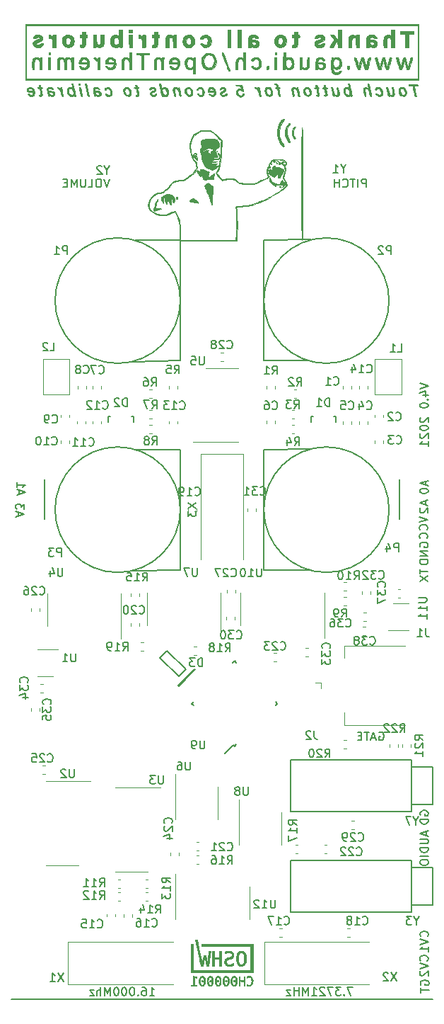
<source format=gbr>
G04 #@! TF.GenerationSoftware,KiCad,Pcbnew,5.1.5+dfsg1-2build2*
G04 #@! TF.CreationDate,2021-08-04T12:07:34+02:00*
G04 #@! TF.ProjectId,OpenThereminV4,4f70656e-5468-4657-9265-6d696e56342e,rev?*
G04 #@! TF.SameCoordinates,Original*
G04 #@! TF.FileFunction,Legend,Bot*
G04 #@! TF.FilePolarity,Positive*
%FSLAX46Y46*%
G04 Gerber Fmt 4.6, Leading zero omitted, Abs format (unit mm)*
G04 Created by KiCad (PCBNEW 5.1.5+dfsg1-2build2) date 2021-08-04 12:07:34*
%MOMM*%
%LPD*%
G04 APERTURE LIST*
%ADD10C,0.200000*%
%ADD11C,0.150000*%
%ADD12C,0.010000*%
%ADD13C,0.100000*%
%ADD14C,0.120000*%
G04 APERTURE END LIST*
D10*
X118800000Y-127370000D02*
X118895238Y-127322380D01*
X119038095Y-127322380D01*
X119180952Y-127370000D01*
X119276190Y-127465238D01*
X119323809Y-127560476D01*
X119371428Y-127750952D01*
X119371428Y-127893809D01*
X119323809Y-128084285D01*
X119276190Y-128179523D01*
X119180952Y-128274761D01*
X119038095Y-128322380D01*
X118942857Y-128322380D01*
X118800000Y-128274761D01*
X118752380Y-128227142D01*
X118752380Y-127893809D01*
X118942857Y-127893809D01*
X118371428Y-128036666D02*
X117895238Y-128036666D01*
X118466666Y-128322380D02*
X118133333Y-127322380D01*
X117800000Y-128322380D01*
X117609523Y-127322380D02*
X117038095Y-127322380D01*
X117323809Y-128322380D02*
X117323809Y-127322380D01*
X116704761Y-127798571D02*
X116371428Y-127798571D01*
X116228571Y-128322380D02*
X116704761Y-128322380D01*
X116704761Y-127322380D01*
X116228571Y-127322380D01*
X123810000Y-157570952D02*
X123762380Y-157475714D01*
X123762380Y-157332857D01*
X123810000Y-157190000D01*
X123905238Y-157094761D01*
X124000476Y-157047142D01*
X124190952Y-156999523D01*
X124333809Y-156999523D01*
X124524285Y-157047142D01*
X124619523Y-157094761D01*
X124714761Y-157190000D01*
X124762380Y-157332857D01*
X124762380Y-157428095D01*
X124714761Y-157570952D01*
X124667142Y-157618571D01*
X124333809Y-157618571D01*
X124333809Y-157428095D01*
X123762380Y-157904285D02*
X123762380Y-158475714D01*
X124762380Y-158190000D02*
X123762380Y-158190000D01*
X117264761Y-62192380D02*
X117264761Y-61192380D01*
X116883809Y-61192380D01*
X116788571Y-61240000D01*
X116740952Y-61287619D01*
X116693333Y-61382857D01*
X116693333Y-61525714D01*
X116740952Y-61620952D01*
X116788571Y-61668571D01*
X116883809Y-61716190D01*
X117264761Y-61716190D01*
X116264761Y-62192380D02*
X116264761Y-61192380D01*
X115931428Y-61192380D02*
X115360000Y-61192380D01*
X115645714Y-62192380D02*
X115645714Y-61192380D01*
X114455238Y-62097142D02*
X114502857Y-62144761D01*
X114645714Y-62192380D01*
X114740952Y-62192380D01*
X114883809Y-62144761D01*
X114979047Y-62049523D01*
X115026666Y-61954285D01*
X115074285Y-61763809D01*
X115074285Y-61620952D01*
X115026666Y-61430476D01*
X114979047Y-61335238D01*
X114883809Y-61240000D01*
X114740952Y-61192380D01*
X114645714Y-61192380D01*
X114502857Y-61240000D01*
X114455238Y-61287619D01*
X114026666Y-62192380D02*
X114026666Y-61192380D01*
X114026666Y-61668571D02*
X113455238Y-61668571D01*
X113455238Y-62192380D02*
X113455238Y-61192380D01*
X86499523Y-61192380D02*
X86166190Y-62192380D01*
X85832857Y-61192380D01*
X85309047Y-61192380D02*
X85118571Y-61192380D01*
X85023333Y-61240000D01*
X84928095Y-61335238D01*
X84880476Y-61525714D01*
X84880476Y-61859047D01*
X84928095Y-62049523D01*
X85023333Y-62144761D01*
X85118571Y-62192380D01*
X85309047Y-62192380D01*
X85404285Y-62144761D01*
X85499523Y-62049523D01*
X85547142Y-61859047D01*
X85547142Y-61525714D01*
X85499523Y-61335238D01*
X85404285Y-61240000D01*
X85309047Y-61192380D01*
X83975714Y-62192380D02*
X84451904Y-62192380D01*
X84451904Y-61192380D01*
X83642380Y-61192380D02*
X83642380Y-62001904D01*
X83594761Y-62097142D01*
X83547142Y-62144761D01*
X83451904Y-62192380D01*
X83261428Y-62192380D01*
X83166190Y-62144761D01*
X83118571Y-62097142D01*
X83070952Y-62001904D01*
X83070952Y-61192380D01*
X82594761Y-62192380D02*
X82594761Y-61192380D01*
X82261428Y-61906666D01*
X81928095Y-61192380D01*
X81928095Y-62192380D01*
X81451904Y-61668571D02*
X81118571Y-61668571D01*
X80975714Y-62192380D02*
X81451904Y-62192380D01*
X81451904Y-61192380D01*
X80975714Y-61192380D01*
X124588742Y-154675161D02*
X124636361Y-154627542D01*
X124683980Y-154484685D01*
X124683980Y-154389447D01*
X124636361Y-154246590D01*
X124541123Y-154151352D01*
X124445885Y-154103733D01*
X124255409Y-154056114D01*
X124112552Y-154056114D01*
X123922076Y-154103733D01*
X123826838Y-154151352D01*
X123731600Y-154246590D01*
X123683980Y-154389447D01*
X123683980Y-154484685D01*
X123731600Y-154627542D01*
X123779219Y-154675161D01*
X123683980Y-154960876D02*
X124683980Y-155294209D01*
X123683980Y-155627542D01*
X123779219Y-155913257D02*
X123731600Y-155960876D01*
X123683980Y-156056114D01*
X123683980Y-156294209D01*
X123731600Y-156389447D01*
X123779219Y-156437066D01*
X123874457Y-156484685D01*
X123969695Y-156484685D01*
X124112552Y-156437066D01*
X124683980Y-155865638D01*
X124683980Y-156484685D01*
X124614142Y-151779561D02*
X124661761Y-151731942D01*
X124709380Y-151589085D01*
X124709380Y-151493847D01*
X124661761Y-151350990D01*
X124566523Y-151255752D01*
X124471285Y-151208133D01*
X124280809Y-151160514D01*
X124137952Y-151160514D01*
X123947476Y-151208133D01*
X123852238Y-151255752D01*
X123757000Y-151350990D01*
X123709380Y-151493847D01*
X123709380Y-151589085D01*
X123757000Y-151731942D01*
X123804619Y-151779561D01*
X123709380Y-152065276D02*
X124709380Y-152398609D01*
X123709380Y-152731942D01*
X124709380Y-153589085D02*
X124709380Y-153017657D01*
X124709380Y-153303371D02*
X123709380Y-153303371D01*
X123852238Y-153208133D01*
X123947476Y-153112895D01*
X123995095Y-153017657D01*
X123757000Y-137277704D02*
X123709380Y-137182466D01*
X123709380Y-137039609D01*
X123757000Y-136896752D01*
X123852238Y-136801514D01*
X123947476Y-136753895D01*
X124137952Y-136706276D01*
X124280809Y-136706276D01*
X124471285Y-136753895D01*
X124566523Y-136801514D01*
X124661761Y-136896752D01*
X124709380Y-137039609D01*
X124709380Y-137134847D01*
X124661761Y-137277704D01*
X124614142Y-137325323D01*
X124280809Y-137325323D01*
X124280809Y-137134847D01*
X124709380Y-137753895D02*
X123709380Y-137753895D01*
X123709380Y-137991990D01*
X123757000Y-138134847D01*
X123852238Y-138230085D01*
X123947476Y-138277704D01*
X124137952Y-138325323D01*
X124280809Y-138325323D01*
X124471285Y-138277704D01*
X124566523Y-138230085D01*
X124661761Y-138134847D01*
X124709380Y-137991990D01*
X124709380Y-137753895D01*
X124423666Y-139200390D02*
X124423666Y-139676580D01*
X124709380Y-139105152D02*
X123709380Y-139438485D01*
X124709380Y-139771819D01*
X123709380Y-140105152D02*
X124518904Y-140105152D01*
X124614142Y-140152771D01*
X124661761Y-140200390D01*
X124709380Y-140295628D01*
X124709380Y-140486104D01*
X124661761Y-140581342D01*
X124614142Y-140628961D01*
X124518904Y-140676580D01*
X123709380Y-140676580D01*
X124709380Y-141152771D02*
X123709380Y-141152771D01*
X123709380Y-141390866D01*
X123757000Y-141533723D01*
X123852238Y-141628961D01*
X123947476Y-141676580D01*
X124137952Y-141724200D01*
X124280809Y-141724200D01*
X124471285Y-141676580D01*
X124566523Y-141628961D01*
X124661761Y-141533723D01*
X124709380Y-141390866D01*
X124709380Y-141152771D01*
X124709380Y-142152771D02*
X123709380Y-142152771D01*
X123709380Y-142819438D02*
X123709380Y-143009914D01*
X123757000Y-143105152D01*
X123852238Y-143200390D01*
X124042714Y-143248009D01*
X124376047Y-143248009D01*
X124566523Y-143200390D01*
X124661761Y-143105152D01*
X124709380Y-143009914D01*
X124709380Y-142819438D01*
X124661761Y-142724200D01*
X124566523Y-142628961D01*
X124376047Y-142581342D01*
X124042714Y-142581342D01*
X123852238Y-142628961D01*
X123757000Y-142724200D01*
X123709380Y-142819438D01*
X123658580Y-107848695D02*
X123658580Y-108420123D01*
X124658580Y-108134409D02*
X123658580Y-108134409D01*
X123658580Y-108658219D02*
X124658580Y-109324885D01*
X123658580Y-109324885D02*
X124658580Y-108658219D01*
D11*
X121259800Y-101905000D02*
X121259800Y-97129800D01*
X78700000Y-101905000D02*
X78700000Y-97129800D01*
D10*
X124376666Y-99695714D02*
X124376666Y-100171904D01*
X124662380Y-99600476D02*
X123662380Y-99933809D01*
X124662380Y-100267142D01*
X123757619Y-100552857D02*
X123710000Y-100600476D01*
X123662380Y-100695714D01*
X123662380Y-100933809D01*
X123710000Y-101029047D01*
X123757619Y-101076666D01*
X123852857Y-101124285D01*
X123948095Y-101124285D01*
X124090952Y-101076666D01*
X124662380Y-100505238D01*
X124662380Y-101124285D01*
X75703333Y-98910885D02*
X75703333Y-98434695D01*
X75417619Y-99006123D02*
X76417619Y-98672790D01*
X75417619Y-98339457D01*
X75417619Y-97482314D02*
X75417619Y-98053742D01*
X75417619Y-97768028D02*
X76417619Y-97768028D01*
X76274761Y-97863266D01*
X76179523Y-97958504D01*
X76131904Y-98053742D01*
X124398266Y-97355314D02*
X124398266Y-97831504D01*
X124683980Y-97260076D02*
X123683980Y-97593409D01*
X124683980Y-97926742D01*
X123683980Y-98450552D02*
X123683980Y-98545790D01*
X123731600Y-98641028D01*
X123779219Y-98688647D01*
X123874457Y-98736266D01*
X124064933Y-98783885D01*
X124303028Y-98783885D01*
X124493504Y-98736266D01*
X124588742Y-98688647D01*
X124636361Y-98641028D01*
X124683980Y-98545790D01*
X124683980Y-98450552D01*
X124636361Y-98355314D01*
X124588742Y-98307695D01*
X124493504Y-98260076D01*
X124303028Y-98212457D01*
X124064933Y-98212457D01*
X123874457Y-98260076D01*
X123779219Y-98307695D01*
X123731600Y-98355314D01*
X123683980Y-98450552D01*
X75593333Y-101494285D02*
X75593333Y-101018095D01*
X75307619Y-101589523D02*
X76307619Y-101256190D01*
X75307619Y-100922857D01*
X76307619Y-100684761D02*
X76307619Y-100065714D01*
X75926666Y-100399047D01*
X75926666Y-100256190D01*
X75879047Y-100160952D01*
X75831428Y-100113333D01*
X75736190Y-100065714D01*
X75498095Y-100065714D01*
X75402857Y-100113333D01*
X75355238Y-100160952D01*
X75307619Y-100256190D01*
X75307619Y-100541904D01*
X75355238Y-100637142D01*
X75402857Y-100684761D01*
X123633180Y-101587666D02*
X124633180Y-101921000D01*
X123633180Y-102254333D01*
X124537942Y-103159095D02*
X124585561Y-103111476D01*
X124633180Y-102968619D01*
X124633180Y-102873380D01*
X124585561Y-102730523D01*
X124490323Y-102635285D01*
X124395085Y-102587666D01*
X124204609Y-102540047D01*
X124061752Y-102540047D01*
X123871276Y-102587666D01*
X123776038Y-102635285D01*
X123680800Y-102730523D01*
X123633180Y-102873380D01*
X123633180Y-102968619D01*
X123680800Y-103111476D01*
X123728419Y-103159095D01*
X124537942Y-104159095D02*
X124585561Y-104111476D01*
X124633180Y-103968619D01*
X124633180Y-103873380D01*
X124585561Y-103730523D01*
X124490323Y-103635285D01*
X124395085Y-103587666D01*
X124204609Y-103540047D01*
X124061752Y-103540047D01*
X123871276Y-103587666D01*
X123776038Y-103635285D01*
X123680800Y-103730523D01*
X123633180Y-103873380D01*
X123633180Y-103968619D01*
X123680800Y-104111476D01*
X123728419Y-104159095D01*
D11*
X74750000Y-159250000D02*
X125250000Y-159250000D01*
X115660190Y-157821580D02*
X114993523Y-157821580D01*
X115422095Y-158821580D01*
X114612571Y-158726342D02*
X114564952Y-158773961D01*
X114612571Y-158821580D01*
X114660190Y-158773961D01*
X114612571Y-158726342D01*
X114612571Y-158821580D01*
X114231619Y-157821580D02*
X113612571Y-157821580D01*
X113945904Y-158202533D01*
X113803047Y-158202533D01*
X113707809Y-158250152D01*
X113660190Y-158297771D01*
X113612571Y-158393009D01*
X113612571Y-158631104D01*
X113660190Y-158726342D01*
X113707809Y-158773961D01*
X113803047Y-158821580D01*
X114088761Y-158821580D01*
X114184000Y-158773961D01*
X114231619Y-158726342D01*
X113279238Y-157821580D02*
X112612571Y-157821580D01*
X113041142Y-158821580D01*
X112279238Y-157916819D02*
X112231619Y-157869200D01*
X112136380Y-157821580D01*
X111898285Y-157821580D01*
X111803047Y-157869200D01*
X111755428Y-157916819D01*
X111707809Y-158012057D01*
X111707809Y-158107295D01*
X111755428Y-158250152D01*
X112326857Y-158821580D01*
X111707809Y-158821580D01*
X110755428Y-158821580D02*
X111326857Y-158821580D01*
X111041142Y-158821580D02*
X111041142Y-157821580D01*
X111136380Y-157964438D01*
X111231619Y-158059676D01*
X111326857Y-158107295D01*
X110326857Y-158821580D02*
X110326857Y-157821580D01*
X109993523Y-158535866D01*
X109660190Y-157821580D01*
X109660190Y-158821580D01*
X109184000Y-158821580D02*
X109184000Y-157821580D01*
X109184000Y-158297771D02*
X108612571Y-158297771D01*
X108612571Y-158821580D02*
X108612571Y-157821580D01*
X108231619Y-158154914D02*
X107707809Y-158154914D01*
X108231619Y-158821580D01*
X107707809Y-158821580D01*
X91322314Y-158846980D02*
X91893742Y-158846980D01*
X91608028Y-158846980D02*
X91608028Y-157846980D01*
X91703266Y-157989838D01*
X91798504Y-158085076D01*
X91893742Y-158132695D01*
X90465171Y-157846980D02*
X90655647Y-157846980D01*
X90750885Y-157894600D01*
X90798504Y-157942219D01*
X90893742Y-158085076D01*
X90941361Y-158275552D01*
X90941361Y-158656504D01*
X90893742Y-158751742D01*
X90846123Y-158799361D01*
X90750885Y-158846980D01*
X90560409Y-158846980D01*
X90465171Y-158799361D01*
X90417552Y-158751742D01*
X90369933Y-158656504D01*
X90369933Y-158418409D01*
X90417552Y-158323171D01*
X90465171Y-158275552D01*
X90560409Y-158227933D01*
X90750885Y-158227933D01*
X90846123Y-158275552D01*
X90893742Y-158323171D01*
X90941361Y-158418409D01*
X89941361Y-158751742D02*
X89893742Y-158799361D01*
X89941361Y-158846980D01*
X89988980Y-158799361D01*
X89941361Y-158751742D01*
X89941361Y-158846980D01*
X89274695Y-157846980D02*
X89179457Y-157846980D01*
X89084219Y-157894600D01*
X89036600Y-157942219D01*
X88988980Y-158037457D01*
X88941361Y-158227933D01*
X88941361Y-158466028D01*
X88988980Y-158656504D01*
X89036600Y-158751742D01*
X89084219Y-158799361D01*
X89179457Y-158846980D01*
X89274695Y-158846980D01*
X89369933Y-158799361D01*
X89417552Y-158751742D01*
X89465171Y-158656504D01*
X89512790Y-158466028D01*
X89512790Y-158227933D01*
X89465171Y-158037457D01*
X89417552Y-157942219D01*
X89369933Y-157894600D01*
X89274695Y-157846980D01*
X88322314Y-157846980D02*
X88227076Y-157846980D01*
X88131838Y-157894600D01*
X88084219Y-157942219D01*
X88036600Y-158037457D01*
X87988980Y-158227933D01*
X87988980Y-158466028D01*
X88036600Y-158656504D01*
X88084219Y-158751742D01*
X88131838Y-158799361D01*
X88227076Y-158846980D01*
X88322314Y-158846980D01*
X88417552Y-158799361D01*
X88465171Y-158751742D01*
X88512790Y-158656504D01*
X88560409Y-158466028D01*
X88560409Y-158227933D01*
X88512790Y-158037457D01*
X88465171Y-157942219D01*
X88417552Y-157894600D01*
X88322314Y-157846980D01*
X87369933Y-157846980D02*
X87274695Y-157846980D01*
X87179457Y-157894600D01*
X87131838Y-157942219D01*
X87084219Y-158037457D01*
X87036600Y-158227933D01*
X87036600Y-158466028D01*
X87084219Y-158656504D01*
X87131838Y-158751742D01*
X87179457Y-158799361D01*
X87274695Y-158846980D01*
X87369933Y-158846980D01*
X87465171Y-158799361D01*
X87512790Y-158751742D01*
X87560409Y-158656504D01*
X87608028Y-158466028D01*
X87608028Y-158227933D01*
X87560409Y-158037457D01*
X87512790Y-157942219D01*
X87465171Y-157894600D01*
X87369933Y-157846980D01*
X86608028Y-158846980D02*
X86608028Y-157846980D01*
X86274695Y-158561266D01*
X85941361Y-157846980D01*
X85941361Y-158846980D01*
X85465171Y-158846980D02*
X85465171Y-157846980D01*
X85036600Y-158846980D02*
X85036600Y-158323171D01*
X85084219Y-158227933D01*
X85179457Y-158180314D01*
X85322314Y-158180314D01*
X85417552Y-158227933D01*
X85465171Y-158275552D01*
X84655647Y-158180314D02*
X84131838Y-158180314D01*
X84655647Y-158846980D01*
X84131838Y-158846980D01*
D10*
X123706200Y-105207095D02*
X123658580Y-105111857D01*
X123658580Y-104969000D01*
X123706200Y-104826142D01*
X123801438Y-104730904D01*
X123896676Y-104683285D01*
X124087152Y-104635666D01*
X124230009Y-104635666D01*
X124420485Y-104683285D01*
X124515723Y-104730904D01*
X124610961Y-104826142D01*
X124658580Y-104969000D01*
X124658580Y-105064238D01*
X124610961Y-105207095D01*
X124563342Y-105254714D01*
X124230009Y-105254714D01*
X124230009Y-105064238D01*
X124658580Y-105683285D02*
X123658580Y-105683285D01*
X124658580Y-106254714D01*
X123658580Y-106254714D01*
X124658580Y-106730904D02*
X123658580Y-106730904D01*
X123658580Y-106969000D01*
X123706200Y-107111857D01*
X123801438Y-107207095D01*
X123896676Y-107254714D01*
X124087152Y-107302333D01*
X124230009Y-107302333D01*
X124420485Y-107254714D01*
X124515723Y-107207095D01*
X124610961Y-107111857D01*
X124658580Y-106969000D01*
X124658580Y-106730904D01*
X123683980Y-85630476D02*
X124683980Y-85963809D01*
X123683980Y-86297142D01*
X124017314Y-87059047D02*
X124683980Y-87059047D01*
X123636361Y-86820952D02*
X124350647Y-86582857D01*
X124350647Y-87201904D01*
X124588742Y-87582857D02*
X124636361Y-87630476D01*
X124683980Y-87582857D01*
X124636361Y-87535238D01*
X124588742Y-87582857D01*
X124683980Y-87582857D01*
X123683980Y-88249523D02*
X123683980Y-88344761D01*
X123731600Y-88440000D01*
X123779219Y-88487619D01*
X123874457Y-88535238D01*
X124064933Y-88582857D01*
X124303028Y-88582857D01*
X124493504Y-88535238D01*
X124588742Y-88487619D01*
X124636361Y-88440000D01*
X124683980Y-88344761D01*
X124683980Y-88249523D01*
X124636361Y-88154285D01*
X124588742Y-88106666D01*
X124493504Y-88059047D01*
X124303028Y-88011428D01*
X124064933Y-88011428D01*
X123874457Y-88059047D01*
X123779219Y-88106666D01*
X123731600Y-88154285D01*
X123683980Y-88249523D01*
X123779219Y-89725714D02*
X123731600Y-89773333D01*
X123683980Y-89868571D01*
X123683980Y-90106666D01*
X123731600Y-90201904D01*
X123779219Y-90249523D01*
X123874457Y-90297142D01*
X123969695Y-90297142D01*
X124112552Y-90249523D01*
X124683980Y-89678095D01*
X124683980Y-90297142D01*
X123683980Y-90916190D02*
X123683980Y-91011428D01*
X123731600Y-91106666D01*
X123779219Y-91154285D01*
X123874457Y-91201904D01*
X124064933Y-91249523D01*
X124303028Y-91249523D01*
X124493504Y-91201904D01*
X124588742Y-91154285D01*
X124636361Y-91106666D01*
X124683980Y-91011428D01*
X124683980Y-90916190D01*
X124636361Y-90820952D01*
X124588742Y-90773333D01*
X124493504Y-90725714D01*
X124303028Y-90678095D01*
X124064933Y-90678095D01*
X123874457Y-90725714D01*
X123779219Y-90773333D01*
X123731600Y-90820952D01*
X123683980Y-90916190D01*
X123779219Y-91630476D02*
X123731600Y-91678095D01*
X123683980Y-91773333D01*
X123683980Y-92011428D01*
X123731600Y-92106666D01*
X123779219Y-92154285D01*
X123874457Y-92201904D01*
X123969695Y-92201904D01*
X124112552Y-92154285D01*
X124683980Y-91582857D01*
X124683980Y-92201904D01*
X124683980Y-93154285D02*
X124683980Y-92582857D01*
X124683980Y-92868571D02*
X123683980Y-92868571D01*
X123826838Y-92773333D01*
X123922076Y-92678095D01*
X123969695Y-92582857D01*
D11*
X108200000Y-130650000D02*
X108200000Y-136850000D01*
X125200000Y-136000000D02*
X122800000Y-136000000D01*
X125200000Y-131500000D02*
X125200000Y-136000000D01*
X122800000Y-131500000D02*
X125200000Y-131500000D01*
X122700000Y-136850000D02*
X108200000Y-136850000D01*
X122700000Y-130650000D02*
X122700000Y-136850000D01*
X122700000Y-130650000D02*
X108200000Y-130650000D01*
X108200000Y-142650000D02*
X108200000Y-148850000D01*
X125200000Y-148000000D02*
X122800000Y-148000000D01*
X125200000Y-143500000D02*
X125200000Y-148000000D01*
X122800000Y-143500000D02*
X125200000Y-143500000D01*
X122700000Y-148850000D02*
X108200000Y-148850000D01*
X122700000Y-142650000D02*
X122700000Y-148850000D01*
X122700000Y-142650000D02*
X108200000Y-142650000D01*
D12*
G36*
X88840000Y-43731000D02*
G01*
X89263333Y-43731000D01*
X89263333Y-43392334D01*
X88840000Y-43392334D01*
X88840000Y-43731000D01*
G37*
X88840000Y-43731000D02*
X89263333Y-43731000D01*
X89263333Y-43392334D01*
X88840000Y-43392334D01*
X88840000Y-43731000D01*
G36*
X77726969Y-43993848D02*
G01*
X77564573Y-44058344D01*
X77441347Y-44155294D01*
X77374648Y-44281208D01*
X77367666Y-44342050D01*
X77402514Y-44391652D01*
X77488776Y-44411761D01*
X77599035Y-44403765D01*
X77705869Y-44369051D01*
X77771692Y-44321613D01*
X77867622Y-44258425D01*
X77976891Y-44243288D01*
X78070810Y-44273641D01*
X78120694Y-44346925D01*
X78121691Y-44352848D01*
X78119123Y-44403423D01*
X78083900Y-44443090D01*
X78000097Y-44481875D01*
X77851790Y-44529810D01*
X77830648Y-44536133D01*
X77604634Y-44616918D01*
X77452585Y-44707222D01*
X77363800Y-44817129D01*
X77327577Y-44956721D01*
X77325333Y-45012260D01*
X77361008Y-45202717D01*
X77466442Y-45345821D01*
X77607321Y-45426927D01*
X77722731Y-45451050D01*
X77884234Y-45462071D01*
X78056870Y-45460022D01*
X78205681Y-45444938D01*
X78277833Y-45426280D01*
X78397120Y-45345381D01*
X78506929Y-45221207D01*
X78572154Y-45096250D01*
X78582885Y-45036636D01*
X78553909Y-45009026D01*
X78465949Y-45001272D01*
X78420998Y-45001000D01*
X78244134Y-45028260D01*
X78153562Y-45081999D01*
X78040407Y-45152388D01*
X77914818Y-45181247D01*
X77803895Y-45167328D01*
X77734740Y-45109381D01*
X77731299Y-45101468D01*
X77725155Y-45027695D01*
X77775044Y-44963663D01*
X77890228Y-44902369D01*
X78079968Y-44836809D01*
X78082161Y-44836143D01*
X78291873Y-44759106D01*
X78428586Y-44672446D01*
X78503949Y-44564942D01*
X78529615Y-44425373D01*
X78529909Y-44404952D01*
X78505522Y-44252035D01*
X78421456Y-44130548D01*
X78421121Y-44130212D01*
X78275612Y-44029988D01*
X78099846Y-43976180D01*
X77911179Y-43965297D01*
X77726969Y-43993848D01*
G37*
X77726969Y-43993848D02*
X77564573Y-44058344D01*
X77441347Y-44155294D01*
X77374648Y-44281208D01*
X77367666Y-44342050D01*
X77402514Y-44391652D01*
X77488776Y-44411761D01*
X77599035Y-44403765D01*
X77705869Y-44369051D01*
X77771692Y-44321613D01*
X77867622Y-44258425D01*
X77976891Y-44243288D01*
X78070810Y-44273641D01*
X78120694Y-44346925D01*
X78121691Y-44352848D01*
X78119123Y-44403423D01*
X78083900Y-44443090D01*
X78000097Y-44481875D01*
X77851790Y-44529810D01*
X77830648Y-44536133D01*
X77604634Y-44616918D01*
X77452585Y-44707222D01*
X77363800Y-44817129D01*
X77327577Y-44956721D01*
X77325333Y-45012260D01*
X77361008Y-45202717D01*
X77466442Y-45345821D01*
X77607321Y-45426927D01*
X77722731Y-45451050D01*
X77884234Y-45462071D01*
X78056870Y-45460022D01*
X78205681Y-45444938D01*
X78277833Y-45426280D01*
X78397120Y-45345381D01*
X78506929Y-45221207D01*
X78572154Y-45096250D01*
X78582885Y-45036636D01*
X78553909Y-45009026D01*
X78465949Y-45001272D01*
X78420998Y-45001000D01*
X78244134Y-45028260D01*
X78153562Y-45081999D01*
X78040407Y-45152388D01*
X77914818Y-45181247D01*
X77803895Y-45167328D01*
X77734740Y-45109381D01*
X77731299Y-45101468D01*
X77725155Y-45027695D01*
X77775044Y-44963663D01*
X77890228Y-44902369D01*
X78079968Y-44836809D01*
X78082161Y-44836143D01*
X78291873Y-44759106D01*
X78428586Y-44672446D01*
X78503949Y-44564942D01*
X78529615Y-44425373D01*
X78529909Y-44404952D01*
X78505522Y-44252035D01*
X78421456Y-44130548D01*
X78421121Y-44130212D01*
X78275612Y-44029988D01*
X78099846Y-43976180D01*
X77911179Y-43965297D01*
X77726969Y-43993848D01*
G36*
X79230333Y-44157289D02*
G01*
X79233777Y-44281730D01*
X79251686Y-44343397D01*
X79295423Y-44364128D01*
X79338950Y-44366000D01*
X79472532Y-44386327D01*
X79570897Y-44452918D01*
X79638043Y-44574194D01*
X79677967Y-44758573D01*
X79694667Y-45014474D01*
X79695764Y-45117417D01*
X79696000Y-45466667D01*
X80077000Y-45466667D01*
X80077000Y-43985000D01*
X79886500Y-43985000D01*
X79769153Y-43989110D01*
X79713560Y-44010484D01*
X79696888Y-44062693D01*
X79696000Y-44098213D01*
X79696000Y-44211425D01*
X79596945Y-44118368D01*
X79480982Y-44037633D01*
X79364112Y-43986944D01*
X79230333Y-43948577D01*
X79230333Y-44157289D01*
G37*
X79230333Y-44157289D02*
X79233777Y-44281730D01*
X79251686Y-44343397D01*
X79295423Y-44364128D01*
X79338950Y-44366000D01*
X79472532Y-44386327D01*
X79570897Y-44452918D01*
X79638043Y-44574194D01*
X79677967Y-44758573D01*
X79694667Y-45014474D01*
X79695764Y-45117417D01*
X79696000Y-45466667D01*
X80077000Y-45466667D01*
X80077000Y-43985000D01*
X79886500Y-43985000D01*
X79769153Y-43989110D01*
X79713560Y-44010484D01*
X79696888Y-44062693D01*
X79696000Y-44098213D01*
X79696000Y-44211425D01*
X79596945Y-44118368D01*
X79480982Y-44037633D01*
X79364112Y-43986944D01*
X79230333Y-43948577D01*
X79230333Y-44157289D01*
G36*
X81313674Y-43998602D02*
G01*
X81114804Y-44095870D01*
X80969421Y-44257879D01*
X80879711Y-44482516D01*
X80852786Y-44654992D01*
X80866279Y-44913191D01*
X80946954Y-45132433D01*
X81086740Y-45303415D01*
X81277572Y-45416833D01*
X81511380Y-45463383D01*
X81554344Y-45463983D01*
X81702685Y-45456276D01*
X81826650Y-45439413D01*
X81876166Y-45425849D01*
X82049190Y-45310334D01*
X82177064Y-45138068D01*
X82254616Y-44926935D01*
X82270569Y-44759041D01*
X81860677Y-44759041D01*
X81829391Y-44924360D01*
X81764351Y-45056145D01*
X81726700Y-45095232D01*
X81598619Y-45162427D01*
X81473549Y-45147150D01*
X81386596Y-45091963D01*
X81311625Y-44983959D01*
X81270305Y-44827916D01*
X81264417Y-44654236D01*
X81295741Y-44493321D01*
X81345937Y-44397750D01*
X81466228Y-44304090D01*
X81607748Y-44282573D01*
X81745283Y-44336759D01*
X81819297Y-44437751D01*
X81857537Y-44587675D01*
X81860677Y-44759041D01*
X82270569Y-44759041D01*
X82276672Y-44694819D01*
X82238060Y-44459603D01*
X82190663Y-44338629D01*
X82058931Y-44149409D01*
X81878273Y-44027896D01*
X81645658Y-43972303D01*
X81563841Y-43968190D01*
X81313674Y-43998602D01*
G37*
X81313674Y-43998602D02*
X81114804Y-44095870D01*
X80969421Y-44257879D01*
X80879711Y-44482516D01*
X80852786Y-44654992D01*
X80866279Y-44913191D01*
X80946954Y-45132433D01*
X81086740Y-45303415D01*
X81277572Y-45416833D01*
X81511380Y-45463383D01*
X81554344Y-45463983D01*
X81702685Y-45456276D01*
X81826650Y-45439413D01*
X81876166Y-45425849D01*
X82049190Y-45310334D01*
X82177064Y-45138068D01*
X82254616Y-44926935D01*
X82270569Y-44759041D01*
X81860677Y-44759041D01*
X81829391Y-44924360D01*
X81764351Y-45056145D01*
X81726700Y-45095232D01*
X81598619Y-45162427D01*
X81473549Y-45147150D01*
X81386596Y-45091963D01*
X81311625Y-44983959D01*
X81270305Y-44827916D01*
X81264417Y-44654236D01*
X81295741Y-44493321D01*
X81345937Y-44397750D01*
X81466228Y-44304090D01*
X81607748Y-44282573D01*
X81745283Y-44336759D01*
X81819297Y-44437751D01*
X81857537Y-44587675D01*
X81860677Y-44759041D01*
X82270569Y-44759041D01*
X82276672Y-44694819D01*
X82238060Y-44459603D01*
X82190663Y-44338629D01*
X82058931Y-44149409D01*
X81878273Y-44027896D01*
X81645658Y-43972303D01*
X81563841Y-43968190D01*
X81313674Y-43998602D01*
G36*
X83209666Y-43794500D02*
G01*
X83205985Y-43911642D01*
X83184728Y-43967124D01*
X83130579Y-43983923D01*
X83082666Y-43985000D01*
X82997340Y-43993260D01*
X82962343Y-44035155D01*
X82955666Y-44133167D01*
X82962702Y-44232689D01*
X82998669Y-44273509D01*
X83084147Y-44281334D01*
X83212628Y-44281334D01*
X83200564Y-44715250D01*
X83188500Y-45149167D01*
X83069628Y-45162799D01*
X82987989Y-45182561D01*
X82960881Y-45234571D01*
X82963795Y-45310966D01*
X82976671Y-45390531D01*
X83010574Y-45432079D01*
X83088512Y-45450440D01*
X83191966Y-45458049D01*
X83349702Y-45455877D01*
X83458865Y-45422070D01*
X83509466Y-45387798D01*
X83552888Y-45347594D01*
X83582583Y-45299076D01*
X83601781Y-45225755D01*
X83613712Y-45111140D01*
X83621609Y-44938738D01*
X83625962Y-44793166D01*
X83632409Y-44578228D01*
X83639806Y-44433876D01*
X83651349Y-44346061D01*
X83670235Y-44300732D01*
X83699658Y-44283840D01*
X83742379Y-44281334D01*
X83811683Y-44269605D01*
X83840029Y-44217964D01*
X83844666Y-44133167D01*
X83836759Y-44032968D01*
X83801177Y-43991948D01*
X83738833Y-43985000D01*
X83673526Y-43977104D01*
X83642584Y-43938293D01*
X83633404Y-43845882D01*
X83633000Y-43794500D01*
X83633000Y-43604000D01*
X83209666Y-43604000D01*
X83209666Y-43794500D01*
G37*
X83209666Y-43794500D02*
X83205985Y-43911642D01*
X83184728Y-43967124D01*
X83130579Y-43983923D01*
X83082666Y-43985000D01*
X82997340Y-43993260D01*
X82962343Y-44035155D01*
X82955666Y-44133167D01*
X82962702Y-44232689D01*
X82998669Y-44273509D01*
X83084147Y-44281334D01*
X83212628Y-44281334D01*
X83200564Y-44715250D01*
X83188500Y-45149167D01*
X83069628Y-45162799D01*
X82987989Y-45182561D01*
X82960881Y-45234571D01*
X82963795Y-45310966D01*
X82976671Y-45390531D01*
X83010574Y-45432079D01*
X83088512Y-45450440D01*
X83191966Y-45458049D01*
X83349702Y-45455877D01*
X83458865Y-45422070D01*
X83509466Y-45387798D01*
X83552888Y-45347594D01*
X83582583Y-45299076D01*
X83601781Y-45225755D01*
X83613712Y-45111140D01*
X83621609Y-44938738D01*
X83625962Y-44793166D01*
X83632409Y-44578228D01*
X83639806Y-44433876D01*
X83651349Y-44346061D01*
X83670235Y-44300732D01*
X83699658Y-44283840D01*
X83742379Y-44281334D01*
X83811683Y-44269605D01*
X83840029Y-44217964D01*
X83844666Y-44133167D01*
X83836759Y-44032968D01*
X83801177Y-43991948D01*
X83738833Y-43985000D01*
X83673526Y-43977104D01*
X83642584Y-43938293D01*
X83633404Y-43845882D01*
X83633000Y-43794500D01*
X83633000Y-43604000D01*
X83209666Y-43604000D01*
X83209666Y-43794500D01*
G36*
X85446202Y-44512170D02*
G01*
X85437257Y-44755703D01*
X85422540Y-44927009D01*
X85397561Y-45038520D01*
X85357828Y-45102664D01*
X85298850Y-45131872D01*
X85219895Y-45138584D01*
X85123161Y-45128297D01*
X85053679Y-45089548D01*
X85006556Y-45010498D01*
X84976896Y-44879311D01*
X84959804Y-44684149D01*
X84952371Y-44491605D01*
X84938242Y-43985000D01*
X84564333Y-43985000D01*
X84564333Y-45466667D01*
X84754833Y-45466667D01*
X84873525Y-45461345D01*
X84929694Y-45438676D01*
X84945171Y-45388606D01*
X84945333Y-45378928D01*
X84945333Y-45291188D01*
X85056876Y-45378928D01*
X85198475Y-45444608D01*
X85374832Y-45464776D01*
X85548115Y-45437500D01*
X85618007Y-45407590D01*
X85697579Y-45353226D01*
X85754975Y-45282792D01*
X85793697Y-45182587D01*
X85817247Y-45038913D01*
X85829126Y-44838068D01*
X85832833Y-44567084D01*
X85834333Y-43985000D01*
X85460238Y-43985000D01*
X85446202Y-44512170D01*
G37*
X85446202Y-44512170D02*
X85437257Y-44755703D01*
X85422540Y-44927009D01*
X85397561Y-45038520D01*
X85357828Y-45102664D01*
X85298850Y-45131872D01*
X85219895Y-45138584D01*
X85123161Y-45128297D01*
X85053679Y-45089548D01*
X85006556Y-45010498D01*
X84976896Y-44879311D01*
X84959804Y-44684149D01*
X84952371Y-44491605D01*
X84938242Y-43985000D01*
X84564333Y-43985000D01*
X84564333Y-45466667D01*
X84754833Y-45466667D01*
X84873525Y-45461345D01*
X84929694Y-45438676D01*
X84945171Y-45388606D01*
X84945333Y-45378928D01*
X84945333Y-45291188D01*
X85056876Y-45378928D01*
X85198475Y-45444608D01*
X85374832Y-45464776D01*
X85548115Y-45437500D01*
X85618007Y-45407590D01*
X85697579Y-45353226D01*
X85754975Y-45282792D01*
X85793697Y-45182587D01*
X85817247Y-45038913D01*
X85829126Y-44838068D01*
X85832833Y-44567084D01*
X85834333Y-43985000D01*
X85460238Y-43985000D01*
X85446202Y-44512170D01*
G36*
X87612333Y-44113952D02*
G01*
X87503879Y-44042890D01*
X87359052Y-43987258D01*
X87178712Y-43969993D01*
X87003451Y-43992360D01*
X86918826Y-44024678D01*
X86763243Y-44153036D01*
X86664120Y-44342231D01*
X86620719Y-44593887D01*
X86618459Y-44683500D01*
X86646173Y-44971951D01*
X86727382Y-45195131D01*
X86862310Y-45353576D01*
X86910445Y-45386840D01*
X87056945Y-45443286D01*
X87231252Y-45464656D01*
X87397918Y-45449956D01*
X87513951Y-45403775D01*
X87582655Y-45363594D01*
X87615936Y-45377846D01*
X87627875Y-45403775D01*
X87680568Y-45441071D01*
X87781456Y-45463793D01*
X87894827Y-45468678D01*
X87984968Y-45452464D01*
X88007444Y-45438445D01*
X88015360Y-45389885D01*
X88022418Y-45268706D01*
X88028291Y-45086954D01*
X88032652Y-44856674D01*
X88033916Y-44722761D01*
X87612333Y-44722761D01*
X87608558Y-44876088D01*
X87591757Y-44971384D01*
X87553715Y-45035152D01*
X87500791Y-45082594D01*
X87368788Y-45157629D01*
X87249708Y-45154988D01*
X87143930Y-45091963D01*
X87068959Y-44983959D01*
X87027639Y-44827916D01*
X87021750Y-44654236D01*
X87053074Y-44493321D01*
X87103270Y-44397750D01*
X87222523Y-44304405D01*
X87360704Y-44283423D01*
X87493684Y-44336609D01*
X87527666Y-44366000D01*
X87577265Y-44435535D01*
X87603441Y-44534298D01*
X87612158Y-44687420D01*
X87612333Y-44722761D01*
X88033916Y-44722761D01*
X88035171Y-44589913D01*
X88035666Y-44401278D01*
X88035666Y-43392334D01*
X87612333Y-43392334D01*
X87612333Y-44113952D01*
G37*
X87612333Y-44113952D02*
X87503879Y-44042890D01*
X87359052Y-43987258D01*
X87178712Y-43969993D01*
X87003451Y-43992360D01*
X86918826Y-44024678D01*
X86763243Y-44153036D01*
X86664120Y-44342231D01*
X86620719Y-44593887D01*
X86618459Y-44683500D01*
X86646173Y-44971951D01*
X86727382Y-45195131D01*
X86862310Y-45353576D01*
X86910445Y-45386840D01*
X87056945Y-45443286D01*
X87231252Y-45464656D01*
X87397918Y-45449956D01*
X87513951Y-45403775D01*
X87582655Y-45363594D01*
X87615936Y-45377846D01*
X87627875Y-45403775D01*
X87680568Y-45441071D01*
X87781456Y-45463793D01*
X87894827Y-45468678D01*
X87984968Y-45452464D01*
X88007444Y-45438445D01*
X88015360Y-45389885D01*
X88022418Y-45268706D01*
X88028291Y-45086954D01*
X88032652Y-44856674D01*
X88033916Y-44722761D01*
X87612333Y-44722761D01*
X87608558Y-44876088D01*
X87591757Y-44971384D01*
X87553715Y-45035152D01*
X87500791Y-45082594D01*
X87368788Y-45157629D01*
X87249708Y-45154988D01*
X87143930Y-45091963D01*
X87068959Y-44983959D01*
X87027639Y-44827916D01*
X87021750Y-44654236D01*
X87053074Y-44493321D01*
X87103270Y-44397750D01*
X87222523Y-44304405D01*
X87360704Y-44283423D01*
X87493684Y-44336609D01*
X87527666Y-44366000D01*
X87577265Y-44435535D01*
X87603441Y-44534298D01*
X87612158Y-44687420D01*
X87612333Y-44722761D01*
X88033916Y-44722761D01*
X88035171Y-44589913D01*
X88035666Y-44401278D01*
X88035666Y-43392334D01*
X87612333Y-43392334D01*
X87612333Y-44113952D01*
G36*
X88849584Y-44715250D02*
G01*
X88861166Y-45445500D01*
X89062250Y-45458403D01*
X89263333Y-45471306D01*
X89263333Y-43985000D01*
X88838001Y-43985000D01*
X88849584Y-44715250D01*
G37*
X88849584Y-44715250D02*
X88861166Y-45445500D01*
X89062250Y-45458403D01*
X89263333Y-45471306D01*
X89263333Y-43985000D01*
X88838001Y-43985000D01*
X88849584Y-44715250D01*
G36*
X89983000Y-44157289D02*
G01*
X89985524Y-44281432D01*
X90003052Y-44342924D01*
X90050523Y-44363780D01*
X90124605Y-44366000D01*
X90241370Y-44378655D01*
X90325252Y-44424256D01*
X90381935Y-44514251D01*
X90417100Y-44660094D01*
X90436429Y-44873234D01*
X90441829Y-45005322D01*
X90456157Y-45466667D01*
X90644241Y-45466667D01*
X90775408Y-45454607D01*
X90847260Y-45421849D01*
X90853282Y-45412051D01*
X90859722Y-45352767D01*
X90863875Y-45224592D01*
X90865542Y-45043273D01*
X90864523Y-44824562D01*
X90862537Y-44681801D01*
X90850833Y-44006167D01*
X90649750Y-43993264D01*
X90528603Y-43988534D01*
X90469554Y-44002448D01*
X90450339Y-44046435D01*
X90448666Y-44096496D01*
X90448666Y-44212632D01*
X90362351Y-44119983D01*
X90298644Y-44054511D01*
X90266821Y-44027334D01*
X90224389Y-44016947D01*
X90132979Y-43991579D01*
X90120304Y-43987955D01*
X89983000Y-43948577D01*
X89983000Y-44157289D01*
G37*
X89983000Y-44157289D02*
X89985524Y-44281432D01*
X90003052Y-44342924D01*
X90050523Y-44363780D01*
X90124605Y-44366000D01*
X90241370Y-44378655D01*
X90325252Y-44424256D01*
X90381935Y-44514251D01*
X90417100Y-44660094D01*
X90436429Y-44873234D01*
X90441829Y-45005322D01*
X90456157Y-45466667D01*
X90644241Y-45466667D01*
X90775408Y-45454607D01*
X90847260Y-45421849D01*
X90853282Y-45412051D01*
X90859722Y-45352767D01*
X90863875Y-45224592D01*
X90865542Y-45043273D01*
X90864523Y-44824562D01*
X90862537Y-44681801D01*
X90850833Y-44006167D01*
X90649750Y-43993264D01*
X90528603Y-43988534D01*
X90469554Y-44002448D01*
X90450339Y-44046435D01*
X90448666Y-44096496D01*
X90448666Y-44212632D01*
X90362351Y-44119983D01*
X90298644Y-44054511D01*
X90266821Y-44027334D01*
X90224389Y-44016947D01*
X90132979Y-43991579D01*
X90120304Y-43987955D01*
X89983000Y-43948577D01*
X89983000Y-44157289D01*
G36*
X91888000Y-43794500D02*
G01*
X91884837Y-43911552D01*
X91863400Y-43966979D01*
X91805768Y-43983825D01*
X91739833Y-43985000D01*
X91640508Y-43991610D01*
X91599772Y-44028423D01*
X91591681Y-44120914D01*
X91591666Y-44130485D01*
X91599880Y-44229935D01*
X91641015Y-44273666D01*
X91729250Y-44289235D01*
X91866833Y-44302500D01*
X91879122Y-44651346D01*
X91878277Y-44884614D01*
X91854861Y-45043524D01*
X91806413Y-45135964D01*
X91730472Y-45169819D01*
X91717177Y-45170334D01*
X91659713Y-45187501D01*
X91636586Y-45253760D01*
X91634000Y-45318500D01*
X91634000Y-45466667D01*
X91847591Y-45466667D01*
X91996570Y-45456502D01*
X92097761Y-45418314D01*
X92165091Y-45362758D01*
X92209885Y-45312949D01*
X92239550Y-45258517D01*
X92257185Y-45181771D01*
X92265893Y-45065023D01*
X92268774Y-44890582D01*
X92269000Y-44770091D01*
X92269000Y-44281334D01*
X92374833Y-44281334D01*
X92446404Y-44270263D01*
X92475704Y-44220448D01*
X92480666Y-44133167D01*
X92472759Y-44032968D01*
X92437177Y-43991948D01*
X92374833Y-43985000D01*
X92309526Y-43977104D01*
X92278584Y-43938293D01*
X92269404Y-43845882D01*
X92269000Y-43794500D01*
X92269000Y-43604000D01*
X91888000Y-43604000D01*
X91888000Y-43794500D01*
G37*
X91888000Y-43794500D02*
X91884837Y-43911552D01*
X91863400Y-43966979D01*
X91805768Y-43983825D01*
X91739833Y-43985000D01*
X91640508Y-43991610D01*
X91599772Y-44028423D01*
X91591681Y-44120914D01*
X91591666Y-44130485D01*
X91599880Y-44229935D01*
X91641015Y-44273666D01*
X91729250Y-44289235D01*
X91866833Y-44302500D01*
X91879122Y-44651346D01*
X91878277Y-44884614D01*
X91854861Y-45043524D01*
X91806413Y-45135964D01*
X91730472Y-45169819D01*
X91717177Y-45170334D01*
X91659713Y-45187501D01*
X91636586Y-45253760D01*
X91634000Y-45318500D01*
X91634000Y-45466667D01*
X91847591Y-45466667D01*
X91996570Y-45456502D01*
X92097761Y-45418314D01*
X92165091Y-45362758D01*
X92209885Y-45312949D01*
X92239550Y-45258517D01*
X92257185Y-45181771D01*
X92265893Y-45065023D01*
X92268774Y-44890582D01*
X92269000Y-44770091D01*
X92269000Y-44281334D01*
X92374833Y-44281334D01*
X92446404Y-44270263D01*
X92475704Y-44220448D01*
X92480666Y-44133167D01*
X92472759Y-44032968D01*
X92437177Y-43991948D01*
X92374833Y-43985000D01*
X92309526Y-43977104D01*
X92278584Y-43938293D01*
X92269404Y-43845882D01*
X92269000Y-43794500D01*
X92269000Y-43604000D01*
X91888000Y-43604000D01*
X91888000Y-43794500D01*
G36*
X93535044Y-43992456D02*
G01*
X93408521Y-44050663D01*
X93402805Y-44055556D01*
X93322782Y-44144142D01*
X93265923Y-44254563D01*
X93228855Y-44401532D01*
X93208203Y-44599761D01*
X93200594Y-44863965D01*
X93200333Y-44938460D01*
X93200333Y-45471306D01*
X93401416Y-45458403D01*
X93602500Y-45445500D01*
X93613912Y-44916334D01*
X93620685Y-44687304D01*
X93630755Y-44528582D01*
X93646146Y-44425820D01*
X93668885Y-44364669D01*
X93696086Y-44334250D01*
X93825007Y-44284483D01*
X93955795Y-44312175D01*
X94029855Y-44370433D01*
X94065704Y-44422478D01*
X94090685Y-44496414D01*
X94107458Y-44608709D01*
X94118681Y-44775834D01*
X94125542Y-44963100D01*
X94140584Y-45466667D01*
X94512666Y-45466667D01*
X94512666Y-43985000D01*
X94322166Y-43985000D01*
X94203275Y-43990447D01*
X94147034Y-44013305D01*
X94131774Y-44063349D01*
X94131666Y-44070934D01*
X94128040Y-44125461D01*
X94103298Y-44130874D01*
X94036641Y-44086566D01*
X94010663Y-44067406D01*
X93869171Y-44001472D01*
X93699612Y-43976273D01*
X93535044Y-43992456D01*
G37*
X93535044Y-43992456D02*
X93408521Y-44050663D01*
X93402805Y-44055556D01*
X93322782Y-44144142D01*
X93265923Y-44254563D01*
X93228855Y-44401532D01*
X93208203Y-44599761D01*
X93200594Y-44863965D01*
X93200333Y-44938460D01*
X93200333Y-45471306D01*
X93401416Y-45458403D01*
X93602500Y-45445500D01*
X93613912Y-44916334D01*
X93620685Y-44687304D01*
X93630755Y-44528582D01*
X93646146Y-44425820D01*
X93668885Y-44364669D01*
X93696086Y-44334250D01*
X93825007Y-44284483D01*
X93955795Y-44312175D01*
X94029855Y-44370433D01*
X94065704Y-44422478D01*
X94090685Y-44496414D01*
X94107458Y-44608709D01*
X94118681Y-44775834D01*
X94125542Y-44963100D01*
X94140584Y-45466667D01*
X94512666Y-45466667D01*
X94512666Y-43985000D01*
X94322166Y-43985000D01*
X94203275Y-43990447D01*
X94147034Y-44013305D01*
X94131774Y-44063349D01*
X94131666Y-44070934D01*
X94128040Y-44125461D01*
X94103298Y-44130874D01*
X94036641Y-44086566D01*
X94010663Y-44067406D01*
X93869171Y-44001472D01*
X93699612Y-43976273D01*
X93535044Y-43992456D01*
G36*
X95690758Y-44010702D02*
G01*
X95509334Y-44126683D01*
X95375344Y-44301165D01*
X95296950Y-44526484D01*
X95282312Y-44794975D01*
X95283545Y-44811160D01*
X95328270Y-45035351D01*
X95429177Y-45211324D01*
X95600095Y-45362596D01*
X95612903Y-45371417D01*
X95789653Y-45446949D01*
X96000104Y-45471157D01*
X96210628Y-45444057D01*
X96379656Y-45371075D01*
X96548996Y-45214128D01*
X96656425Y-45021015D01*
X96704388Y-44807386D01*
X96701848Y-44746141D01*
X96290666Y-44746141D01*
X96280921Y-44895339D01*
X96244147Y-44996201D01*
X96186757Y-45066424D01*
X96090685Y-45138001D01*
X95999068Y-45170194D01*
X95994333Y-45170334D01*
X95904604Y-45141577D01*
X95807422Y-45071819D01*
X95801909Y-45066424D01*
X95741230Y-44991379D01*
X95709678Y-44902559D01*
X95698624Y-44770075D01*
X95698000Y-44706591D01*
X95718823Y-44499383D01*
X95782903Y-44362750D01*
X95892656Y-44293103D01*
X95983750Y-44281982D01*
X96127344Y-44311210D01*
X96223819Y-44400768D01*
X96276895Y-44556283D01*
X96290666Y-44746141D01*
X96701848Y-44746141D01*
X96695326Y-44588892D01*
X96631683Y-44381183D01*
X96515903Y-44199910D01*
X96350428Y-44060722D01*
X96163267Y-43984904D01*
X95911456Y-43960887D01*
X95690758Y-44010702D01*
G37*
X95690758Y-44010702D02*
X95509334Y-44126683D01*
X95375344Y-44301165D01*
X95296950Y-44526484D01*
X95282312Y-44794975D01*
X95283545Y-44811160D01*
X95328270Y-45035351D01*
X95429177Y-45211324D01*
X95600095Y-45362596D01*
X95612903Y-45371417D01*
X95789653Y-45446949D01*
X96000104Y-45471157D01*
X96210628Y-45444057D01*
X96379656Y-45371075D01*
X96548996Y-45214128D01*
X96656425Y-45021015D01*
X96704388Y-44807386D01*
X96701848Y-44746141D01*
X96290666Y-44746141D01*
X96280921Y-44895339D01*
X96244147Y-44996201D01*
X96186757Y-45066424D01*
X96090685Y-45138001D01*
X95999068Y-45170194D01*
X95994333Y-45170334D01*
X95904604Y-45141577D01*
X95807422Y-45071819D01*
X95801909Y-45066424D01*
X95741230Y-44991379D01*
X95709678Y-44902559D01*
X95698624Y-44770075D01*
X95698000Y-44706591D01*
X95718823Y-44499383D01*
X95782903Y-44362750D01*
X95892656Y-44293103D01*
X95983750Y-44281982D01*
X96127344Y-44311210D01*
X96223819Y-44400768D01*
X96276895Y-44556283D01*
X96290666Y-44746141D01*
X96701848Y-44746141D01*
X96695326Y-44588892D01*
X96631683Y-44381183D01*
X96515903Y-44199910D01*
X96350428Y-44060722D01*
X96163267Y-43984904D01*
X95911456Y-43960887D01*
X95690758Y-44010702D01*
G36*
X97728812Y-44013962D02*
G01*
X97555497Y-44113327D01*
X97432222Y-44249552D01*
X97399020Y-44319813D01*
X97373617Y-44419543D01*
X97396318Y-44471663D01*
X97481134Y-44490985D01*
X97562853Y-44493000D01*
X97688525Y-44476138D01*
X97770030Y-44414452D01*
X97789607Y-44387167D01*
X97890242Y-44298175D01*
X97974392Y-44281982D01*
X98105000Y-44301231D01*
X98191298Y-44371225D01*
X98231662Y-44437300D01*
X98274317Y-44578746D01*
X98281084Y-44748829D01*
X98255855Y-44918931D01*
X98202520Y-45060439D01*
X98136412Y-45137935D01*
X98022034Y-45169340D01*
X97898164Y-45140486D01*
X97826011Y-45085667D01*
X97749162Y-45035176D01*
X97639825Y-45004996D01*
X97525482Y-44996828D01*
X97433618Y-45012370D01*
X97391717Y-45053321D01*
X97391333Y-45058791D01*
X97423569Y-45148164D01*
X97505141Y-45255709D01*
X97613341Y-45355121D01*
X97689302Y-45404013D01*
X97856725Y-45454629D01*
X98058802Y-45465333D01*
X98257077Y-45437373D01*
X98399211Y-45380967D01*
X98536508Y-45251594D01*
X98636271Y-45066800D01*
X98692711Y-44849655D01*
X98700038Y-44623229D01*
X98652462Y-44410591D01*
X98646472Y-44395729D01*
X98547506Y-44239668D01*
X98400177Y-44098943D01*
X98233976Y-43998369D01*
X98137744Y-43967673D01*
X97930213Y-43961922D01*
X97728812Y-44013962D01*
G37*
X97728812Y-44013962D02*
X97555497Y-44113327D01*
X97432222Y-44249552D01*
X97399020Y-44319813D01*
X97373617Y-44419543D01*
X97396318Y-44471663D01*
X97481134Y-44490985D01*
X97562853Y-44493000D01*
X97688525Y-44476138D01*
X97770030Y-44414452D01*
X97789607Y-44387167D01*
X97890242Y-44298175D01*
X97974392Y-44281982D01*
X98105000Y-44301231D01*
X98191298Y-44371225D01*
X98231662Y-44437300D01*
X98274317Y-44578746D01*
X98281084Y-44748829D01*
X98255855Y-44918931D01*
X98202520Y-45060439D01*
X98136412Y-45137935D01*
X98022034Y-45169340D01*
X97898164Y-45140486D01*
X97826011Y-45085667D01*
X97749162Y-45035176D01*
X97639825Y-45004996D01*
X97525482Y-44996828D01*
X97433618Y-45012370D01*
X97391717Y-45053321D01*
X97391333Y-45058791D01*
X97423569Y-45148164D01*
X97505141Y-45255709D01*
X97613341Y-45355121D01*
X97689302Y-45404013D01*
X97856725Y-45454629D01*
X98058802Y-45465333D01*
X98257077Y-45437373D01*
X98399211Y-45380967D01*
X98536508Y-45251594D01*
X98636271Y-45066800D01*
X98692711Y-44849655D01*
X98700038Y-44623229D01*
X98652462Y-44410591D01*
X98646472Y-44395729D01*
X98547506Y-44239668D01*
X98400177Y-44098943D01*
X98233976Y-43998369D01*
X98137744Y-43967673D01*
X97930213Y-43961922D01*
X97728812Y-44013962D01*
G36*
X100651000Y-45466667D02*
G01*
X101032000Y-45466667D01*
X101032000Y-43392334D01*
X100651000Y-43392334D01*
X100651000Y-45466667D01*
G37*
X100651000Y-45466667D02*
X101032000Y-45466667D01*
X101032000Y-43392334D01*
X100651000Y-43392334D01*
X100651000Y-45466667D01*
G36*
X101878666Y-45466667D02*
G01*
X102062111Y-45466667D01*
X102180905Y-45460663D01*
X102260641Y-45445589D01*
X102273778Y-45438445D01*
X102281693Y-45389885D01*
X102288752Y-45268706D01*
X102294625Y-45086954D01*
X102298985Y-44856674D01*
X102301504Y-44589913D01*
X102302000Y-44401278D01*
X102302000Y-43392334D01*
X101878666Y-43392334D01*
X101878666Y-45466667D01*
G37*
X101878666Y-45466667D02*
X102062111Y-45466667D01*
X102180905Y-45460663D01*
X102260641Y-45445589D01*
X102273778Y-45438445D01*
X102281693Y-45389885D01*
X102288752Y-45268706D01*
X102294625Y-45086954D01*
X102298985Y-44856674D01*
X102301504Y-44589913D01*
X102302000Y-44401278D01*
X102302000Y-43392334D01*
X101878666Y-43392334D01*
X101878666Y-45466667D01*
G36*
X103669634Y-43961371D02*
G01*
X103533520Y-43990309D01*
X103398762Y-44030035D01*
X103300047Y-44079223D01*
X103231475Y-44150864D01*
X103187146Y-44257951D01*
X103161163Y-44413475D01*
X103147624Y-44630429D01*
X103141866Y-44852834D01*
X103130641Y-45445500D01*
X103295049Y-45459070D01*
X103424428Y-45455064D01*
X103492482Y-45412855D01*
X103497039Y-45405487D01*
X103533000Y-45361968D01*
X103582979Y-45374042D01*
X103626229Y-45402501D01*
X103732033Y-45443681D01*
X103887503Y-45465102D01*
X103944509Y-45466667D01*
X104090318Y-45459326D01*
X104188476Y-45428739D01*
X104275357Y-45362062D01*
X104294923Y-45342923D01*
X104389532Y-45215578D01*
X104418637Y-45075313D01*
X104418666Y-45069748D01*
X104402071Y-44956450D01*
X104025763Y-44956450D01*
X104025043Y-45050337D01*
X103951890Y-45140757D01*
X103943715Y-45146672D01*
X103817611Y-45190304D01*
X103689744Y-45152579D01*
X103603750Y-45077298D01*
X103546279Y-44973332D01*
X103529666Y-44890477D01*
X103540487Y-44823791D01*
X103588993Y-44795157D01*
X103689580Y-44789334D01*
X103848406Y-44812413D01*
X103963676Y-44872630D01*
X104025763Y-44956450D01*
X104402071Y-44956450D01*
X104389503Y-44870647D01*
X104299152Y-44721556D01*
X104143321Y-44618837D01*
X103917721Y-44558856D01*
X103799972Y-44545439D01*
X103653186Y-44531020D01*
X103571917Y-44511954D01*
X103537098Y-44479758D01*
X103529667Y-44425954D01*
X103529666Y-44425194D01*
X103564913Y-44326181D01*
X103651668Y-44262334D01*
X103761459Y-44241049D01*
X103865812Y-44269723D01*
X103920491Y-44323667D01*
X103985733Y-44383143D01*
X104097919Y-44406804D01*
X104153683Y-44408334D01*
X104268560Y-44402268D01*
X104321301Y-44376999D01*
X104334000Y-44321917D01*
X104334000Y-44321743D01*
X104295300Y-44210591D01*
X104191781Y-44103160D01*
X104042313Y-44015996D01*
X103947283Y-43982668D01*
X103806149Y-43955506D01*
X103669634Y-43961371D01*
G37*
X103669634Y-43961371D02*
X103533520Y-43990309D01*
X103398762Y-44030035D01*
X103300047Y-44079223D01*
X103231475Y-44150864D01*
X103187146Y-44257951D01*
X103161163Y-44413475D01*
X103147624Y-44630429D01*
X103141866Y-44852834D01*
X103130641Y-45445500D01*
X103295049Y-45459070D01*
X103424428Y-45455064D01*
X103492482Y-45412855D01*
X103497039Y-45405487D01*
X103533000Y-45361968D01*
X103582979Y-45374042D01*
X103626229Y-45402501D01*
X103732033Y-45443681D01*
X103887503Y-45465102D01*
X103944509Y-45466667D01*
X104090318Y-45459326D01*
X104188476Y-45428739D01*
X104275357Y-45362062D01*
X104294923Y-45342923D01*
X104389532Y-45215578D01*
X104418637Y-45075313D01*
X104418666Y-45069748D01*
X104402071Y-44956450D01*
X104025763Y-44956450D01*
X104025043Y-45050337D01*
X103951890Y-45140757D01*
X103943715Y-45146672D01*
X103817611Y-45190304D01*
X103689744Y-45152579D01*
X103603750Y-45077298D01*
X103546279Y-44973332D01*
X103529666Y-44890477D01*
X103540487Y-44823791D01*
X103588993Y-44795157D01*
X103689580Y-44789334D01*
X103848406Y-44812413D01*
X103963676Y-44872630D01*
X104025763Y-44956450D01*
X104402071Y-44956450D01*
X104389503Y-44870647D01*
X104299152Y-44721556D01*
X104143321Y-44618837D01*
X103917721Y-44558856D01*
X103799972Y-44545439D01*
X103653186Y-44531020D01*
X103571917Y-44511954D01*
X103537098Y-44479758D01*
X103529667Y-44425954D01*
X103529666Y-44425194D01*
X103564913Y-44326181D01*
X103651668Y-44262334D01*
X103761459Y-44241049D01*
X103865812Y-44269723D01*
X103920491Y-44323667D01*
X103985733Y-44383143D01*
X104097919Y-44406804D01*
X104153683Y-44408334D01*
X104268560Y-44402268D01*
X104321301Y-44376999D01*
X104334000Y-44321917D01*
X104334000Y-44321743D01*
X104295300Y-44210591D01*
X104191781Y-44103160D01*
X104042313Y-44015996D01*
X103947283Y-43982668D01*
X103806149Y-43955506D01*
X103669634Y-43961371D01*
G36*
X106843741Y-43972796D02*
G01*
X106622366Y-44052842D01*
X106570372Y-44085151D01*
X106421813Y-44232552D01*
X106325861Y-44423187D01*
X106281600Y-44638656D01*
X106288119Y-44860559D01*
X106344503Y-45070494D01*
X106449839Y-45250062D01*
X106603214Y-45380862D01*
X106635537Y-45397658D01*
X106819082Y-45452009D01*
X107029364Y-45465275D01*
X107230901Y-45438200D01*
X107371803Y-45382229D01*
X107536930Y-45235378D01*
X107647310Y-45041622D01*
X107696359Y-44839469D01*
X107287872Y-44839469D01*
X107227535Y-45013220D01*
X107169256Y-45086744D01*
X107046763Y-45159827D01*
X106915560Y-45151792D01*
X106788335Y-45063436D01*
X106787641Y-45062699D01*
X106722916Y-44972585D01*
X106692754Y-44861437D01*
X106686524Y-44730446D01*
X106709423Y-44513402D01*
X106778000Y-44367219D01*
X106892074Y-44292178D01*
X106974248Y-44281334D01*
X107123890Y-44316333D01*
X107226559Y-44421533D01*
X107282541Y-44597236D01*
X107284985Y-44614157D01*
X107287872Y-44839469D01*
X107696359Y-44839469D01*
X107701032Y-44820213D01*
X107696183Y-44590403D01*
X107630852Y-44371446D01*
X107503126Y-44182594D01*
X107492066Y-44171267D01*
X107298640Y-44033882D01*
X107075848Y-43967101D01*
X106843741Y-43972796D01*
G37*
X106843741Y-43972796D02*
X106622366Y-44052842D01*
X106570372Y-44085151D01*
X106421813Y-44232552D01*
X106325861Y-44423187D01*
X106281600Y-44638656D01*
X106288119Y-44860559D01*
X106344503Y-45070494D01*
X106449839Y-45250062D01*
X106603214Y-45380862D01*
X106635537Y-45397658D01*
X106819082Y-45452009D01*
X107029364Y-45465275D01*
X107230901Y-45438200D01*
X107371803Y-45382229D01*
X107536930Y-45235378D01*
X107647310Y-45041622D01*
X107696359Y-44839469D01*
X107287872Y-44839469D01*
X107227535Y-45013220D01*
X107169256Y-45086744D01*
X107046763Y-45159827D01*
X106915560Y-45151792D01*
X106788335Y-45063436D01*
X106787641Y-45062699D01*
X106722916Y-44972585D01*
X106692754Y-44861437D01*
X106686524Y-44730446D01*
X106709423Y-44513402D01*
X106778000Y-44367219D01*
X106892074Y-44292178D01*
X106974248Y-44281334D01*
X107123890Y-44316333D01*
X107226559Y-44421533D01*
X107282541Y-44597236D01*
X107284985Y-44614157D01*
X107287872Y-44839469D01*
X107696359Y-44839469D01*
X107701032Y-44820213D01*
X107696183Y-44590403D01*
X107630852Y-44371446D01*
X107503126Y-44182594D01*
X107492066Y-44171267D01*
X107298640Y-44033882D01*
X107075848Y-43967101D01*
X106843741Y-43972796D01*
G36*
X108652000Y-43794500D02*
G01*
X108648837Y-43911552D01*
X108627400Y-43966979D01*
X108569768Y-43983825D01*
X108503833Y-43985000D01*
X108404508Y-43991610D01*
X108363772Y-44028423D01*
X108355681Y-44120914D01*
X108355666Y-44130485D01*
X108363880Y-44229935D01*
X108405015Y-44273666D01*
X108493250Y-44289235D01*
X108630833Y-44302500D01*
X108643126Y-44677103D01*
X108644271Y-44894466D01*
X108628138Y-45040223D01*
X108590689Y-45126394D01*
X108527889Y-45165000D01*
X108477483Y-45170334D01*
X108422190Y-45189166D01*
X108400120Y-45259748D01*
X108398000Y-45318500D01*
X108398000Y-45466667D01*
X108611591Y-45466667D01*
X108760570Y-45456502D01*
X108861761Y-45418314D01*
X108929091Y-45362758D01*
X108973885Y-45312949D01*
X109003550Y-45258517D01*
X109021185Y-45181771D01*
X109029893Y-45065023D01*
X109032774Y-44890582D01*
X109033000Y-44770091D01*
X109033000Y-44281334D01*
X109162682Y-44281334D01*
X109250775Y-44273642D01*
X109281820Y-44233038D01*
X109279099Y-44143750D01*
X109256990Y-44044998D01*
X109200841Y-44002262D01*
X109149416Y-43992772D01*
X109077083Y-43976739D01*
X109043185Y-43934299D01*
X109033388Y-43840690D01*
X109033000Y-43791688D01*
X109033000Y-43604000D01*
X108652000Y-43604000D01*
X108652000Y-43794500D01*
G37*
X108652000Y-43794500D02*
X108648837Y-43911552D01*
X108627400Y-43966979D01*
X108569768Y-43983825D01*
X108503833Y-43985000D01*
X108404508Y-43991610D01*
X108363772Y-44028423D01*
X108355681Y-44120914D01*
X108355666Y-44130485D01*
X108363880Y-44229935D01*
X108405015Y-44273666D01*
X108493250Y-44289235D01*
X108630833Y-44302500D01*
X108643126Y-44677103D01*
X108644271Y-44894466D01*
X108628138Y-45040223D01*
X108590689Y-45126394D01*
X108527889Y-45165000D01*
X108477483Y-45170334D01*
X108422190Y-45189166D01*
X108400120Y-45259748D01*
X108398000Y-45318500D01*
X108398000Y-45466667D01*
X108611591Y-45466667D01*
X108760570Y-45456502D01*
X108861761Y-45418314D01*
X108929091Y-45362758D01*
X108973885Y-45312949D01*
X109003550Y-45258517D01*
X109021185Y-45181771D01*
X109029893Y-45065023D01*
X109032774Y-44890582D01*
X109033000Y-44770091D01*
X109033000Y-44281334D01*
X109162682Y-44281334D01*
X109250775Y-44273642D01*
X109281820Y-44233038D01*
X109279099Y-44143750D01*
X109256990Y-44044998D01*
X109200841Y-44002262D01*
X109149416Y-43992772D01*
X109077083Y-43976739D01*
X109043185Y-43934299D01*
X109033388Y-43840690D01*
X109033000Y-43791688D01*
X109033000Y-43604000D01*
X108652000Y-43604000D01*
X108652000Y-43794500D01*
G36*
X111525472Y-43978185D02*
G01*
X111348939Y-44035088D01*
X111205846Y-44137574D01*
X111161732Y-44192344D01*
X111100736Y-44291175D01*
X111067220Y-44361280D01*
X111065000Y-44372261D01*
X111102768Y-44394094D01*
X111197971Y-44406916D01*
X111248939Y-44408334D01*
X111404484Y-44389495D01*
X111505337Y-44328152D01*
X111509500Y-44323667D01*
X111606380Y-44258114D01*
X111715474Y-44240426D01*
X111810397Y-44267296D01*
X111864767Y-44335422D01*
X111869333Y-44368737D01*
X111849060Y-44418036D01*
X111778810Y-44463589D01*
X111644438Y-44513419D01*
X111578520Y-44533690D01*
X111338451Y-44619915D01*
X111174151Y-44715462D01*
X111076781Y-44826603D01*
X111044683Y-44912464D01*
X111047069Y-45075735D01*
X111110658Y-45238473D01*
X111219762Y-45366889D01*
X111271229Y-45400355D01*
X111427796Y-45449330D01*
X111624848Y-45467605D01*
X111827940Y-45455883D01*
X112002627Y-45414867D01*
X112067715Y-45384107D01*
X112210301Y-45264923D01*
X112284534Y-45128873D01*
X112292666Y-45067283D01*
X112257450Y-45018509D01*
X112170638Y-44996627D01*
X112060484Y-45000380D01*
X111955244Y-45028513D01*
X111883172Y-45079770D01*
X111879158Y-45085667D01*
X111809139Y-45147348D01*
X111688341Y-45169757D01*
X111655979Y-45170334D01*
X111520269Y-45150493D01*
X111454329Y-45099623D01*
X111455599Y-45030700D01*
X111521517Y-44956701D01*
X111649522Y-44890602D01*
X111715276Y-44869887D01*
X111971500Y-44779511D01*
X112147750Y-44666753D01*
X112246313Y-44529263D01*
X112269479Y-44364694D01*
X112261905Y-44308832D01*
X112195814Y-44167214D01*
X112070616Y-44061381D01*
X111904820Y-43993292D01*
X111716936Y-43964906D01*
X111525472Y-43978185D01*
G37*
X111525472Y-43978185D02*
X111348939Y-44035088D01*
X111205846Y-44137574D01*
X111161732Y-44192344D01*
X111100736Y-44291175D01*
X111067220Y-44361280D01*
X111065000Y-44372261D01*
X111102768Y-44394094D01*
X111197971Y-44406916D01*
X111248939Y-44408334D01*
X111404484Y-44389495D01*
X111505337Y-44328152D01*
X111509500Y-44323667D01*
X111606380Y-44258114D01*
X111715474Y-44240426D01*
X111810397Y-44267296D01*
X111864767Y-44335422D01*
X111869333Y-44368737D01*
X111849060Y-44418036D01*
X111778810Y-44463589D01*
X111644438Y-44513419D01*
X111578520Y-44533690D01*
X111338451Y-44619915D01*
X111174151Y-44715462D01*
X111076781Y-44826603D01*
X111044683Y-44912464D01*
X111047069Y-45075735D01*
X111110658Y-45238473D01*
X111219762Y-45366889D01*
X111271229Y-45400355D01*
X111427796Y-45449330D01*
X111624848Y-45467605D01*
X111827940Y-45455883D01*
X112002627Y-45414867D01*
X112067715Y-45384107D01*
X112210301Y-45264923D01*
X112284534Y-45128873D01*
X112292666Y-45067283D01*
X112257450Y-45018509D01*
X112170638Y-44996627D01*
X112060484Y-45000380D01*
X111955244Y-45028513D01*
X111883172Y-45079770D01*
X111879158Y-45085667D01*
X111809139Y-45147348D01*
X111688341Y-45169757D01*
X111655979Y-45170334D01*
X111520269Y-45150493D01*
X111454329Y-45099623D01*
X111455599Y-45030700D01*
X111521517Y-44956701D01*
X111649522Y-44890602D01*
X111715276Y-44869887D01*
X111971500Y-44779511D01*
X112147750Y-44666753D01*
X112246313Y-44529263D01*
X112269479Y-44364694D01*
X112261905Y-44308832D01*
X112195814Y-44167214D01*
X112070616Y-44061381D01*
X111904820Y-43993292D01*
X111716936Y-43964906D01*
X111525472Y-43978185D01*
G36*
X113859000Y-44584587D02*
G01*
X113620147Y-44284794D01*
X113381294Y-43985000D01*
X112920903Y-43985000D01*
X113156928Y-44249584D01*
X113265197Y-44375181D01*
X113347362Y-44478542D01*
X113390019Y-44542506D01*
X113393143Y-44552093D01*
X113372133Y-44601299D01*
X113314949Y-44706166D01*
X113230603Y-44850755D01*
X113139333Y-45001000D01*
X113038480Y-45166445D01*
X112956588Y-45305089D01*
X112902620Y-45401463D01*
X112885333Y-45439324D01*
X112923408Y-45454984D01*
X113020672Y-45464878D01*
X113095133Y-45466667D01*
X113304932Y-45466667D01*
X113482366Y-45159750D01*
X113565251Y-45017275D01*
X113631298Y-44905410D01*
X113669669Y-44842455D01*
X113674474Y-44835454D01*
X113712302Y-44847098D01*
X113772104Y-44893149D01*
X113829432Y-44978629D01*
X113860395Y-45117213D01*
X113867613Y-45206862D01*
X113880166Y-45445500D01*
X114081250Y-45458403D01*
X114282333Y-45471306D01*
X114282333Y-43392334D01*
X113859000Y-43392334D01*
X113859000Y-44584587D01*
G37*
X113859000Y-44584587D02*
X113620147Y-44284794D01*
X113381294Y-43985000D01*
X112920903Y-43985000D01*
X113156928Y-44249584D01*
X113265197Y-44375181D01*
X113347362Y-44478542D01*
X113390019Y-44542506D01*
X113393143Y-44552093D01*
X113372133Y-44601299D01*
X113314949Y-44706166D01*
X113230603Y-44850755D01*
X113139333Y-45001000D01*
X113038480Y-45166445D01*
X112956588Y-45305089D01*
X112902620Y-45401463D01*
X112885333Y-45439324D01*
X112923408Y-45454984D01*
X113020672Y-45464878D01*
X113095133Y-45466667D01*
X113304932Y-45466667D01*
X113482366Y-45159750D01*
X113565251Y-45017275D01*
X113631298Y-44905410D01*
X113669669Y-44842455D01*
X113674474Y-44835454D01*
X113712302Y-44847098D01*
X113772104Y-44893149D01*
X113829432Y-44978629D01*
X113860395Y-45117213D01*
X113867613Y-45206862D01*
X113880166Y-45445500D01*
X114081250Y-45458403D01*
X114282333Y-45471306D01*
X114282333Y-43392334D01*
X113859000Y-43392334D01*
X113859000Y-44584587D01*
G36*
X115510000Y-43984624D02*
G01*
X115379865Y-44010038D01*
X115281749Y-44067722D01*
X115211652Y-44167441D01*
X115165576Y-44318962D01*
X115139520Y-44532051D01*
X115129484Y-44816475D01*
X115129000Y-44914974D01*
X115129000Y-45466667D01*
X115510000Y-45466667D01*
X115510000Y-45003756D01*
X115513664Y-44803022D01*
X115523565Y-44624266D01*
X115538066Y-44490343D01*
X115550836Y-44433438D01*
X115627997Y-44333312D01*
X115745087Y-44293548D01*
X115876644Y-44320730D01*
X115911173Y-44340290D01*
X115954951Y-44373072D01*
X115984844Y-44414175D01*
X116003998Y-44479496D01*
X116015557Y-44584932D01*
X116022669Y-44746381D01*
X116027281Y-44927040D01*
X116039166Y-45445500D01*
X116240250Y-45458403D01*
X116441333Y-45471306D01*
X116441333Y-43985000D01*
X116246870Y-43985000D01*
X116121022Y-43992229D01*
X116055990Y-44019773D01*
X116030886Y-44067294D01*
X116011700Y-44122521D01*
X115980747Y-44119659D01*
X115921034Y-44067294D01*
X115821527Y-44004892D01*
X115684953Y-43979463D01*
X115510000Y-43984624D01*
G37*
X115510000Y-43984624D02*
X115379865Y-44010038D01*
X115281749Y-44067722D01*
X115211652Y-44167441D01*
X115165576Y-44318962D01*
X115139520Y-44532051D01*
X115129484Y-44816475D01*
X115129000Y-44914974D01*
X115129000Y-45466667D01*
X115510000Y-45466667D01*
X115510000Y-45003756D01*
X115513664Y-44803022D01*
X115523565Y-44624266D01*
X115538066Y-44490343D01*
X115550836Y-44433438D01*
X115627997Y-44333312D01*
X115745087Y-44293548D01*
X115876644Y-44320730D01*
X115911173Y-44340290D01*
X115954951Y-44373072D01*
X115984844Y-44414175D01*
X116003998Y-44479496D01*
X116015557Y-44584932D01*
X116022669Y-44746381D01*
X116027281Y-44927040D01*
X116039166Y-45445500D01*
X116240250Y-45458403D01*
X116441333Y-45471306D01*
X116441333Y-43985000D01*
X116246870Y-43985000D01*
X116121022Y-43992229D01*
X116055990Y-44019773D01*
X116030886Y-44067294D01*
X116011700Y-44122521D01*
X115980747Y-44119659D01*
X115921034Y-44067294D01*
X115821527Y-44004892D01*
X115684953Y-43979463D01*
X115510000Y-43984624D01*
G36*
X117661328Y-43989613D02*
G01*
X117487264Y-44055534D01*
X117415663Y-44101509D01*
X117363605Y-44163891D01*
X117327837Y-44255991D01*
X117305102Y-44391118D01*
X117292146Y-44582585D01*
X117285713Y-44843700D01*
X117285208Y-44881772D01*
X117278182Y-45445500D01*
X117452811Y-45458537D01*
X117579271Y-45456848D01*
X117642600Y-45424297D01*
X117652516Y-45406228D01*
X117679741Y-45364123D01*
X117727541Y-45377357D01*
X117767382Y-45403775D01*
X117869144Y-45443150D01*
X118019648Y-45464643D01*
X118083842Y-45466667D01*
X118229651Y-45459326D01*
X118327809Y-45428739D01*
X118414690Y-45362062D01*
X118434256Y-45342923D01*
X118530136Y-45196022D01*
X118565415Y-45025124D01*
X118555195Y-44960081D01*
X118170765Y-44960081D01*
X118163675Y-45055406D01*
X118083277Y-45146512D01*
X118083048Y-45146672D01*
X117956945Y-45190304D01*
X117829078Y-45152579D01*
X117743083Y-45077298D01*
X117685612Y-44973332D01*
X117669000Y-44890477D01*
X117678519Y-44826183D01*
X117722568Y-44796931D01*
X117824388Y-44789410D01*
X117845583Y-44789334D01*
X118002379Y-44812990D01*
X118113886Y-44874591D01*
X118170765Y-44960081D01*
X118555195Y-44960081D01*
X118539062Y-44857421D01*
X118457574Y-44727392D01*
X118304519Y-44625785D01*
X118094148Y-44559479D01*
X117848977Y-44535570D01*
X117848916Y-44535570D01*
X117733484Y-44528894D01*
X117680695Y-44502757D01*
X117669000Y-44453691D01*
X117703974Y-44341101D01*
X117791646Y-44268214D01*
X117906137Y-44243195D01*
X118021570Y-44274212D01*
X118080989Y-44323667D01*
X118174668Y-44387135D01*
X118321529Y-44408247D01*
X118334575Y-44408334D01*
X118444894Y-44400817D01*
X118509055Y-44381903D01*
X118515666Y-44372261D01*
X118493846Y-44317025D01*
X118439512Y-44223949D01*
X118419880Y-44194050D01*
X118285458Y-44065783D01*
X118100617Y-43986933D01*
X117885770Y-43960533D01*
X117661328Y-43989613D01*
G37*
X117661328Y-43989613D02*
X117487264Y-44055534D01*
X117415663Y-44101509D01*
X117363605Y-44163891D01*
X117327837Y-44255991D01*
X117305102Y-44391118D01*
X117292146Y-44582585D01*
X117285713Y-44843700D01*
X117285208Y-44881772D01*
X117278182Y-45445500D01*
X117452811Y-45458537D01*
X117579271Y-45456848D01*
X117642600Y-45424297D01*
X117652516Y-45406228D01*
X117679741Y-45364123D01*
X117727541Y-45377357D01*
X117767382Y-45403775D01*
X117869144Y-45443150D01*
X118019648Y-45464643D01*
X118083842Y-45466667D01*
X118229651Y-45459326D01*
X118327809Y-45428739D01*
X118414690Y-45362062D01*
X118434256Y-45342923D01*
X118530136Y-45196022D01*
X118565415Y-45025124D01*
X118555195Y-44960081D01*
X118170765Y-44960081D01*
X118163675Y-45055406D01*
X118083277Y-45146512D01*
X118083048Y-45146672D01*
X117956945Y-45190304D01*
X117829078Y-45152579D01*
X117743083Y-45077298D01*
X117685612Y-44973332D01*
X117669000Y-44890477D01*
X117678519Y-44826183D01*
X117722568Y-44796931D01*
X117824388Y-44789410D01*
X117845583Y-44789334D01*
X118002379Y-44812990D01*
X118113886Y-44874591D01*
X118170765Y-44960081D01*
X118555195Y-44960081D01*
X118539062Y-44857421D01*
X118457574Y-44727392D01*
X118304519Y-44625785D01*
X118094148Y-44559479D01*
X117848977Y-44535570D01*
X117848916Y-44535570D01*
X117733484Y-44528894D01*
X117680695Y-44502757D01*
X117669000Y-44453691D01*
X117703974Y-44341101D01*
X117791646Y-44268214D01*
X117906137Y-44243195D01*
X118021570Y-44274212D01*
X118080989Y-44323667D01*
X118174668Y-44387135D01*
X118321529Y-44408247D01*
X118334575Y-44408334D01*
X118444894Y-44400817D01*
X118509055Y-44381903D01*
X118515666Y-44372261D01*
X118493846Y-44317025D01*
X118439512Y-44223949D01*
X118419880Y-44194050D01*
X118285458Y-44065783D01*
X118100617Y-43986933D01*
X117885770Y-43960533D01*
X117661328Y-43989613D01*
G36*
X120251333Y-44156868D02*
G01*
X120127293Y-44065161D01*
X119964553Y-43990865D01*
X119778903Y-43975274D01*
X119604226Y-44018838D01*
X119538911Y-44057354D01*
X119448866Y-44147232D01*
X119385853Y-44270156D01*
X119346920Y-44438758D01*
X119329121Y-44665672D01*
X119329302Y-44955328D01*
X119341166Y-45445500D01*
X119542250Y-45458403D01*
X119743333Y-45471306D01*
X119743333Y-44946381D01*
X119744568Y-44723983D01*
X119749799Y-44570197D01*
X119761312Y-44468984D01*
X119781395Y-44404306D01*
X119812334Y-44360125D01*
X119829282Y-44343673D01*
X119916665Y-44290848D01*
X120016827Y-44301782D01*
X120029465Y-44306065D01*
X120118711Y-44353444D01*
X120181355Y-44431194D01*
X120221488Y-44552361D01*
X120243204Y-44729992D01*
X120250592Y-44977136D01*
X120250709Y-45011584D01*
X120251333Y-45466667D01*
X120632333Y-45466667D01*
X120632333Y-43392334D01*
X120251333Y-43392334D01*
X120251333Y-44156868D01*
G37*
X120251333Y-44156868D02*
X120127293Y-44065161D01*
X119964553Y-43990865D01*
X119778903Y-43975274D01*
X119604226Y-44018838D01*
X119538911Y-44057354D01*
X119448866Y-44147232D01*
X119385853Y-44270156D01*
X119346920Y-44438758D01*
X119329121Y-44665672D01*
X119329302Y-44955328D01*
X119341166Y-45445500D01*
X119542250Y-45458403D01*
X119743333Y-45471306D01*
X119743333Y-44946381D01*
X119744568Y-44723983D01*
X119749799Y-44570197D01*
X119761312Y-44468984D01*
X119781395Y-44404306D01*
X119812334Y-44360125D01*
X119829282Y-44343673D01*
X119916665Y-44290848D01*
X120016827Y-44301782D01*
X120029465Y-44306065D01*
X120118711Y-44353444D01*
X120181355Y-44431194D01*
X120221488Y-44552361D01*
X120243204Y-44729992D01*
X120250592Y-44977136D01*
X120250709Y-45011584D01*
X120251333Y-45466667D01*
X120632333Y-45466667D01*
X120632333Y-43392334D01*
X120251333Y-43392334D01*
X120251333Y-44156868D01*
G36*
X121352000Y-43858000D02*
G01*
X121944666Y-43858000D01*
X121944666Y-45466667D01*
X122325666Y-45466667D01*
X122325666Y-43858000D01*
X122918333Y-43858000D01*
X122918333Y-43519334D01*
X121352000Y-43519334D01*
X121352000Y-43858000D01*
G37*
X121352000Y-43858000D02*
X121944666Y-43858000D01*
X121944666Y-45466667D01*
X122325666Y-45466667D01*
X122325666Y-43858000D01*
X122918333Y-43858000D01*
X122918333Y-43519334D01*
X121352000Y-43519334D01*
X121352000Y-43858000D01*
G36*
X79243429Y-46049237D02*
G01*
X79214129Y-46099053D01*
X79209166Y-46186334D01*
X79217759Y-46287788D01*
X79257240Y-46333128D01*
X79328322Y-46348160D01*
X79405100Y-46351009D01*
X79435917Y-46320484D01*
X79436820Y-46234119D01*
X79434155Y-46199993D01*
X79417923Y-46093373D01*
X79381334Y-46047430D01*
X79315000Y-46038167D01*
X79243429Y-46049237D01*
G37*
X79243429Y-46049237D02*
X79214129Y-46099053D01*
X79209166Y-46186334D01*
X79217759Y-46287788D01*
X79257240Y-46333128D01*
X79328322Y-46348160D01*
X79405100Y-46351009D01*
X79435917Y-46320484D01*
X79436820Y-46234119D01*
X79434155Y-46199993D01*
X79417923Y-46093373D01*
X79381334Y-46047430D01*
X79315000Y-46038167D01*
X79243429Y-46049237D01*
G36*
X106336762Y-46049237D02*
G01*
X106307463Y-46099053D01*
X106302500Y-46186334D01*
X106311092Y-46287788D01*
X106350573Y-46333128D01*
X106421655Y-46348160D01*
X106498433Y-46351009D01*
X106529250Y-46320484D01*
X106530153Y-46234119D01*
X106527489Y-46199993D01*
X106511256Y-46093373D01*
X106474667Y-46047430D01*
X106408333Y-46038167D01*
X106336762Y-46049237D01*
G37*
X106336762Y-46049237D02*
X106307463Y-46099053D01*
X106302500Y-46186334D01*
X106311092Y-46287788D01*
X106350573Y-46333128D01*
X106421655Y-46348160D01*
X106498433Y-46351009D01*
X106529250Y-46320484D01*
X106530153Y-46234119D01*
X106527489Y-46199993D01*
X106511256Y-46093373D01*
X106474667Y-46047430D01*
X106408333Y-46038167D01*
X106336762Y-46049237D01*
G36*
X77590858Y-46671435D02*
G01*
X77436392Y-46737143D01*
X77406768Y-46760758D01*
X77337357Y-46871045D01*
X77286457Y-47053302D01*
X77255975Y-47296478D01*
X77247816Y-47589520D01*
X77249577Y-47672186D01*
X77256087Y-47857404D01*
X77265116Y-47974450D01*
X77281673Y-48039783D01*
X77310772Y-48069861D01*
X77357423Y-48081142D01*
X77374745Y-48083224D01*
X77487656Y-48096281D01*
X77501745Y-47568949D01*
X77513413Y-47305002D01*
X77535366Y-47114478D01*
X77572421Y-46986311D01*
X77629396Y-46909433D01*
X77711107Y-46872777D01*
X77808144Y-46865013D01*
X77940979Y-46883732D01*
X78039173Y-46942925D01*
X78107004Y-47051819D01*
X78148754Y-47219642D01*
X78168700Y-47455623D01*
X78172000Y-47649589D01*
X78172000Y-48091334D01*
X78426000Y-48091334D01*
X78426000Y-46694334D01*
X78299000Y-46694334D01*
X78206040Y-46707639D01*
X78173310Y-46757144D01*
X78172000Y-46779000D01*
X78168434Y-46836323D01*
X78143994Y-46833146D01*
X78088410Y-46780077D01*
X77948634Y-46693802D01*
X77772194Y-46657288D01*
X77590858Y-46671435D01*
G37*
X77590858Y-46671435D02*
X77436392Y-46737143D01*
X77406768Y-46760758D01*
X77337357Y-46871045D01*
X77286457Y-47053302D01*
X77255975Y-47296478D01*
X77247816Y-47589520D01*
X77249577Y-47672186D01*
X77256087Y-47857404D01*
X77265116Y-47974450D01*
X77281673Y-48039783D01*
X77310772Y-48069861D01*
X77357423Y-48081142D01*
X77374745Y-48083224D01*
X77487656Y-48096281D01*
X77501745Y-47568949D01*
X77513413Y-47305002D01*
X77535366Y-47114478D01*
X77572421Y-46986311D01*
X77629396Y-46909433D01*
X77711107Y-46872777D01*
X77808144Y-46865013D01*
X77940979Y-46883732D01*
X78039173Y-46942925D01*
X78107004Y-47051819D01*
X78148754Y-47219642D01*
X78168700Y-47455623D01*
X78172000Y-47649589D01*
X78172000Y-48091334D01*
X78426000Y-48091334D01*
X78426000Y-46694334D01*
X78299000Y-46694334D01*
X78206040Y-46707639D01*
X78173310Y-46757144D01*
X78172000Y-46779000D01*
X78168434Y-46836323D01*
X78143994Y-46833146D01*
X78088410Y-46780077D01*
X77948634Y-46693802D01*
X77772194Y-46657288D01*
X77590858Y-46671435D01*
G36*
X79188000Y-48091334D02*
G01*
X79442000Y-48091334D01*
X79442000Y-46694334D01*
X79188000Y-46694334D01*
X79188000Y-48091334D01*
G37*
X79188000Y-48091334D02*
X79442000Y-48091334D01*
X79442000Y-46694334D01*
X79188000Y-46694334D01*
X79188000Y-48091334D01*
G36*
X80476648Y-46697455D02*
G01*
X80370077Y-46775744D01*
X80246333Y-46899487D01*
X80246333Y-48096957D01*
X80362750Y-48083562D01*
X80479166Y-48070167D01*
X80491123Y-47542816D01*
X80500581Y-47286423D01*
X80518765Y-47102909D01*
X80550575Y-46980577D01*
X80600908Y-46907726D01*
X80674665Y-46872656D01*
X80775500Y-46863667D01*
X80884884Y-46874712D01*
X80964657Y-46915323D01*
X81019769Y-46996713D01*
X81055173Y-47130097D01*
X81075821Y-47326689D01*
X81085869Y-47566476D01*
X81099905Y-48091334D01*
X81347000Y-48091334D01*
X81347000Y-47544024D01*
X81349868Y-47288772D01*
X81361646Y-47106170D01*
X81387089Y-46984302D01*
X81430954Y-46911253D01*
X81498000Y-46875108D01*
X81592983Y-46863951D01*
X81618629Y-46863667D01*
X81729231Y-46874433D01*
X81809853Y-46914237D01*
X81865524Y-46994340D01*
X81901272Y-47125999D01*
X81922128Y-47320475D01*
X81932536Y-47566476D01*
X81946572Y-48091334D01*
X82195714Y-48091334D01*
X82184107Y-47382250D01*
X82172500Y-46673167D01*
X82066666Y-46673167D01*
X81978609Y-46697119D01*
X81947861Y-46764181D01*
X81934888Y-46855195D01*
X81825262Y-46753598D01*
X81678551Y-46669476D01*
X81507118Y-46647375D01*
X81341030Y-46687021D01*
X81236154Y-46758998D01*
X81129156Y-46865995D01*
X81001997Y-46758998D01*
X80834747Y-46667368D01*
X80651771Y-46647062D01*
X80476648Y-46697455D01*
G37*
X80476648Y-46697455D02*
X80370077Y-46775744D01*
X80246333Y-46899487D01*
X80246333Y-48096957D01*
X80362750Y-48083562D01*
X80479166Y-48070167D01*
X80491123Y-47542816D01*
X80500581Y-47286423D01*
X80518765Y-47102909D01*
X80550575Y-46980577D01*
X80600908Y-46907726D01*
X80674665Y-46872656D01*
X80775500Y-46863667D01*
X80884884Y-46874712D01*
X80964657Y-46915323D01*
X81019769Y-46996713D01*
X81055173Y-47130097D01*
X81075821Y-47326689D01*
X81085869Y-47566476D01*
X81099905Y-48091334D01*
X81347000Y-48091334D01*
X81347000Y-47544024D01*
X81349868Y-47288772D01*
X81361646Y-47106170D01*
X81387089Y-46984302D01*
X81430954Y-46911253D01*
X81498000Y-46875108D01*
X81592983Y-46863951D01*
X81618629Y-46863667D01*
X81729231Y-46874433D01*
X81809853Y-46914237D01*
X81865524Y-46994340D01*
X81901272Y-47125999D01*
X81922128Y-47320475D01*
X81932536Y-47566476D01*
X81946572Y-48091334D01*
X82195714Y-48091334D01*
X82184107Y-47382250D01*
X82172500Y-46673167D01*
X82066666Y-46673167D01*
X81978609Y-46697119D01*
X81947861Y-46764181D01*
X81934888Y-46855195D01*
X81825262Y-46753598D01*
X81678551Y-46669476D01*
X81507118Y-46647375D01*
X81341030Y-46687021D01*
X81236154Y-46758998D01*
X81129156Y-46865995D01*
X81001997Y-46758998D01*
X80834747Y-46667368D01*
X80651771Y-46647062D01*
X80476648Y-46697455D01*
G36*
X84631409Y-46664751D02*
G01*
X84611016Y-46720461D01*
X84614438Y-46765970D01*
X84648346Y-46857833D01*
X84737888Y-46907871D01*
X84757166Y-46913209D01*
X84878328Y-46968634D01*
X84988865Y-47055444D01*
X84989423Y-47056036D01*
X85035488Y-47112199D01*
X85066428Y-47176229D01*
X85086122Y-47266826D01*
X85098449Y-47402688D01*
X85107289Y-47602513D01*
X85108190Y-47628464D01*
X85124033Y-48091334D01*
X85368666Y-48091334D01*
X85368666Y-46694334D01*
X85241666Y-46694334D01*
X85151137Y-46705485D01*
X85117931Y-46754008D01*
X85114666Y-46804552D01*
X85114666Y-46914771D01*
X84965027Y-46783386D01*
X84850256Y-46702421D01*
X84740683Y-46656320D01*
X84708215Y-46652000D01*
X84631409Y-46664751D01*
G37*
X84631409Y-46664751D02*
X84611016Y-46720461D01*
X84614438Y-46765970D01*
X84648346Y-46857833D01*
X84737888Y-46907871D01*
X84757166Y-46913209D01*
X84878328Y-46968634D01*
X84988865Y-47055444D01*
X84989423Y-47056036D01*
X85035488Y-47112199D01*
X85066428Y-47176229D01*
X85086122Y-47266826D01*
X85098449Y-47402688D01*
X85107289Y-47602513D01*
X85108190Y-47628464D01*
X85124033Y-48091334D01*
X85368666Y-48091334D01*
X85368666Y-46694334D01*
X85241666Y-46694334D01*
X85151137Y-46705485D01*
X85117931Y-46754008D01*
X85114666Y-46804552D01*
X85114666Y-46914771D01*
X84965027Y-46783386D01*
X84850256Y-46702421D01*
X84740683Y-46656320D01*
X84708215Y-46652000D01*
X84631409Y-46664751D01*
G36*
X88882333Y-46820089D02*
G01*
X88744750Y-46736203D01*
X88549447Y-46660060D01*
X88350770Y-46658576D01*
X88169167Y-46730485D01*
X88110418Y-46775422D01*
X87972166Y-46898843D01*
X87958383Y-47495088D01*
X87944600Y-48091334D01*
X88198095Y-48091334D01*
X88212131Y-47566476D01*
X88220020Y-47338534D01*
X88231029Y-47179175D01*
X88247640Y-47072319D01*
X88272330Y-47001886D01*
X88306811Y-46952642D01*
X88427199Y-46876187D01*
X88569569Y-46868477D01*
X88708132Y-46928358D01*
X88758537Y-46972902D01*
X88802632Y-47026049D01*
X88832755Y-47086061D01*
X88852269Y-47170477D01*
X88864536Y-47296833D01*
X88872917Y-47482669D01*
X88876209Y-47586735D01*
X88891251Y-48091334D01*
X89136333Y-48091334D01*
X89136333Y-46059334D01*
X88882333Y-46059334D01*
X88882333Y-46820089D01*
G37*
X88882333Y-46820089D02*
X88744750Y-46736203D01*
X88549447Y-46660060D01*
X88350770Y-46658576D01*
X88169167Y-46730485D01*
X88110418Y-46775422D01*
X87972166Y-46898843D01*
X87958383Y-47495088D01*
X87944600Y-48091334D01*
X88198095Y-48091334D01*
X88212131Y-47566476D01*
X88220020Y-47338534D01*
X88231029Y-47179175D01*
X88247640Y-47072319D01*
X88272330Y-47001886D01*
X88306811Y-46952642D01*
X88427199Y-46876187D01*
X88569569Y-46868477D01*
X88708132Y-46928358D01*
X88758537Y-46972902D01*
X88802632Y-47026049D01*
X88832755Y-47086061D01*
X88852269Y-47170477D01*
X88864536Y-47296833D01*
X88872917Y-47482669D01*
X88876209Y-47586735D01*
X88891251Y-48091334D01*
X89136333Y-48091334D01*
X89136333Y-46059334D01*
X88882333Y-46059334D01*
X88882333Y-46820089D01*
G36*
X89729000Y-46247979D02*
G01*
X89733908Y-46301799D01*
X89760693Y-46333960D01*
X89827448Y-46351326D01*
X89952266Y-46360759D01*
X90035916Y-46364396D01*
X90342833Y-46376834D01*
X90365753Y-48091334D01*
X90618000Y-48091334D01*
X90618000Y-46355667D01*
X90935500Y-46355667D01*
X91096994Y-46354348D01*
X91191658Y-46346428D01*
X91237326Y-46325962D01*
X91251833Y-46287006D01*
X91253000Y-46249834D01*
X91253000Y-46144000D01*
X89729000Y-46144000D01*
X89729000Y-46247979D01*
G37*
X89729000Y-46247979D02*
X89733908Y-46301799D01*
X89760693Y-46333960D01*
X89827448Y-46351326D01*
X89952266Y-46360759D01*
X90035916Y-46364396D01*
X90342833Y-46376834D01*
X90365753Y-48091334D01*
X90618000Y-48091334D01*
X90618000Y-46355667D01*
X90935500Y-46355667D01*
X91096994Y-46354348D01*
X91191658Y-46346428D01*
X91237326Y-46325962D01*
X91251833Y-46287006D01*
X91253000Y-46249834D01*
X91253000Y-46144000D01*
X89729000Y-46144000D01*
X89729000Y-46247979D01*
G36*
X92203450Y-46665944D02*
G01*
X92108533Y-46690661D01*
X92010354Y-46743925D01*
X91939319Y-46818699D01*
X91891386Y-46927996D01*
X91862512Y-47084829D01*
X91848657Y-47302211D01*
X91845666Y-47536949D01*
X91845666Y-48091334D01*
X92099666Y-48091334D01*
X92099666Y-47571586D01*
X92104130Y-47306397D01*
X92120115Y-47114640D01*
X92151511Y-46985426D01*
X92202210Y-46907867D01*
X92276103Y-46871073D01*
X92352605Y-46863667D01*
X92491647Y-46877056D01*
X92593678Y-46924049D01*
X92663845Y-47014879D01*
X92707293Y-47159782D01*
X92729169Y-47368995D01*
X92734666Y-47623565D01*
X92734666Y-48091334D01*
X92988666Y-48091334D01*
X92989132Y-47551584D01*
X92991372Y-47330081D01*
X92997129Y-47124798D01*
X93005535Y-46958464D01*
X93015719Y-46853809D01*
X93015838Y-46853084D01*
X93042078Y-46694334D01*
X92888372Y-46694334D01*
X92780203Y-46705264D01*
X92737381Y-46743250D01*
X92734666Y-46764395D01*
X92728047Y-46809561D01*
X92694391Y-46796433D01*
X92653286Y-46760807D01*
X92532738Y-46696319D01*
X92370022Y-46663053D01*
X92203450Y-46665944D01*
G37*
X92203450Y-46665944D02*
X92108533Y-46690661D01*
X92010354Y-46743925D01*
X91939319Y-46818699D01*
X91891386Y-46927996D01*
X91862512Y-47084829D01*
X91848657Y-47302211D01*
X91845666Y-47536949D01*
X91845666Y-48091334D01*
X92099666Y-48091334D01*
X92099666Y-47571586D01*
X92104130Y-47306397D01*
X92120115Y-47114640D01*
X92151511Y-46985426D01*
X92202210Y-46907867D01*
X92276103Y-46871073D01*
X92352605Y-46863667D01*
X92491647Y-46877056D01*
X92593678Y-46924049D01*
X92663845Y-47014879D01*
X92707293Y-47159782D01*
X92729169Y-47368995D01*
X92734666Y-47623565D01*
X92734666Y-48091334D01*
X92988666Y-48091334D01*
X92989132Y-47551584D01*
X92991372Y-47330081D01*
X92997129Y-47124798D01*
X93005535Y-46958464D01*
X93015719Y-46853809D01*
X93015838Y-46853084D01*
X93042078Y-46694334D01*
X92888372Y-46694334D01*
X92780203Y-46705264D01*
X92737381Y-46743250D01*
X92734666Y-46764395D01*
X92728047Y-46809561D01*
X92694391Y-46796433D01*
X92653286Y-46760807D01*
X92532738Y-46696319D01*
X92370022Y-46663053D01*
X92203450Y-46665944D01*
G36*
X102556000Y-46820089D02*
G01*
X102418416Y-46736203D01*
X102254788Y-46672228D01*
X102073074Y-46655344D01*
X101907896Y-46686461D01*
X101841281Y-46721033D01*
X101755331Y-46801021D01*
X101694036Y-46910595D01*
X101654060Y-47063009D01*
X101632067Y-47271520D01*
X101624724Y-47549382D01*
X101624666Y-47581974D01*
X101624666Y-48091334D01*
X101869960Y-48091334D01*
X101884897Y-47566581D01*
X101897218Y-47302674D01*
X101919993Y-47112205D01*
X101957921Y-46984143D01*
X102015701Y-46907456D01*
X102098034Y-46871110D01*
X102184344Y-46863667D01*
X102318440Y-46879233D01*
X102417662Y-46932304D01*
X102486510Y-47032439D01*
X102529484Y-47189194D01*
X102551082Y-47412130D01*
X102556000Y-47653151D01*
X102556000Y-48091334D01*
X102810000Y-48091334D01*
X102810000Y-46059334D01*
X102556000Y-46059334D01*
X102556000Y-46820089D01*
G37*
X102556000Y-46820089D02*
X102418416Y-46736203D01*
X102254788Y-46672228D01*
X102073074Y-46655344D01*
X101907896Y-46686461D01*
X101841281Y-46721033D01*
X101755331Y-46801021D01*
X101694036Y-46910595D01*
X101654060Y-47063009D01*
X101632067Y-47271520D01*
X101624724Y-47549382D01*
X101624666Y-47581974D01*
X101624666Y-48091334D01*
X101869960Y-48091334D01*
X101884897Y-47566581D01*
X101897218Y-47302674D01*
X101919993Y-47112205D01*
X101957921Y-46984143D01*
X102015701Y-46907456D01*
X102098034Y-46871110D01*
X102184344Y-46863667D01*
X102318440Y-46879233D01*
X102417662Y-46932304D01*
X102486510Y-47032439D01*
X102529484Y-47189194D01*
X102551082Y-47412130D01*
X102556000Y-47653151D01*
X102556000Y-48091334D01*
X102810000Y-48091334D01*
X102810000Y-46059334D01*
X102556000Y-46059334D01*
X102556000Y-46820089D01*
G36*
X105445250Y-47675772D02*
G01*
X105374028Y-47691946D01*
X105337240Y-47734894D01*
X105320528Y-47828431D01*
X105315930Y-47890250D01*
X105310866Y-48011359D01*
X105324779Y-48070356D01*
X105370601Y-48089579D01*
X105432347Y-48091334D01*
X105508528Y-48086994D01*
X105546749Y-48059505D01*
X105560099Y-47987161D01*
X105561666Y-47876855D01*
X105559092Y-47750852D01*
X105543539Y-47689222D01*
X105503265Y-47671680D01*
X105445250Y-47675772D01*
G37*
X105445250Y-47675772D02*
X105374028Y-47691946D01*
X105337240Y-47734894D01*
X105320528Y-47828431D01*
X105315930Y-47890250D01*
X105310866Y-48011359D01*
X105324779Y-48070356D01*
X105370601Y-48089579D01*
X105432347Y-48091334D01*
X105508528Y-48086994D01*
X105546749Y-48059505D01*
X105560099Y-47987161D01*
X105561666Y-47876855D01*
X105559092Y-47750852D01*
X105543539Y-47689222D01*
X105503265Y-47671680D01*
X105445250Y-47675772D01*
G36*
X106281333Y-48091334D02*
G01*
X106535333Y-48091334D01*
X106535333Y-46694334D01*
X106281333Y-46694334D01*
X106281333Y-48091334D01*
G37*
X106281333Y-48091334D02*
X106535333Y-48091334D01*
X106535333Y-46694334D01*
X106281333Y-46694334D01*
X106281333Y-48091334D01*
G36*
X115011486Y-47672625D02*
G01*
X114973996Y-47701058D01*
X114961093Y-47775141D01*
X114959666Y-47879667D01*
X114962441Y-48004968D01*
X114979501Y-48067452D01*
X115023951Y-48088957D01*
X115086666Y-48091334D01*
X115161847Y-48086709D01*
X115199337Y-48058276D01*
X115212240Y-47984193D01*
X115213666Y-47879667D01*
X115210892Y-47754365D01*
X115193832Y-47691882D01*
X115149382Y-47670377D01*
X115086666Y-47668000D01*
X115011486Y-47672625D01*
G37*
X115011486Y-47672625D02*
X114973996Y-47701058D01*
X114961093Y-47775141D01*
X114959666Y-47879667D01*
X114962441Y-48004968D01*
X114979501Y-48067452D01*
X115023951Y-48088957D01*
X115086666Y-48091334D01*
X115161847Y-48086709D01*
X115199337Y-48058276D01*
X115212240Y-47984193D01*
X115213666Y-47879667D01*
X115210892Y-47754365D01*
X115193832Y-47691882D01*
X115149382Y-47670377D01*
X115086666Y-47668000D01*
X115011486Y-47672625D01*
G36*
X116705429Y-46697852D02*
G01*
X116674320Y-46718926D01*
X116645363Y-46767701D01*
X116613395Y-46855295D01*
X116573256Y-46992826D01*
X116519784Y-47191411D01*
X116460665Y-47414000D01*
X116416233Y-47565299D01*
X116377131Y-47670552D01*
X116349197Y-47715278D01*
X116341210Y-47710334D01*
X116320359Y-47643735D01*
X116283627Y-47516691D01*
X116237108Y-47350519D01*
X116208060Y-47244667D01*
X116158693Y-47064074D01*
X116115905Y-46908701D01*
X116085764Y-46800529D01*
X116076568Y-46768417D01*
X116030278Y-46719950D01*
X115948828Y-46695082D01*
X115865586Y-46696457D01*
X115813923Y-46726721D01*
X115809558Y-46747250D01*
X115822796Y-46804189D01*
X115857213Y-46926651D01*
X115908357Y-47099467D01*
X115971774Y-47307467D01*
X116011460Y-47435167D01*
X116210137Y-48070167D01*
X116361986Y-48082943D01*
X116513834Y-48095719D01*
X116798624Y-46998747D01*
X117098196Y-48070167D01*
X117246015Y-48082476D01*
X117393833Y-48094785D01*
X117578458Y-47447476D01*
X117642834Y-47222838D01*
X117700167Y-47024777D01*
X117745983Y-46868592D01*
X117775810Y-46769581D01*
X117784076Y-46744230D01*
X117774868Y-46706709D01*
X117699183Y-46699282D01*
X117665986Y-46701896D01*
X117526903Y-46715500D01*
X117388370Y-47239053D01*
X117335347Y-47436811D01*
X117289620Y-47602435D01*
X117255661Y-47720078D01*
X117237941Y-47773895D01*
X117236998Y-47775446D01*
X117222111Y-47741871D01*
X117190277Y-47640891D01*
X117145810Y-47487056D01*
X117093023Y-47294913D01*
X117078688Y-47241310D01*
X116933218Y-46694334D01*
X116794741Y-46694334D01*
X116743848Y-46693360D01*
X116705429Y-46697852D01*
G37*
X116705429Y-46697852D02*
X116674320Y-46718926D01*
X116645363Y-46767701D01*
X116613395Y-46855295D01*
X116573256Y-46992826D01*
X116519784Y-47191411D01*
X116460665Y-47414000D01*
X116416233Y-47565299D01*
X116377131Y-47670552D01*
X116349197Y-47715278D01*
X116341210Y-47710334D01*
X116320359Y-47643735D01*
X116283627Y-47516691D01*
X116237108Y-47350519D01*
X116208060Y-47244667D01*
X116158693Y-47064074D01*
X116115905Y-46908701D01*
X116085764Y-46800529D01*
X116076568Y-46768417D01*
X116030278Y-46719950D01*
X115948828Y-46695082D01*
X115865586Y-46696457D01*
X115813923Y-46726721D01*
X115809558Y-46747250D01*
X115822796Y-46804189D01*
X115857213Y-46926651D01*
X115908357Y-47099467D01*
X115971774Y-47307467D01*
X116011460Y-47435167D01*
X116210137Y-48070167D01*
X116361986Y-48082943D01*
X116513834Y-48095719D01*
X116798624Y-46998747D01*
X117098196Y-48070167D01*
X117246015Y-48082476D01*
X117393833Y-48094785D01*
X117578458Y-47447476D01*
X117642834Y-47222838D01*
X117700167Y-47024777D01*
X117745983Y-46868592D01*
X117775810Y-46769581D01*
X117784076Y-46744230D01*
X117774868Y-46706709D01*
X117699183Y-46699282D01*
X117665986Y-46701896D01*
X117526903Y-46715500D01*
X117388370Y-47239053D01*
X117335347Y-47436811D01*
X117289620Y-47602435D01*
X117255661Y-47720078D01*
X117237941Y-47773895D01*
X117236998Y-47775446D01*
X117222111Y-47741871D01*
X117190277Y-47640891D01*
X117145810Y-47487056D01*
X117093023Y-47294913D01*
X117078688Y-47241310D01*
X116933218Y-46694334D01*
X116794741Y-46694334D01*
X116743848Y-46693360D01*
X116705429Y-46697852D01*
G36*
X119301490Y-46702826D02*
G01*
X119248263Y-46710518D01*
X119207872Y-46730378D01*
X119173692Y-46775722D01*
X119139098Y-46859865D01*
X119097464Y-46996121D01*
X119042166Y-47197808D01*
X119026813Y-47254869D01*
X118972200Y-47452578D01*
X118924481Y-47615242D01*
X118888129Y-47728344D01*
X118867615Y-47777367D01*
X118865608Y-47778053D01*
X118848816Y-47733390D01*
X118814596Y-47623046D01*
X118767737Y-47463037D01*
X118713025Y-47269382D01*
X118706167Y-47244667D01*
X118650521Y-47047619D01*
X118601710Y-46881909D01*
X118564642Y-46763707D01*
X118544226Y-46709181D01*
X118543159Y-46707714D01*
X118490889Y-46697548D01*
X118417543Y-46701731D01*
X118311679Y-46715500D01*
X118740721Y-48091334D01*
X119012640Y-48091334D01*
X119154833Y-47543624D01*
X119207820Y-47343664D01*
X119253704Y-47178263D01*
X119288278Y-47062018D01*
X119307334Y-47009523D01*
X119309206Y-47008095D01*
X119325446Y-47051709D01*
X119358745Y-47158337D01*
X119403683Y-47309368D01*
X119454836Y-47486188D01*
X119506783Y-47670185D01*
X119554101Y-47842748D01*
X119572362Y-47911417D01*
X119607562Y-48023780D01*
X119650757Y-48075949D01*
X119726535Y-48090754D01*
X119766132Y-48091334D01*
X119863487Y-48087934D01*
X119911578Y-48079587D01*
X119912666Y-48077958D01*
X119923946Y-48034916D01*
X119955112Y-47924607D01*
X120002162Y-47760994D01*
X120061088Y-47558034D01*
X120103166Y-47414000D01*
X120167793Y-47191232D01*
X120223029Y-46996908D01*
X120264828Y-46845578D01*
X120289144Y-46751794D01*
X120293666Y-46728876D01*
X120256914Y-46704401D01*
X120169519Y-46694334D01*
X120118643Y-46694515D01*
X120080301Y-46702961D01*
X120049015Y-46731526D01*
X120019307Y-46792063D01*
X119985699Y-46896426D01*
X119942712Y-47056467D01*
X119884868Y-47284040D01*
X119870211Y-47341951D01*
X119821813Y-47521070D01*
X119778836Y-47658213D01*
X119745953Y-47739904D01*
X119727834Y-47752667D01*
X119708406Y-47688731D01*
X119671929Y-47561506D01*
X119623614Y-47389389D01*
X119568673Y-47190780D01*
X119568365Y-47189659D01*
X119431148Y-46690151D01*
X119301490Y-46702826D01*
G37*
X119301490Y-46702826D02*
X119248263Y-46710518D01*
X119207872Y-46730378D01*
X119173692Y-46775722D01*
X119139098Y-46859865D01*
X119097464Y-46996121D01*
X119042166Y-47197808D01*
X119026813Y-47254869D01*
X118972200Y-47452578D01*
X118924481Y-47615242D01*
X118888129Y-47728344D01*
X118867615Y-47777367D01*
X118865608Y-47778053D01*
X118848816Y-47733390D01*
X118814596Y-47623046D01*
X118767737Y-47463037D01*
X118713025Y-47269382D01*
X118706167Y-47244667D01*
X118650521Y-47047619D01*
X118601710Y-46881909D01*
X118564642Y-46763707D01*
X118544226Y-46709181D01*
X118543159Y-46707714D01*
X118490889Y-46697548D01*
X118417543Y-46701731D01*
X118311679Y-46715500D01*
X118740721Y-48091334D01*
X119012640Y-48091334D01*
X119154833Y-47543624D01*
X119207820Y-47343664D01*
X119253704Y-47178263D01*
X119288278Y-47062018D01*
X119307334Y-47009523D01*
X119309206Y-47008095D01*
X119325446Y-47051709D01*
X119358745Y-47158337D01*
X119403683Y-47309368D01*
X119454836Y-47486188D01*
X119506783Y-47670185D01*
X119554101Y-47842748D01*
X119572362Y-47911417D01*
X119607562Y-48023780D01*
X119650757Y-48075949D01*
X119726535Y-48090754D01*
X119766132Y-48091334D01*
X119863487Y-48087934D01*
X119911578Y-48079587D01*
X119912666Y-48077958D01*
X119923946Y-48034916D01*
X119955112Y-47924607D01*
X120002162Y-47760994D01*
X120061088Y-47558034D01*
X120103166Y-47414000D01*
X120167793Y-47191232D01*
X120223029Y-46996908D01*
X120264828Y-46845578D01*
X120289144Y-46751794D01*
X120293666Y-46728876D01*
X120256914Y-46704401D01*
X120169519Y-46694334D01*
X120118643Y-46694515D01*
X120080301Y-46702961D01*
X120049015Y-46731526D01*
X120019307Y-46792063D01*
X119985699Y-46896426D01*
X119942712Y-47056467D01*
X119884868Y-47284040D01*
X119870211Y-47341951D01*
X119821813Y-47521070D01*
X119778836Y-47658213D01*
X119745953Y-47739904D01*
X119727834Y-47752667D01*
X119708406Y-47688731D01*
X119671929Y-47561506D01*
X119623614Y-47389389D01*
X119568673Y-47190780D01*
X119568365Y-47189659D01*
X119431148Y-46690151D01*
X119301490Y-46702826D01*
G36*
X122621008Y-46696976D02*
G01*
X122583253Y-46713525D01*
X122550915Y-46756909D01*
X122517805Y-46840059D01*
X122477736Y-46975905D01*
X122424520Y-47177375D01*
X122407219Y-47244224D01*
X122353541Y-47440605D01*
X122304843Y-47598180D01*
X122265658Y-47703740D01*
X122240519Y-47744076D01*
X122236478Y-47741641D01*
X122214070Y-47680479D01*
X122176406Y-47557359D01*
X122129430Y-47392291D01*
X122095079Y-47265834D01*
X122045463Y-47080399D01*
X122002170Y-46919887D01*
X121970987Y-46805681D01*
X121959835Y-46766005D01*
X121917752Y-46711461D01*
X121823353Y-46700871D01*
X121803465Y-46702505D01*
X121669500Y-46715500D01*
X121377238Y-47802556D01*
X121227036Y-47248546D01*
X121076833Y-46694537D01*
X120940578Y-46694435D01*
X120842051Y-46708124D01*
X120822143Y-46747250D01*
X120847699Y-46826887D01*
X120889761Y-46961950D01*
X120943302Y-47135898D01*
X121003300Y-47332191D01*
X121064730Y-47534288D01*
X121122567Y-47725648D01*
X121171787Y-47889729D01*
X121207365Y-48009992D01*
X121224277Y-48069896D01*
X121225000Y-48073469D01*
X121262243Y-48085337D01*
X121353675Y-48091201D01*
X121371526Y-48091334D01*
X121458213Y-48085818D01*
X121510724Y-48055627D01*
X121548966Y-47980294D01*
X121582460Y-47874452D01*
X121626171Y-47718691D01*
X121677278Y-47524199D01*
X121721683Y-47345527D01*
X121765922Y-47183118D01*
X121806154Y-47074524D01*
X121837918Y-47027690D01*
X121856755Y-47050558D01*
X121860000Y-47099167D01*
X121871264Y-47164795D01*
X121901814Y-47292282D01*
X121946787Y-47462337D01*
X121993409Y-47628334D01*
X122126819Y-48091334D01*
X122266783Y-48091334D01*
X122338914Y-48087677D01*
X122387144Y-48065287D01*
X122424270Y-48007030D01*
X122463088Y-47895773D01*
X122496017Y-47784417D01*
X122554335Y-47585174D01*
X122622593Y-47353812D01*
X122686344Y-47139291D01*
X122688309Y-47132711D01*
X122735461Y-46969687D01*
X122771268Y-46835943D01*
X122789927Y-46753539D01*
X122791333Y-46741128D01*
X122754713Y-46707664D01*
X122670367Y-46694334D01*
X122621008Y-46696976D01*
G37*
X122621008Y-46696976D02*
X122583253Y-46713525D01*
X122550915Y-46756909D01*
X122517805Y-46840059D01*
X122477736Y-46975905D01*
X122424520Y-47177375D01*
X122407219Y-47244224D01*
X122353541Y-47440605D01*
X122304843Y-47598180D01*
X122265658Y-47703740D01*
X122240519Y-47744076D01*
X122236478Y-47741641D01*
X122214070Y-47680479D01*
X122176406Y-47557359D01*
X122129430Y-47392291D01*
X122095079Y-47265834D01*
X122045463Y-47080399D01*
X122002170Y-46919887D01*
X121970987Y-46805681D01*
X121959835Y-46766005D01*
X121917752Y-46711461D01*
X121823353Y-46700871D01*
X121803465Y-46702505D01*
X121669500Y-46715500D01*
X121377238Y-47802556D01*
X121227036Y-47248546D01*
X121076833Y-46694537D01*
X120940578Y-46694435D01*
X120842051Y-46708124D01*
X120822143Y-46747250D01*
X120847699Y-46826887D01*
X120889761Y-46961950D01*
X120943302Y-47135898D01*
X121003300Y-47332191D01*
X121064730Y-47534288D01*
X121122567Y-47725648D01*
X121171787Y-47889729D01*
X121207365Y-48009992D01*
X121224277Y-48069896D01*
X121225000Y-48073469D01*
X121262243Y-48085337D01*
X121353675Y-48091201D01*
X121371526Y-48091334D01*
X121458213Y-48085818D01*
X121510724Y-48055627D01*
X121548966Y-47980294D01*
X121582460Y-47874452D01*
X121626171Y-47718691D01*
X121677278Y-47524199D01*
X121721683Y-47345527D01*
X121765922Y-47183118D01*
X121806154Y-47074524D01*
X121837918Y-47027690D01*
X121856755Y-47050558D01*
X121860000Y-47099167D01*
X121871264Y-47164795D01*
X121901814Y-47292282D01*
X121946787Y-47462337D01*
X121993409Y-47628334D01*
X122126819Y-48091334D01*
X122266783Y-48091334D01*
X122338914Y-48087677D01*
X122387144Y-48065287D01*
X122424270Y-48007030D01*
X122463088Y-47895773D01*
X122496017Y-47784417D01*
X122554335Y-47585174D01*
X122622593Y-47353812D01*
X122686344Y-47139291D01*
X122688309Y-47132711D01*
X122735461Y-46969687D01*
X122771268Y-46835943D01*
X122789927Y-46753539D01*
X122791333Y-46741128D01*
X122754713Y-46707664D01*
X122670367Y-46694334D01*
X122621008Y-46696976D01*
G36*
X83404457Y-46661993D02*
G01*
X83252181Y-46678911D01*
X83152047Y-46711979D01*
X83071578Y-46774411D01*
X83036653Y-46811650D01*
X82932017Y-46970645D01*
X82856850Y-47163570D01*
X82828903Y-47339917D01*
X82836589Y-47371363D01*
X82869065Y-47392475D01*
X82940102Y-47405260D01*
X83063470Y-47411729D01*
X83252940Y-47413890D01*
X83336666Y-47414000D01*
X83550988Y-47414780D01*
X83694701Y-47418718D01*
X83781858Y-47428216D01*
X83826513Y-47445674D01*
X83842721Y-47473493D01*
X83844666Y-47500769D01*
X83817040Y-47628272D01*
X83748661Y-47761520D01*
X83661279Y-47861274D01*
X83635345Y-47878412D01*
X83475183Y-47920366D01*
X83318483Y-47883213D01*
X83226985Y-47816167D01*
X83091665Y-47728763D01*
X82992179Y-47710334D01*
X82863206Y-47710334D01*
X82941186Y-47843129D01*
X83077657Y-47997674D01*
X83259916Y-48094560D01*
X83467018Y-48128229D01*
X83678016Y-48093126D01*
X83756991Y-48059518D01*
X83911529Y-47957010D01*
X84012173Y-47825796D01*
X84068730Y-47647715D01*
X84089568Y-47443602D01*
X84082733Y-47222140D01*
X83844666Y-47222140D01*
X83805577Y-47232321D01*
X83701266Y-47240106D01*
X83551170Y-47244280D01*
X83484833Y-47244667D01*
X83308711Y-47242703D01*
X83201028Y-47234558D01*
X83145605Y-47216846D01*
X83126260Y-47186184D01*
X83125000Y-47169420D01*
X83159927Y-47052237D01*
X83246970Y-46938553D01*
X83359518Y-46863029D01*
X83360521Y-46862645D01*
X83509566Y-46847164D01*
X83652404Y-46901140D01*
X83761785Y-47012017D01*
X83785720Y-47058536D01*
X83824700Y-47157492D01*
X83844164Y-47218001D01*
X83844666Y-47222140D01*
X84082733Y-47222140D01*
X84081739Y-47189965D01*
X84028191Y-46995024D01*
X83922154Y-46842299D01*
X83802333Y-46744347D01*
X83698751Y-46685753D01*
X83593664Y-46659836D01*
X83450812Y-46659092D01*
X83404457Y-46661993D01*
G37*
X83404457Y-46661993D02*
X83252181Y-46678911D01*
X83152047Y-46711979D01*
X83071578Y-46774411D01*
X83036653Y-46811650D01*
X82932017Y-46970645D01*
X82856850Y-47163570D01*
X82828903Y-47339917D01*
X82836589Y-47371363D01*
X82869065Y-47392475D01*
X82940102Y-47405260D01*
X83063470Y-47411729D01*
X83252940Y-47413890D01*
X83336666Y-47414000D01*
X83550988Y-47414780D01*
X83694701Y-47418718D01*
X83781858Y-47428216D01*
X83826513Y-47445674D01*
X83842721Y-47473493D01*
X83844666Y-47500769D01*
X83817040Y-47628272D01*
X83748661Y-47761520D01*
X83661279Y-47861274D01*
X83635345Y-47878412D01*
X83475183Y-47920366D01*
X83318483Y-47883213D01*
X83226985Y-47816167D01*
X83091665Y-47728763D01*
X82992179Y-47710334D01*
X82863206Y-47710334D01*
X82941186Y-47843129D01*
X83077657Y-47997674D01*
X83259916Y-48094560D01*
X83467018Y-48128229D01*
X83678016Y-48093126D01*
X83756991Y-48059518D01*
X83911529Y-47957010D01*
X84012173Y-47825796D01*
X84068730Y-47647715D01*
X84089568Y-47443602D01*
X84082733Y-47222140D01*
X83844666Y-47222140D01*
X83805577Y-47232321D01*
X83701266Y-47240106D01*
X83551170Y-47244280D01*
X83484833Y-47244667D01*
X83308711Y-47242703D01*
X83201028Y-47234558D01*
X83145605Y-47216846D01*
X83126260Y-47186184D01*
X83125000Y-47169420D01*
X83159927Y-47052237D01*
X83246970Y-46938553D01*
X83359518Y-46863029D01*
X83360521Y-46862645D01*
X83509566Y-46847164D01*
X83652404Y-46901140D01*
X83761785Y-47012017D01*
X83785720Y-47058536D01*
X83824700Y-47157492D01*
X83844164Y-47218001D01*
X83844666Y-47222140D01*
X84082733Y-47222140D01*
X84081739Y-47189965D01*
X84028191Y-46995024D01*
X83922154Y-46842299D01*
X83802333Y-46744347D01*
X83698751Y-46685753D01*
X83593664Y-46659836D01*
X83450812Y-46659092D01*
X83404457Y-46661993D01*
G36*
X86396037Y-46696766D02*
G01*
X86233468Y-46803668D01*
X86113322Y-46959157D01*
X86051263Y-47155109D01*
X86046158Y-47234084D01*
X86046000Y-47414000D01*
X87019666Y-47414000D01*
X87019666Y-47544257D01*
X86982205Y-47683846D01*
X86886366Y-47809752D01*
X86756965Y-47896943D01*
X86645171Y-47922000D01*
X86516692Y-47891352D01*
X86392387Y-47816167D01*
X86279987Y-47745765D01*
X86168272Y-47711090D01*
X86153912Y-47710334D01*
X86041213Y-47710334D01*
X86117305Y-47839147D01*
X86238003Y-47988062D01*
X86397719Y-48077807D01*
X86587647Y-48117209D01*
X86777722Y-48115555D01*
X86934362Y-48062073D01*
X87106619Y-47927793D01*
X87216686Y-47737632D01*
X87263061Y-47494747D01*
X87262885Y-47371667D01*
X87247711Y-47244667D01*
X87028845Y-47244667D01*
X86664422Y-47244667D01*
X86487927Y-47243043D01*
X86379680Y-47235703D01*
X86323288Y-47218944D01*
X86302358Y-47189063D01*
X86300000Y-47162361D01*
X86326528Y-47075930D01*
X86391308Y-46974241D01*
X86400413Y-46963317D01*
X86528719Y-46869015D01*
X86673958Y-46844668D01*
X86815176Y-46884517D01*
X86931417Y-46982801D01*
X87000420Y-47128250D01*
X87028845Y-47244667D01*
X87247711Y-47244667D01*
X87233910Y-47129174D01*
X87170242Y-46948962D01*
X87063697Y-46812899D01*
X86981656Y-46748830D01*
X86785794Y-46661223D01*
X86585366Y-46646576D01*
X86396037Y-46696766D01*
G37*
X86396037Y-46696766D02*
X86233468Y-46803668D01*
X86113322Y-46959157D01*
X86051263Y-47155109D01*
X86046158Y-47234084D01*
X86046000Y-47414000D01*
X87019666Y-47414000D01*
X87019666Y-47544257D01*
X86982205Y-47683846D01*
X86886366Y-47809752D01*
X86756965Y-47896943D01*
X86645171Y-47922000D01*
X86516692Y-47891352D01*
X86392387Y-47816167D01*
X86279987Y-47745765D01*
X86168272Y-47711090D01*
X86153912Y-47710334D01*
X86041213Y-47710334D01*
X86117305Y-47839147D01*
X86238003Y-47988062D01*
X86397719Y-48077807D01*
X86587647Y-48117209D01*
X86777722Y-48115555D01*
X86934362Y-48062073D01*
X87106619Y-47927793D01*
X87216686Y-47737632D01*
X87263061Y-47494747D01*
X87262885Y-47371667D01*
X87247711Y-47244667D01*
X87028845Y-47244667D01*
X86664422Y-47244667D01*
X86487927Y-47243043D01*
X86379680Y-47235703D01*
X86323288Y-47218944D01*
X86302358Y-47189063D01*
X86300000Y-47162361D01*
X86326528Y-47075930D01*
X86391308Y-46974241D01*
X86400413Y-46963317D01*
X86528719Y-46869015D01*
X86673958Y-46844668D01*
X86815176Y-46884517D01*
X86931417Y-46982801D01*
X87000420Y-47128250D01*
X87028845Y-47244667D01*
X87247711Y-47244667D01*
X87233910Y-47129174D01*
X87170242Y-46948962D01*
X87063697Y-46812899D01*
X86981656Y-46748830D01*
X86785794Y-46661223D01*
X86585366Y-46646576D01*
X86396037Y-46696766D01*
G36*
X94042483Y-46684188D02*
G01*
X93956904Y-46718308D01*
X93842800Y-46816522D01*
X93746360Y-46969412D01*
X93683152Y-47147010D01*
X93666930Y-47276417D01*
X93666000Y-47414000D01*
X94174000Y-47414000D01*
X94400655Y-47415086D01*
X94553334Y-47422689D01*
X94642729Y-47443325D01*
X94679530Y-47483510D01*
X94674427Y-47549760D01*
X94638113Y-47648593D01*
X94622084Y-47687119D01*
X94525679Y-47828550D01*
X94392703Y-47908813D01*
X94243825Y-47923294D01*
X94099714Y-47867378D01*
X94040860Y-47816898D01*
X93957870Y-47756907D01*
X93857585Y-47718452D01*
X93767079Y-47707227D01*
X93713427Y-47728928D01*
X93708333Y-47746958D01*
X93740640Y-47824507D01*
X93821652Y-47921429D01*
X93927505Y-48013483D01*
X94031581Y-48075297D01*
X94222454Y-48123435D01*
X94420281Y-48122482D01*
X94537286Y-48092652D01*
X94656690Y-48009846D01*
X94772671Y-47872458D01*
X94863926Y-47708661D01*
X94895469Y-47618974D01*
X94922890Y-47394226D01*
X94903785Y-47244667D01*
X94679904Y-47244667D01*
X93925910Y-47244667D01*
X93965288Y-47107363D01*
X93991927Y-47011025D01*
X94004516Y-46958703D01*
X94004666Y-46957036D01*
X94039446Y-46934095D01*
X94125571Y-46893692D01*
X94150808Y-46882951D01*
X94321531Y-46846199D01*
X94464758Y-46889301D01*
X94579198Y-47011599D01*
X94636170Y-47129637D01*
X94679904Y-47244667D01*
X94903785Y-47244667D01*
X94893837Y-47166801D01*
X94815566Y-46959885D01*
X94695331Y-46796662D01*
X94619580Y-46737334D01*
X94446620Y-46671738D01*
X94241402Y-46653654D01*
X94042483Y-46684188D01*
G37*
X94042483Y-46684188D02*
X93956904Y-46718308D01*
X93842800Y-46816522D01*
X93746360Y-46969412D01*
X93683152Y-47147010D01*
X93666930Y-47276417D01*
X93666000Y-47414000D01*
X94174000Y-47414000D01*
X94400655Y-47415086D01*
X94553334Y-47422689D01*
X94642729Y-47443325D01*
X94679530Y-47483510D01*
X94674427Y-47549760D01*
X94638113Y-47648593D01*
X94622084Y-47687119D01*
X94525679Y-47828550D01*
X94392703Y-47908813D01*
X94243825Y-47923294D01*
X94099714Y-47867378D01*
X94040860Y-47816898D01*
X93957870Y-47756907D01*
X93857585Y-47718452D01*
X93767079Y-47707227D01*
X93713427Y-47728928D01*
X93708333Y-47746958D01*
X93740640Y-47824507D01*
X93821652Y-47921429D01*
X93927505Y-48013483D01*
X94031581Y-48075297D01*
X94222454Y-48123435D01*
X94420281Y-48122482D01*
X94537286Y-48092652D01*
X94656690Y-48009846D01*
X94772671Y-47872458D01*
X94863926Y-47708661D01*
X94895469Y-47618974D01*
X94922890Y-47394226D01*
X94903785Y-47244667D01*
X94679904Y-47244667D01*
X93925910Y-47244667D01*
X93965288Y-47107363D01*
X93991927Y-47011025D01*
X94004516Y-46958703D01*
X94004666Y-46957036D01*
X94039446Y-46934095D01*
X94125571Y-46893692D01*
X94150808Y-46882951D01*
X94321531Y-46846199D01*
X94464758Y-46889301D01*
X94579198Y-47011599D01*
X94636170Y-47129637D01*
X94679904Y-47244667D01*
X94903785Y-47244667D01*
X94893837Y-47166801D01*
X94815566Y-46959885D01*
X94695331Y-46796662D01*
X94619580Y-46737334D01*
X94446620Y-46671738D01*
X94241402Y-46653654D01*
X94042483Y-46684188D01*
G36*
X98059742Y-46186319D02*
G01*
X97842732Y-46315200D01*
X97667198Y-46508175D01*
X97578321Y-46673167D01*
X97522771Y-46883532D01*
X97506802Y-47131158D01*
X97529945Y-47378706D01*
X97589713Y-47584321D01*
X97734736Y-47815990D01*
X97930837Y-47987502D01*
X98164302Y-48092945D01*
X98421417Y-48126406D01*
X98688468Y-48081972D01*
X98719551Y-48071475D01*
X98944250Y-47948833D01*
X99117020Y-47763225D01*
X99233785Y-47521526D01*
X99290471Y-47230616D01*
X99291317Y-47208108D01*
X99025433Y-47208108D01*
X98980471Y-47434449D01*
X98885441Y-47634756D01*
X98806155Y-47732023D01*
X98700046Y-47822099D01*
X98599221Y-47882562D01*
X98567848Y-47893143D01*
X98391570Y-47900839D01*
X98207419Y-47865327D01*
X98068666Y-47800652D01*
X97933533Y-47657874D01*
X97843895Y-47465553D01*
X97799426Y-47243546D01*
X97799800Y-47011708D01*
X97844693Y-46789896D01*
X97933777Y-46597966D01*
X98066728Y-46455775D01*
X98091002Y-46439611D01*
X98271212Y-46371684D01*
X98476258Y-46360197D01*
X98669075Y-46405387D01*
X98728221Y-46435494D01*
X98871720Y-46569427D01*
X98969876Y-46755944D01*
X99021508Y-46975389D01*
X99025433Y-47208108D01*
X99291317Y-47208108D01*
X99295403Y-47099542D01*
X99261195Y-46803885D01*
X99163877Y-46552145D01*
X99007997Y-46352831D01*
X98830666Y-46229886D01*
X98566605Y-46139097D01*
X98305332Y-46126097D01*
X98059742Y-46186319D01*
G37*
X98059742Y-46186319D02*
X97842732Y-46315200D01*
X97667198Y-46508175D01*
X97578321Y-46673167D01*
X97522771Y-46883532D01*
X97506802Y-47131158D01*
X97529945Y-47378706D01*
X97589713Y-47584321D01*
X97734736Y-47815990D01*
X97930837Y-47987502D01*
X98164302Y-48092945D01*
X98421417Y-48126406D01*
X98688468Y-48081972D01*
X98719551Y-48071475D01*
X98944250Y-47948833D01*
X99117020Y-47763225D01*
X99233785Y-47521526D01*
X99290471Y-47230616D01*
X99291317Y-47208108D01*
X99025433Y-47208108D01*
X98980471Y-47434449D01*
X98885441Y-47634756D01*
X98806155Y-47732023D01*
X98700046Y-47822099D01*
X98599221Y-47882562D01*
X98567848Y-47893143D01*
X98391570Y-47900839D01*
X98207419Y-47865327D01*
X98068666Y-47800652D01*
X97933533Y-47657874D01*
X97843895Y-47465553D01*
X97799426Y-47243546D01*
X97799800Y-47011708D01*
X97844693Y-46789896D01*
X97933777Y-46597966D01*
X98066728Y-46455775D01*
X98091002Y-46439611D01*
X98271212Y-46371684D01*
X98476258Y-46360197D01*
X98669075Y-46405387D01*
X98728221Y-46435494D01*
X98871720Y-46569427D01*
X98969876Y-46755944D01*
X99021508Y-46975389D01*
X99025433Y-47208108D01*
X99291317Y-47208108D01*
X99295403Y-47099542D01*
X99261195Y-46803885D01*
X99163877Y-46552145D01*
X99007997Y-46352831D01*
X98830666Y-46229886D01*
X98566605Y-46139097D01*
X98305332Y-46126097D01*
X98059742Y-46186319D01*
G36*
X103852659Y-46679472D02*
G01*
X103684111Y-46753511D01*
X103558225Y-46861898D01*
X103492721Y-46992260D01*
X103487333Y-47042420D01*
X103515731Y-47106144D01*
X103586284Y-47118496D01*
X103677031Y-47083399D01*
X103766014Y-47004778D01*
X103776973Y-46990667D01*
X103862320Y-46901428D01*
X103964244Y-46866987D01*
X104035171Y-46863667D01*
X104161684Y-46879032D01*
X104257648Y-46938946D01*
X104313375Y-46999031D01*
X104373940Y-47079184D01*
X104406165Y-47155891D01*
X104416530Y-47257679D01*
X104411518Y-47413078D01*
X104410716Y-47427468D01*
X104397526Y-47590015D01*
X104374683Y-47694130D01*
X104333282Y-47766043D01*
X104277050Y-47821271D01*
X104157699Y-47892950D01*
X104035306Y-47922000D01*
X103925897Y-47895884D01*
X103821630Y-47832142D01*
X103752931Y-47752682D01*
X103741333Y-47710334D01*
X103704547Y-47680610D01*
X103615913Y-47668003D01*
X103614333Y-47668000D01*
X103516764Y-47686513D01*
X103491295Y-47744073D01*
X103537412Y-47843715D01*
X103575738Y-47895970D01*
X103737818Y-48040781D01*
X103932441Y-48119371D01*
X104139221Y-48128154D01*
X104337772Y-48063542D01*
X104380656Y-48037573D01*
X104541600Y-47883692D01*
X104638330Y-47678314D01*
X104672503Y-47417831D01*
X104672601Y-47401730D01*
X104641300Y-47140146D01*
X104551543Y-46926847D01*
X104409777Y-46769550D01*
X104222450Y-46675967D01*
X104046148Y-46652158D01*
X103852659Y-46679472D01*
G37*
X103852659Y-46679472D02*
X103684111Y-46753511D01*
X103558225Y-46861898D01*
X103492721Y-46992260D01*
X103487333Y-47042420D01*
X103515731Y-47106144D01*
X103586284Y-47118496D01*
X103677031Y-47083399D01*
X103766014Y-47004778D01*
X103776973Y-46990667D01*
X103862320Y-46901428D01*
X103964244Y-46866987D01*
X104035171Y-46863667D01*
X104161684Y-46879032D01*
X104257648Y-46938946D01*
X104313375Y-46999031D01*
X104373940Y-47079184D01*
X104406165Y-47155891D01*
X104416530Y-47257679D01*
X104411518Y-47413078D01*
X104410716Y-47427468D01*
X104397526Y-47590015D01*
X104374683Y-47694130D01*
X104333282Y-47766043D01*
X104277050Y-47821271D01*
X104157699Y-47892950D01*
X104035306Y-47922000D01*
X103925897Y-47895884D01*
X103821630Y-47832142D01*
X103752931Y-47752682D01*
X103741333Y-47710334D01*
X103704547Y-47680610D01*
X103615913Y-47668003D01*
X103614333Y-47668000D01*
X103516764Y-47686513D01*
X103491295Y-47744073D01*
X103537412Y-47843715D01*
X103575738Y-47895970D01*
X103737818Y-48040781D01*
X103932441Y-48119371D01*
X104139221Y-48128154D01*
X104337772Y-48063542D01*
X104380656Y-48037573D01*
X104541600Y-47883692D01*
X104638330Y-47678314D01*
X104672503Y-47417831D01*
X104672601Y-47401730D01*
X104641300Y-47140146D01*
X104551543Y-46926847D01*
X104409777Y-46769550D01*
X104222450Y-46675967D01*
X104046148Y-46652158D01*
X103852659Y-46679472D01*
G36*
X107307164Y-47064750D02*
G01*
X107295828Y-48091334D01*
X107424909Y-48091334D01*
X107531504Y-48070577D01*
X107579059Y-48026006D01*
X107605599Y-47984435D01*
X107649280Y-48002888D01*
X107681846Y-48031012D01*
X107807519Y-48096183D01*
X107974998Y-48121188D01*
X108150630Y-48104259D01*
X108269560Y-48061893D01*
X108432915Y-47936661D01*
X108536661Y-47759198D01*
X108583667Y-47523653D01*
X108587236Y-47414000D01*
X108585297Y-47395050D01*
X108355666Y-47395050D01*
X108334648Y-47527424D01*
X108281729Y-47676124D01*
X108212112Y-47805112D01*
X108155696Y-47869084D01*
X108040094Y-47913332D01*
X107893446Y-47916473D01*
X107759201Y-47877631D01*
X107758190Y-47877093D01*
X107667289Y-47788807D01*
X107611123Y-47636232D01*
X107587632Y-47412857D01*
X107586632Y-47335406D01*
X107593047Y-47172662D01*
X107616024Y-47065987D01*
X107662838Y-46987291D01*
X107682571Y-46964989D01*
X107808219Y-46886799D01*
X107966912Y-46861969D01*
X108122371Y-46895259D01*
X108141692Y-46904765D01*
X108210003Y-46975757D01*
X108277456Y-47099181D01*
X108330408Y-47243777D01*
X108355216Y-47378281D01*
X108355666Y-47395050D01*
X108585297Y-47395050D01*
X108558698Y-47135238D01*
X108477534Y-46918035D01*
X108346168Y-46765264D01*
X108167024Y-46679792D01*
X107953500Y-46663636D01*
X107814624Y-46678919D01*
X107703052Y-46700480D01*
X107669524Y-46711566D01*
X107633831Y-46719214D01*
X107610978Y-46692998D01*
X107597088Y-46618239D01*
X107588280Y-46480262D01*
X107584857Y-46391265D01*
X107572500Y-46038167D01*
X107318500Y-46038167D01*
X107307164Y-47064750D01*
G37*
X107307164Y-47064750D02*
X107295828Y-48091334D01*
X107424909Y-48091334D01*
X107531504Y-48070577D01*
X107579059Y-48026006D01*
X107605599Y-47984435D01*
X107649280Y-48002888D01*
X107681846Y-48031012D01*
X107807519Y-48096183D01*
X107974998Y-48121188D01*
X108150630Y-48104259D01*
X108269560Y-48061893D01*
X108432915Y-47936661D01*
X108536661Y-47759198D01*
X108583667Y-47523653D01*
X108587236Y-47414000D01*
X108585297Y-47395050D01*
X108355666Y-47395050D01*
X108334648Y-47527424D01*
X108281729Y-47676124D01*
X108212112Y-47805112D01*
X108155696Y-47869084D01*
X108040094Y-47913332D01*
X107893446Y-47916473D01*
X107759201Y-47877631D01*
X107758190Y-47877093D01*
X107667289Y-47788807D01*
X107611123Y-47636232D01*
X107587632Y-47412857D01*
X107586632Y-47335406D01*
X107593047Y-47172662D01*
X107616024Y-47065987D01*
X107662838Y-46987291D01*
X107682571Y-46964989D01*
X107808219Y-46886799D01*
X107966912Y-46861969D01*
X108122371Y-46895259D01*
X108141692Y-46904765D01*
X108210003Y-46975757D01*
X108277456Y-47099181D01*
X108330408Y-47243777D01*
X108355216Y-47378281D01*
X108355666Y-47395050D01*
X108585297Y-47395050D01*
X108558698Y-47135238D01*
X108477534Y-46918035D01*
X108346168Y-46765264D01*
X108167024Y-46679792D01*
X107953500Y-46663636D01*
X107814624Y-46678919D01*
X107703052Y-46700480D01*
X107669524Y-46711566D01*
X107633831Y-46719214D01*
X107610978Y-46692998D01*
X107597088Y-46618239D01*
X107588280Y-46480262D01*
X107584857Y-46391265D01*
X107572500Y-46038167D01*
X107318500Y-46038167D01*
X107307164Y-47064750D01*
G36*
X109424583Y-46659772D02*
G01*
X109308166Y-46673167D01*
X109296560Y-47382250D01*
X109284953Y-48091334D01*
X109412976Y-48091334D01*
X109505893Y-48078782D01*
X109540999Y-48029206D01*
X109544342Y-47996084D01*
X109554195Y-47942986D01*
X109569333Y-47954641D01*
X109643925Y-48038284D01*
X109773808Y-48096794D01*
X109931712Y-48123814D01*
X110090372Y-48112993D01*
X110159570Y-48092177D01*
X110247852Y-48033933D01*
X110337864Y-47943013D01*
X110340634Y-47939526D01*
X110377563Y-47886724D01*
X110402508Y-47828248D01*
X110417338Y-47747910D01*
X110423926Y-47629524D01*
X110424142Y-47456902D01*
X110420564Y-47248082D01*
X110408833Y-46673167D01*
X110197166Y-46673167D01*
X110176000Y-47237628D01*
X110165974Y-47470435D01*
X110154730Y-47633242D01*
X110139843Y-47740703D01*
X110118888Y-47807477D01*
X110089437Y-47848219D01*
X110072659Y-47862044D01*
X109932217Y-47917692D01*
X109784576Y-47902970D01*
X109657624Y-47824565D01*
X109602804Y-47749388D01*
X109571267Y-47651432D01*
X109551383Y-47496240D01*
X109542052Y-47272946D01*
X109541000Y-47138124D01*
X109541000Y-46646376D01*
X109424583Y-46659772D01*
G37*
X109424583Y-46659772D02*
X109308166Y-46673167D01*
X109296560Y-47382250D01*
X109284953Y-48091334D01*
X109412976Y-48091334D01*
X109505893Y-48078782D01*
X109540999Y-48029206D01*
X109544342Y-47996084D01*
X109554195Y-47942986D01*
X109569333Y-47954641D01*
X109643925Y-48038284D01*
X109773808Y-48096794D01*
X109931712Y-48123814D01*
X110090372Y-48112993D01*
X110159570Y-48092177D01*
X110247852Y-48033933D01*
X110337864Y-47943013D01*
X110340634Y-47939526D01*
X110377563Y-47886724D01*
X110402508Y-47828248D01*
X110417338Y-47747910D01*
X110423926Y-47629524D01*
X110424142Y-47456902D01*
X110420564Y-47248082D01*
X110408833Y-46673167D01*
X110197166Y-46673167D01*
X110176000Y-47237628D01*
X110165974Y-47470435D01*
X110154730Y-47633242D01*
X110139843Y-47740703D01*
X110118888Y-47807477D01*
X110089437Y-47848219D01*
X110072659Y-47862044D01*
X109932217Y-47917692D01*
X109784576Y-47902970D01*
X109657624Y-47824565D01*
X109602804Y-47749388D01*
X109571267Y-47651432D01*
X109551383Y-47496240D01*
X109542052Y-47272946D01*
X109541000Y-47138124D01*
X109541000Y-46646376D01*
X109424583Y-46659772D01*
G36*
X111633015Y-46659710D02*
G01*
X111446425Y-46713369D01*
X111323124Y-46797846D01*
X111279414Y-46845131D01*
X111248711Y-46895249D01*
X111228261Y-46963822D01*
X111215308Y-47066473D01*
X111207096Y-47218823D01*
X111200872Y-47436495D01*
X111199383Y-47499508D01*
X111185600Y-48091334D01*
X111315800Y-48091334D01*
X111418481Y-48073034D01*
X111446000Y-48028456D01*
X111458796Y-47994906D01*
X111508775Y-48007143D01*
X111583583Y-48049464D01*
X111763793Y-48116344D01*
X111965581Y-48125789D01*
X112106903Y-48092177D01*
X112222512Y-48011889D01*
X112319327Y-47888310D01*
X112372778Y-47755770D01*
X112376687Y-47715429D01*
X112115057Y-47715429D01*
X112059714Y-47824642D01*
X112057433Y-47827914D01*
X111960830Y-47899774D01*
X111825654Y-47925262D01*
X111684583Y-47903743D01*
X111573000Y-47837334D01*
X111509674Y-47749351D01*
X111487755Y-47678584D01*
X111476310Y-47576875D01*
X111461651Y-47509250D01*
X111452895Y-47455412D01*
X111475801Y-47426962D01*
X111548481Y-47415845D01*
X111675820Y-47414000D01*
X111828088Y-47421079D01*
X111928149Y-47448714D01*
X112007749Y-47506508D01*
X112019424Y-47517909D01*
X112102782Y-47622606D01*
X112115057Y-47715429D01*
X112376687Y-47715429D01*
X112376709Y-47715208D01*
X112339013Y-47530934D01*
X112230932Y-47389873D01*
X112056512Y-47294882D01*
X111819798Y-47248819D01*
X111710583Y-47244733D01*
X111565935Y-47242345D01*
X111486543Y-47230561D01*
X111453025Y-47202314D01*
X111446004Y-47150538D01*
X111446000Y-47148253D01*
X111482985Y-47007765D01*
X111578038Y-46895102D01*
X111674908Y-46847268D01*
X111811786Y-46843322D01*
X111934395Y-46889883D01*
X112011326Y-46973996D01*
X112016730Y-46988242D01*
X112070982Y-47057179D01*
X112168519Y-47075334D01*
X112264774Y-47051564D01*
X112292695Y-46986419D01*
X112251814Y-46889145D01*
X112182089Y-46806968D01*
X112028241Y-46706801D01*
X111836085Y-46657618D01*
X111633015Y-46659710D01*
G37*
X111633015Y-46659710D02*
X111446425Y-46713369D01*
X111323124Y-46797846D01*
X111279414Y-46845131D01*
X111248711Y-46895249D01*
X111228261Y-46963822D01*
X111215308Y-47066473D01*
X111207096Y-47218823D01*
X111200872Y-47436495D01*
X111199383Y-47499508D01*
X111185600Y-48091334D01*
X111315800Y-48091334D01*
X111418481Y-48073034D01*
X111446000Y-48028456D01*
X111458796Y-47994906D01*
X111508775Y-48007143D01*
X111583583Y-48049464D01*
X111763793Y-48116344D01*
X111965581Y-48125789D01*
X112106903Y-48092177D01*
X112222512Y-48011889D01*
X112319327Y-47888310D01*
X112372778Y-47755770D01*
X112376687Y-47715429D01*
X112115057Y-47715429D01*
X112059714Y-47824642D01*
X112057433Y-47827914D01*
X111960830Y-47899774D01*
X111825654Y-47925262D01*
X111684583Y-47903743D01*
X111573000Y-47837334D01*
X111509674Y-47749351D01*
X111487755Y-47678584D01*
X111476310Y-47576875D01*
X111461651Y-47509250D01*
X111452895Y-47455412D01*
X111475801Y-47426962D01*
X111548481Y-47415845D01*
X111675820Y-47414000D01*
X111828088Y-47421079D01*
X111928149Y-47448714D01*
X112007749Y-47506508D01*
X112019424Y-47517909D01*
X112102782Y-47622606D01*
X112115057Y-47715429D01*
X112376687Y-47715429D01*
X112376709Y-47715208D01*
X112339013Y-47530934D01*
X112230932Y-47389873D01*
X112056512Y-47294882D01*
X111819798Y-47248819D01*
X111710583Y-47244733D01*
X111565935Y-47242345D01*
X111486543Y-47230561D01*
X111453025Y-47202314D01*
X111446004Y-47150538D01*
X111446000Y-47148253D01*
X111482985Y-47007765D01*
X111578038Y-46895102D01*
X111674908Y-46847268D01*
X111811786Y-46843322D01*
X111934395Y-46889883D01*
X112011326Y-46973996D01*
X112016730Y-46988242D01*
X112070982Y-47057179D01*
X112168519Y-47075334D01*
X112264774Y-47051564D01*
X112292695Y-46986419D01*
X112251814Y-46889145D01*
X112182089Y-46806968D01*
X112028241Y-46706801D01*
X111836085Y-46657618D01*
X111633015Y-46659710D01*
G36*
X99990908Y-46119657D02*
G01*
X99973666Y-46153611D01*
X99987895Y-46207696D01*
X100027935Y-46329737D01*
X100089822Y-46508434D01*
X100169590Y-46732486D01*
X100263273Y-46990593D01*
X100349826Y-47225472D01*
X100465343Y-47535752D01*
X100556244Y-47775670D01*
X100626915Y-47954409D01*
X100681739Y-48081153D01*
X100725100Y-48165086D01*
X100761384Y-48215390D01*
X100794974Y-48241249D01*
X100830255Y-48251846D01*
X100840523Y-48253268D01*
X100920374Y-48253759D01*
X100936907Y-48218308D01*
X100929405Y-48189768D01*
X100907965Y-48129972D01*
X100861213Y-48002595D01*
X100793491Y-47819361D01*
X100709137Y-47591994D01*
X100612493Y-47332219D01*
X100532501Y-47117667D01*
X100415436Y-46806132D01*
X100322662Y-46565429D01*
X100250063Y-46386631D01*
X100193522Y-46260811D01*
X100148923Y-46179041D01*
X100112147Y-46132396D01*
X100079079Y-46111949D01*
X100067460Y-46109306D01*
X99990908Y-46119657D01*
G37*
X99990908Y-46119657D02*
X99973666Y-46153611D01*
X99987895Y-46207696D01*
X100027935Y-46329737D01*
X100089822Y-46508434D01*
X100169590Y-46732486D01*
X100263273Y-46990593D01*
X100349826Y-47225472D01*
X100465343Y-47535752D01*
X100556244Y-47775670D01*
X100626915Y-47954409D01*
X100681739Y-48081153D01*
X100725100Y-48165086D01*
X100761384Y-48215390D01*
X100794974Y-48241249D01*
X100830255Y-48251846D01*
X100840523Y-48253268D01*
X100920374Y-48253759D01*
X100936907Y-48218308D01*
X100929405Y-48189768D01*
X100907965Y-48129972D01*
X100861213Y-48002595D01*
X100793491Y-47819361D01*
X100709137Y-47591994D01*
X100612493Y-47332219D01*
X100532501Y-47117667D01*
X100415436Y-46806132D01*
X100322662Y-46565429D01*
X100250063Y-46386631D01*
X100193522Y-46260811D01*
X100148923Y-46179041D01*
X100112147Y-46132396D01*
X100079079Y-46111949D01*
X100067460Y-46109306D01*
X99990908Y-46119657D01*
G36*
X95859738Y-46699161D02*
G01*
X95823313Y-46716373D01*
X95685620Y-46831995D01*
X95591234Y-47001462D01*
X95540015Y-47205948D01*
X95531826Y-47426627D01*
X95566528Y-47644674D01*
X95643983Y-47841262D01*
X95764052Y-47997566D01*
X95833122Y-48050482D01*
X95985789Y-48108836D01*
X96164079Y-48123243D01*
X96334339Y-48094939D01*
X96460429Y-48027445D01*
X96501855Y-47993206D01*
X96526829Y-47991731D01*
X96539514Y-48036314D01*
X96544072Y-48140248D01*
X96544666Y-48296439D01*
X96544666Y-48641667D01*
X96800227Y-48641667D01*
X96788863Y-47657417D01*
X96785891Y-47399909D01*
X96523500Y-47399909D01*
X96521045Y-47565708D01*
X96509100Y-47671162D01*
X96480798Y-47740555D01*
X96429270Y-47798168D01*
X96404723Y-47819832D01*
X96250186Y-47905508D01*
X96089579Y-47909271D01*
X95935852Y-47831024D01*
X95926688Y-47823340D01*
X95854485Y-47743900D01*
X95813943Y-47643308D01*
X95792548Y-47490225D01*
X95792248Y-47486628D01*
X95786358Y-47263951D01*
X95814445Y-47101561D01*
X95880674Y-46980503D01*
X95910743Y-46947257D01*
X96037165Y-46875234D01*
X96190434Y-46863406D01*
X96339481Y-46910211D01*
X96420871Y-46972911D01*
X96474861Y-47040973D01*
X96505933Y-47118300D01*
X96520132Y-47230036D01*
X96523500Y-47399909D01*
X96785891Y-47399909D01*
X96777500Y-46673167D01*
X96671666Y-46673167D01*
X96584625Y-46696301D01*
X96552154Y-46769575D01*
X96538474Y-46865983D01*
X96411322Y-46758991D01*
X96247911Y-46673331D01*
X96055051Y-46652735D01*
X95859738Y-46699161D01*
G37*
X95859738Y-46699161D02*
X95823313Y-46716373D01*
X95685620Y-46831995D01*
X95591234Y-47001462D01*
X95540015Y-47205948D01*
X95531826Y-47426627D01*
X95566528Y-47644674D01*
X95643983Y-47841262D01*
X95764052Y-47997566D01*
X95833122Y-48050482D01*
X95985789Y-48108836D01*
X96164079Y-48123243D01*
X96334339Y-48094939D01*
X96460429Y-48027445D01*
X96501855Y-47993206D01*
X96526829Y-47991731D01*
X96539514Y-48036314D01*
X96544072Y-48140248D01*
X96544666Y-48296439D01*
X96544666Y-48641667D01*
X96800227Y-48641667D01*
X96788863Y-47657417D01*
X96785891Y-47399909D01*
X96523500Y-47399909D01*
X96521045Y-47565708D01*
X96509100Y-47671162D01*
X96480798Y-47740555D01*
X96429270Y-47798168D01*
X96404723Y-47819832D01*
X96250186Y-47905508D01*
X96089579Y-47909271D01*
X95935852Y-47831024D01*
X95926688Y-47823340D01*
X95854485Y-47743900D01*
X95813943Y-47643308D01*
X95792548Y-47490225D01*
X95792248Y-47486628D01*
X95786358Y-47263951D01*
X95814445Y-47101561D01*
X95880674Y-46980503D01*
X95910743Y-46947257D01*
X96037165Y-46875234D01*
X96190434Y-46863406D01*
X96339481Y-46910211D01*
X96420871Y-46972911D01*
X96474861Y-47040973D01*
X96505933Y-47118300D01*
X96520132Y-47230036D01*
X96523500Y-47399909D01*
X96785891Y-47399909D01*
X96777500Y-46673167D01*
X96671666Y-46673167D01*
X96584625Y-46696301D01*
X96552154Y-46769575D01*
X96538474Y-46865983D01*
X96411322Y-46758991D01*
X96247911Y-46673331D01*
X96055051Y-46652735D01*
X95859738Y-46699161D01*
G36*
X113171083Y-46659639D02*
G01*
X113137048Y-46666876D01*
X113112058Y-46685340D01*
X113094471Y-46726825D01*
X113082645Y-46803123D01*
X113074938Y-46926027D01*
X113069709Y-47107330D01*
X113065314Y-47358825D01*
X113064264Y-47426833D01*
X113060909Y-47703771D01*
X113061331Y-47910960D01*
X113066669Y-48063276D01*
X113078065Y-48175594D01*
X113096660Y-48262791D01*
X113123593Y-48339743D01*
X113136599Y-48370179D01*
X113221142Y-48515566D01*
X113329266Y-48603249D01*
X113369059Y-48621930D01*
X113568206Y-48671975D01*
X113787991Y-48676126D01*
X113985461Y-48634155D01*
X114007183Y-48625330D01*
X114151652Y-48537784D01*
X114236868Y-48416264D01*
X114258838Y-48355917D01*
X114267931Y-48285427D01*
X114220125Y-48262050D01*
X114181277Y-48260667D01*
X114078523Y-48289919D01*
X113974440Y-48360891D01*
X113968682Y-48366500D01*
X113847591Y-48448866D01*
X113696281Y-48472334D01*
X113521715Y-48445483D01*
X113402327Y-48360235D01*
X113330835Y-48209542D01*
X113309513Y-48097929D01*
X113281439Y-47879100D01*
X113378338Y-47970131D01*
X113518747Y-48050395D01*
X113697538Y-48082551D01*
X113882134Y-48064686D01*
X114020630Y-48007894D01*
X114167691Y-47869553D01*
X114263573Y-47684267D01*
X114308949Y-47471161D01*
X114305737Y-47311282D01*
X114062172Y-47311282D01*
X114051406Y-47524563D01*
X113985249Y-47693666D01*
X113870475Y-47813617D01*
X113725260Y-47875703D01*
X113567780Y-47871212D01*
X113446300Y-47814617D01*
X113355243Y-47704263D01*
X113300279Y-47542879D01*
X113282664Y-47356601D01*
X113303655Y-47171566D01*
X113364507Y-47013912D01*
X113405181Y-46958917D01*
X113529831Y-46880211D01*
X113683243Y-46861554D01*
X113834838Y-46902600D01*
X113921619Y-46964770D01*
X114017049Y-47115051D01*
X114062172Y-47311282D01*
X114305737Y-47311282D01*
X114304492Y-47249358D01*
X114250876Y-47037983D01*
X114148775Y-46856160D01*
X113998862Y-46723014D01*
X113974902Y-46709761D01*
X113829201Y-46667143D01*
X113654999Y-46661436D01*
X113487114Y-46689938D01*
X113360362Y-46749945D01*
X113350571Y-46758222D01*
X113289506Y-46808371D01*
X113268598Y-46795923D01*
X113266333Y-46740284D01*
X113247975Y-46669716D01*
X113178272Y-46658687D01*
X113171083Y-46659639D01*
G37*
X113171083Y-46659639D02*
X113137048Y-46666876D01*
X113112058Y-46685340D01*
X113094471Y-46726825D01*
X113082645Y-46803123D01*
X113074938Y-46926027D01*
X113069709Y-47107330D01*
X113065314Y-47358825D01*
X113064264Y-47426833D01*
X113060909Y-47703771D01*
X113061331Y-47910960D01*
X113066669Y-48063276D01*
X113078065Y-48175594D01*
X113096660Y-48262791D01*
X113123593Y-48339743D01*
X113136599Y-48370179D01*
X113221142Y-48515566D01*
X113329266Y-48603249D01*
X113369059Y-48621930D01*
X113568206Y-48671975D01*
X113787991Y-48676126D01*
X113985461Y-48634155D01*
X114007183Y-48625330D01*
X114151652Y-48537784D01*
X114236868Y-48416264D01*
X114258838Y-48355917D01*
X114267931Y-48285427D01*
X114220125Y-48262050D01*
X114181277Y-48260667D01*
X114078523Y-48289919D01*
X113974440Y-48360891D01*
X113968682Y-48366500D01*
X113847591Y-48448866D01*
X113696281Y-48472334D01*
X113521715Y-48445483D01*
X113402327Y-48360235D01*
X113330835Y-48209542D01*
X113309513Y-48097929D01*
X113281439Y-47879100D01*
X113378338Y-47970131D01*
X113518747Y-48050395D01*
X113697538Y-48082551D01*
X113882134Y-48064686D01*
X114020630Y-48007894D01*
X114167691Y-47869553D01*
X114263573Y-47684267D01*
X114308949Y-47471161D01*
X114305737Y-47311282D01*
X114062172Y-47311282D01*
X114051406Y-47524563D01*
X113985249Y-47693666D01*
X113870475Y-47813617D01*
X113725260Y-47875703D01*
X113567780Y-47871212D01*
X113446300Y-47814617D01*
X113355243Y-47704263D01*
X113300279Y-47542879D01*
X113282664Y-47356601D01*
X113303655Y-47171566D01*
X113364507Y-47013912D01*
X113405181Y-46958917D01*
X113529831Y-46880211D01*
X113683243Y-46861554D01*
X113834838Y-46902600D01*
X113921619Y-46964770D01*
X114017049Y-47115051D01*
X114062172Y-47311282D01*
X114305737Y-47311282D01*
X114304492Y-47249358D01*
X114250876Y-47037983D01*
X114148775Y-46856160D01*
X113998862Y-46723014D01*
X113974902Y-46709761D01*
X113829201Y-46667143D01*
X113654999Y-46661436D01*
X113487114Y-46689938D01*
X113360362Y-46749945D01*
X113350571Y-46758222D01*
X113289506Y-46808371D01*
X113268598Y-46795923D01*
X113266333Y-46740284D01*
X113247975Y-46669716D01*
X113178272Y-46658687D01*
X113171083Y-46659639D01*
G36*
X76436333Y-49361334D02*
G01*
X123553333Y-49361334D01*
X123553333Y-42842000D01*
X123426333Y-42842000D01*
X123426333Y-49234334D01*
X76563333Y-49234334D01*
X76563333Y-42842000D01*
X123426333Y-42842000D01*
X123553333Y-42842000D01*
X123553333Y-42715000D01*
X76436333Y-42715000D01*
X76436333Y-49361334D01*
G37*
X76436333Y-49361334D02*
X123553333Y-49361334D01*
X123553333Y-42842000D01*
X123426333Y-42842000D01*
X123426333Y-49234334D01*
X76563333Y-49234334D01*
X76563333Y-42842000D01*
X123426333Y-42842000D01*
X123553333Y-42842000D01*
X123553333Y-42715000D01*
X76436333Y-42715000D01*
X76436333Y-49361334D01*
G36*
X82802121Y-49811347D02*
G01*
X82787375Y-49872537D01*
X82818207Y-49939963D01*
X82889004Y-49985350D01*
X82908709Y-49989475D01*
X82980353Y-49988561D01*
X82987693Y-49947242D01*
X82982792Y-49933096D01*
X82959095Y-49851332D01*
X82955666Y-49823538D01*
X82920056Y-49792305D01*
X82868056Y-49784667D01*
X82802121Y-49811347D01*
G37*
X82802121Y-49811347D02*
X82787375Y-49872537D01*
X82818207Y-49939963D01*
X82889004Y-49985350D01*
X82908709Y-49989475D01*
X82980353Y-49988561D01*
X82987693Y-49947242D01*
X82982792Y-49933096D01*
X82959095Y-49851332D01*
X82955666Y-49823538D01*
X82920056Y-49792305D01*
X82868056Y-49784667D01*
X82802121Y-49811347D01*
G36*
X76894772Y-50235874D02*
G01*
X76760693Y-50293461D01*
X76662348Y-50407093D01*
X76626078Y-50507772D01*
X76606911Y-50636601D01*
X76625136Y-50721512D01*
X76692844Y-50772274D01*
X76822122Y-50798656D01*
X76999571Y-50809576D01*
X77346500Y-50821834D01*
X77337124Y-50948518D01*
X77306246Y-51058683D01*
X77252457Y-51130323D01*
X77143750Y-51164039D01*
X77018930Y-51142878D01*
X76919261Y-51074224D01*
X76916018Y-51070122D01*
X76838467Y-51024669D01*
X76767851Y-51019927D01*
X76710347Y-51031706D01*
X76700987Y-51055711D01*
X76744016Y-51109989D01*
X76803493Y-51171488D01*
X76907474Y-51261504D01*
X77011373Y-51300947D01*
X77133501Y-51308667D01*
X77282243Y-51294974D01*
X77387285Y-51245160D01*
X77433091Y-51204758D01*
X77509313Y-51074395D01*
X77538616Y-50900037D01*
X77519762Y-50708974D01*
X77488936Y-50622689D01*
X77280187Y-50622689D01*
X77208708Y-50659927D01*
X77058275Y-50673451D01*
X77029000Y-50673667D01*
X76882940Y-50669153D01*
X76804292Y-50652669D01*
X76776139Y-50619800D01*
X76775000Y-50607384D01*
X76808760Y-50480720D01*
X76895122Y-50401066D01*
X77011707Y-50376107D01*
X77136137Y-50413529D01*
X77198333Y-50462000D01*
X77275724Y-50557969D01*
X77280187Y-50622689D01*
X77488936Y-50622689D01*
X77462851Y-50549676D01*
X77348623Y-50391234D01*
X77205015Y-50285576D01*
X77048305Y-50233518D01*
X76894772Y-50235874D01*
G37*
X76894772Y-50235874D02*
X76760693Y-50293461D01*
X76662348Y-50407093D01*
X76626078Y-50507772D01*
X76606911Y-50636601D01*
X76625136Y-50721512D01*
X76692844Y-50772274D01*
X76822122Y-50798656D01*
X76999571Y-50809576D01*
X77346500Y-50821834D01*
X77337124Y-50948518D01*
X77306246Y-51058683D01*
X77252457Y-51130323D01*
X77143750Y-51164039D01*
X77018930Y-51142878D01*
X76919261Y-51074224D01*
X76916018Y-51070122D01*
X76838467Y-51024669D01*
X76767851Y-51019927D01*
X76710347Y-51031706D01*
X76700987Y-51055711D01*
X76744016Y-51109989D01*
X76803493Y-51171488D01*
X76907474Y-51261504D01*
X77011373Y-51300947D01*
X77133501Y-51308667D01*
X77282243Y-51294974D01*
X77387285Y-51245160D01*
X77433091Y-51204758D01*
X77509313Y-51074395D01*
X77538616Y-50900037D01*
X77519762Y-50708974D01*
X77488936Y-50622689D01*
X77280187Y-50622689D01*
X77208708Y-50659927D01*
X77058275Y-50673451D01*
X77029000Y-50673667D01*
X76882940Y-50669153D01*
X76804292Y-50652669D01*
X76776139Y-50619800D01*
X76775000Y-50607384D01*
X76808760Y-50480720D01*
X76895122Y-50401066D01*
X77011707Y-50376107D01*
X77136137Y-50413529D01*
X77198333Y-50462000D01*
X77275724Y-50557969D01*
X77280187Y-50622689D01*
X77488936Y-50622689D01*
X77462851Y-50549676D01*
X77348623Y-50391234D01*
X77205015Y-50285576D01*
X77048305Y-50233518D01*
X76894772Y-50235874D01*
G36*
X78071186Y-49964940D02*
G01*
X78056610Y-50013523D01*
X78068960Y-50102167D01*
X78082161Y-50200692D01*
X78061233Y-50241769D01*
X77991669Y-50250309D01*
X77982683Y-50250334D01*
X77901243Y-50267954D01*
X77887680Y-50307435D01*
X77936314Y-50348707D01*
X78016411Y-50369552D01*
X78117715Y-50412766D01*
X78150387Y-50475385D01*
X78205270Y-50723893D01*
X78239888Y-50901826D01*
X78254537Y-51020744D01*
X78249516Y-51092203D01*
X78225122Y-51127762D01*
X78181652Y-51138978D01*
X78167471Y-51139334D01*
X78102966Y-51157000D01*
X78103971Y-51206296D01*
X78126385Y-51273780D01*
X78129666Y-51290963D01*
X78164108Y-51311149D01*
X78244998Y-51309012D01*
X78338690Y-51289664D01*
X78411535Y-51258216D01*
X78425263Y-51246054D01*
X78448870Y-51195337D01*
X78451327Y-51112504D01*
X78431738Y-50979044D01*
X78406349Y-50854471D01*
X78369991Y-50688613D01*
X78338157Y-50548528D01*
X78316788Y-50460250D01*
X78314383Y-50451417D01*
X78320616Y-50391903D01*
X78380814Y-50377334D01*
X78451999Y-50351527D01*
X78468333Y-50313834D01*
X78431797Y-50262605D01*
X78367211Y-50250334D01*
X78294099Y-50233671D01*
X78253873Y-50168299D01*
X78238293Y-50102167D01*
X78204318Y-49995877D01*
X78147843Y-49955804D01*
X78125830Y-49954000D01*
X78071186Y-49964940D01*
G37*
X78071186Y-49964940D02*
X78056610Y-50013523D01*
X78068960Y-50102167D01*
X78082161Y-50200692D01*
X78061233Y-50241769D01*
X77991669Y-50250309D01*
X77982683Y-50250334D01*
X77901243Y-50267954D01*
X77887680Y-50307435D01*
X77936314Y-50348707D01*
X78016411Y-50369552D01*
X78117715Y-50412766D01*
X78150387Y-50475385D01*
X78205270Y-50723893D01*
X78239888Y-50901826D01*
X78254537Y-51020744D01*
X78249516Y-51092203D01*
X78225122Y-51127762D01*
X78181652Y-51138978D01*
X78167471Y-51139334D01*
X78102966Y-51157000D01*
X78103971Y-51206296D01*
X78126385Y-51273780D01*
X78129666Y-51290963D01*
X78164108Y-51311149D01*
X78244998Y-51309012D01*
X78338690Y-51289664D01*
X78411535Y-51258216D01*
X78425263Y-51246054D01*
X78448870Y-51195337D01*
X78451327Y-51112504D01*
X78431738Y-50979044D01*
X78406349Y-50854471D01*
X78369991Y-50688613D01*
X78338157Y-50548528D01*
X78316788Y-50460250D01*
X78314383Y-50451417D01*
X78320616Y-50391903D01*
X78380814Y-50377334D01*
X78451999Y-50351527D01*
X78468333Y-50313834D01*
X78431797Y-50262605D01*
X78367211Y-50250334D01*
X78294099Y-50233671D01*
X78253873Y-50168299D01*
X78238293Y-50102167D01*
X78204318Y-49995877D01*
X78147843Y-49955804D01*
X78125830Y-49954000D01*
X78071186Y-49964940D01*
G36*
X79213739Y-50233989D02*
G01*
X79089281Y-50307422D01*
X79034942Y-50402917D01*
X79030440Y-50493622D01*
X79042220Y-50641582D01*
X79067823Y-50821486D01*
X79084431Y-50912415D01*
X79124374Y-51101674D01*
X79157891Y-51221243D01*
X79190483Y-51285253D01*
X79227651Y-51307837D01*
X79238671Y-51308667D01*
X79302583Y-51278683D01*
X79315000Y-51242766D01*
X79322652Y-51200531D01*
X79360594Y-51210472D01*
X79409086Y-51242766D01*
X79541797Y-51298945D01*
X79688723Y-51307669D01*
X79817998Y-51270830D01*
X79884099Y-51214581D01*
X79944933Y-51065705D01*
X79943538Y-51056715D01*
X79748785Y-51056715D01*
X79712344Y-51116942D01*
X79647554Y-51168666D01*
X79579415Y-51176075D01*
X79472081Y-51142719D01*
X79467950Y-51141152D01*
X79385693Y-51081913D01*
X79302148Y-50982731D01*
X79243200Y-50878161D01*
X79230333Y-50823936D01*
X79266957Y-50804430D01*
X79357177Y-50799239D01*
X79471515Y-50806331D01*
X79580493Y-50823677D01*
X79654633Y-50849246D01*
X79660826Y-50853584D01*
X79740368Y-50953724D01*
X79748785Y-51056715D01*
X79943538Y-51056715D01*
X79921902Y-50917294D01*
X79888186Y-50858254D01*
X79783773Y-50764611D01*
X79615260Y-50696771D01*
X79386558Y-50652591D01*
X79264839Y-50632495D01*
X79207024Y-50605039D01*
X79192703Y-50555156D01*
X79196058Y-50511944D01*
X79218190Y-50433672D01*
X79278049Y-50397484D01*
X79360957Y-50385776D01*
X79500563Y-50396925D01*
X79567223Y-50438693D01*
X79641567Y-50491007D01*
X79721246Y-50500862D01*
X79774147Y-50468029D01*
X79780666Y-50440211D01*
X79744185Y-50372413D01*
X79653068Y-50300433D01*
X79534803Y-50240676D01*
X79416880Y-50209547D01*
X79391839Y-50208158D01*
X79213739Y-50233989D01*
G37*
X79213739Y-50233989D02*
X79089281Y-50307422D01*
X79034942Y-50402917D01*
X79030440Y-50493622D01*
X79042220Y-50641582D01*
X79067823Y-50821486D01*
X79084431Y-50912415D01*
X79124374Y-51101674D01*
X79157891Y-51221243D01*
X79190483Y-51285253D01*
X79227651Y-51307837D01*
X79238671Y-51308667D01*
X79302583Y-51278683D01*
X79315000Y-51242766D01*
X79322652Y-51200531D01*
X79360594Y-51210472D01*
X79409086Y-51242766D01*
X79541797Y-51298945D01*
X79688723Y-51307669D01*
X79817998Y-51270830D01*
X79884099Y-51214581D01*
X79944933Y-51065705D01*
X79943538Y-51056715D01*
X79748785Y-51056715D01*
X79712344Y-51116942D01*
X79647554Y-51168666D01*
X79579415Y-51176075D01*
X79472081Y-51142719D01*
X79467950Y-51141152D01*
X79385693Y-51081913D01*
X79302148Y-50982731D01*
X79243200Y-50878161D01*
X79230333Y-50823936D01*
X79266957Y-50804430D01*
X79357177Y-50799239D01*
X79471515Y-50806331D01*
X79580493Y-50823677D01*
X79654633Y-50849246D01*
X79660826Y-50853584D01*
X79740368Y-50953724D01*
X79748785Y-51056715D01*
X79943538Y-51056715D01*
X79921902Y-50917294D01*
X79888186Y-50858254D01*
X79783773Y-50764611D01*
X79615260Y-50696771D01*
X79386558Y-50652591D01*
X79264839Y-50632495D01*
X79207024Y-50605039D01*
X79192703Y-50555156D01*
X79196058Y-50511944D01*
X79218190Y-50433672D01*
X79278049Y-50397484D01*
X79360957Y-50385776D01*
X79500563Y-50396925D01*
X79567223Y-50438693D01*
X79641567Y-50491007D01*
X79721246Y-50500862D01*
X79774147Y-50468029D01*
X79780666Y-50440211D01*
X79744185Y-50372413D01*
X79653068Y-50300433D01*
X79534803Y-50240676D01*
X79416880Y-50209547D01*
X79391839Y-50208158D01*
X79213739Y-50233989D01*
G36*
X80245732Y-50234364D02*
G01*
X80261560Y-50291659D01*
X80326522Y-50360644D01*
X80477033Y-50491370D01*
X80576745Y-50592290D01*
X80640794Y-50686713D01*
X80684316Y-50797950D01*
X80722444Y-50949311D01*
X80729657Y-50981513D01*
X80770521Y-51149621D01*
X80805791Y-51249726D01*
X80842867Y-51297489D01*
X80884221Y-51308667D01*
X80951534Y-51299172D01*
X80966000Y-51286781D01*
X80957557Y-51239188D01*
X80934583Y-51125946D01*
X80900610Y-50964123D01*
X80860166Y-50775394D01*
X80818891Y-50583073D01*
X80785146Y-50423141D01*
X80762454Y-50312484D01*
X80754333Y-50268113D01*
X80718714Y-50253643D01*
X80669666Y-50250334D01*
X80599639Y-50278158D01*
X80585000Y-50316906D01*
X80574143Y-50353613D01*
X80530197Y-50337690D01*
X80473457Y-50295739D01*
X80365951Y-50230101D01*
X80285286Y-50211744D01*
X80245732Y-50234364D01*
G37*
X80245732Y-50234364D02*
X80261560Y-50291659D01*
X80326522Y-50360644D01*
X80477033Y-50491370D01*
X80576745Y-50592290D01*
X80640794Y-50686713D01*
X80684316Y-50797950D01*
X80722444Y-50949311D01*
X80729657Y-50981513D01*
X80770521Y-51149621D01*
X80805791Y-51249726D01*
X80842867Y-51297489D01*
X80884221Y-51308667D01*
X80951534Y-51299172D01*
X80966000Y-51286781D01*
X80957557Y-51239188D01*
X80934583Y-51125946D01*
X80900610Y-50964123D01*
X80860166Y-50775394D01*
X80818891Y-50583073D01*
X80785146Y-50423141D01*
X80762454Y-50312484D01*
X80754333Y-50268113D01*
X80718714Y-50253643D01*
X80669666Y-50250334D01*
X80599639Y-50278158D01*
X80585000Y-50316906D01*
X80574143Y-50353613D01*
X80530197Y-50337690D01*
X80473457Y-50295739D01*
X80365951Y-50230101D01*
X80285286Y-50211744D01*
X80245732Y-50234364D01*
G36*
X82012588Y-49790341D02*
G01*
X81991077Y-49817328D01*
X81989197Y-49880574D01*
X82006728Y-49995027D01*
X82043454Y-50175632D01*
X82047928Y-50196745D01*
X82076981Y-50333657D01*
X81944458Y-50267545D01*
X81784339Y-50224504D01*
X81630752Y-50246257D01*
X81510569Y-50328005D01*
X81495219Y-50347772D01*
X81437622Y-50496424D01*
X81431495Y-50681071D01*
X81470237Y-50876097D01*
X81547243Y-51055884D01*
X81655911Y-51194818D01*
X81726313Y-51244294D01*
X81888836Y-51297961D01*
X82050512Y-51301267D01*
X82180635Y-51254580D01*
X82200916Y-51238606D01*
X82258334Y-51192120D01*
X82276868Y-51204833D01*
X82278333Y-51238606D01*
X82313544Y-51296948D01*
X82367935Y-51308667D01*
X82433525Y-51291191D01*
X82440093Y-51224045D01*
X82438062Y-51213417D01*
X82383307Y-50947111D01*
X82187038Y-50947111D01*
X82186488Y-50952292D01*
X82139209Y-51073433D01*
X82045467Y-51140424D01*
X81926648Y-51149758D01*
X81804138Y-51097929D01*
X81730489Y-51027050D01*
X81662697Y-50897756D01*
X81619499Y-50733685D01*
X81609516Y-50576059D01*
X81621569Y-50506217D01*
X81686521Y-50425458D01*
X81797440Y-50388747D01*
X81923868Y-50403692D01*
X81963128Y-50420895D01*
X82050442Y-50505415D01*
X82125826Y-50642611D01*
X82175839Y-50800502D01*
X82187038Y-50947111D01*
X82383307Y-50947111D01*
X82358952Y-50828660D01*
X82293967Y-50519016D01*
X82240962Y-50276509D01*
X82197794Y-50093162D01*
X82162319Y-49960999D01*
X82132390Y-49872045D01*
X82105866Y-49818322D01*
X82080600Y-49791856D01*
X82054449Y-49784669D01*
X82053948Y-49784667D01*
X82012588Y-49790341D01*
G37*
X82012588Y-49790341D02*
X81991077Y-49817328D01*
X81989197Y-49880574D01*
X82006728Y-49995027D01*
X82043454Y-50175632D01*
X82047928Y-50196745D01*
X82076981Y-50333657D01*
X81944458Y-50267545D01*
X81784339Y-50224504D01*
X81630752Y-50246257D01*
X81510569Y-50328005D01*
X81495219Y-50347772D01*
X81437622Y-50496424D01*
X81431495Y-50681071D01*
X81470237Y-50876097D01*
X81547243Y-51055884D01*
X81655911Y-51194818D01*
X81726313Y-51244294D01*
X81888836Y-51297961D01*
X82050512Y-51301267D01*
X82180635Y-51254580D01*
X82200916Y-51238606D01*
X82258334Y-51192120D01*
X82276868Y-51204833D01*
X82278333Y-51238606D01*
X82313544Y-51296948D01*
X82367935Y-51308667D01*
X82433525Y-51291191D01*
X82440093Y-51224045D01*
X82438062Y-51213417D01*
X82383307Y-50947111D01*
X82187038Y-50947111D01*
X82186488Y-50952292D01*
X82139209Y-51073433D01*
X82045467Y-51140424D01*
X81926648Y-51149758D01*
X81804138Y-51097929D01*
X81730489Y-51027050D01*
X81662697Y-50897756D01*
X81619499Y-50733685D01*
X81609516Y-50576059D01*
X81621569Y-50506217D01*
X81686521Y-50425458D01*
X81797440Y-50388747D01*
X81923868Y-50403692D01*
X81963128Y-50420895D01*
X82050442Y-50505415D01*
X82125826Y-50642611D01*
X82175839Y-50800502D01*
X82187038Y-50947111D01*
X82383307Y-50947111D01*
X82358952Y-50828660D01*
X82293967Y-50519016D01*
X82240962Y-50276509D01*
X82197794Y-50093162D01*
X82162319Y-49960999D01*
X82132390Y-49872045D01*
X82105866Y-49818322D01*
X82080600Y-49791856D01*
X82054449Y-49784669D01*
X82053948Y-49784667D01*
X82012588Y-49790341D01*
G36*
X82871000Y-50263896D02*
G01*
X82878896Y-50311143D01*
X82899822Y-50420699D01*
X82929636Y-50571968D01*
X82964196Y-50744354D01*
X82999359Y-50917258D01*
X83030983Y-51070084D01*
X83054924Y-51182234D01*
X83061965Y-51213417D01*
X83105124Y-51283060D01*
X83171696Y-51310156D01*
X83230401Y-51291197D01*
X83250732Y-51234584D01*
X83241596Y-51164053D01*
X83217906Y-51031711D01*
X83183563Y-50858378D01*
X83153591Y-50716000D01*
X83108758Y-50516690D01*
X83073075Y-50385919D01*
X83040452Y-50308942D01*
X83004798Y-50271013D01*
X82964359Y-50257973D01*
X82891312Y-50254761D01*
X82871000Y-50263896D01*
G37*
X82871000Y-50263896D02*
X82878896Y-50311143D01*
X82899822Y-50420699D01*
X82929636Y-50571968D01*
X82964196Y-50744354D01*
X82999359Y-50917258D01*
X83030983Y-51070084D01*
X83054924Y-51182234D01*
X83061965Y-51213417D01*
X83105124Y-51283060D01*
X83171696Y-51310156D01*
X83230401Y-51291197D01*
X83250732Y-51234584D01*
X83241596Y-51164053D01*
X83217906Y-51031711D01*
X83183563Y-50858378D01*
X83153591Y-50716000D01*
X83108758Y-50516690D01*
X83073075Y-50385919D01*
X83040452Y-50308942D01*
X83004798Y-50271013D01*
X82964359Y-50257973D01*
X82891312Y-50254761D01*
X82871000Y-50263896D01*
G36*
X83612414Y-49787703D02*
G01*
X83600731Y-49806812D01*
X83599591Y-49851263D01*
X83610168Y-49931265D01*
X83633635Y-50057028D01*
X83671167Y-50238763D01*
X83723938Y-50486679D01*
X83766135Y-50684250D01*
X83819480Y-50928089D01*
X83861234Y-51100378D01*
X83895356Y-51212794D01*
X83925803Y-51277013D01*
X83956534Y-51304712D01*
X83977816Y-51308667D01*
X84043479Y-51294390D01*
X84056762Y-51276917D01*
X84048455Y-51227077D01*
X84025143Y-51108439D01*
X83989675Y-50934965D01*
X83944900Y-50720619D01*
X83901268Y-50514917D01*
X83843776Y-50250099D01*
X83798932Y-50057318D01*
X83763126Y-49925517D01*
X83732747Y-49843644D01*
X83704184Y-49800642D01*
X83673824Y-49785457D01*
X83662714Y-49784667D01*
X83633466Y-49783724D01*
X83612414Y-49787703D01*
G37*
X83612414Y-49787703D02*
X83600731Y-49806812D01*
X83599591Y-49851263D01*
X83610168Y-49931265D01*
X83633635Y-50057028D01*
X83671167Y-50238763D01*
X83723938Y-50486679D01*
X83766135Y-50684250D01*
X83819480Y-50928089D01*
X83861234Y-51100378D01*
X83895356Y-51212794D01*
X83925803Y-51277013D01*
X83956534Y-51304712D01*
X83977816Y-51308667D01*
X84043479Y-51294390D01*
X84056762Y-51276917D01*
X84048455Y-51227077D01*
X84025143Y-51108439D01*
X83989675Y-50934965D01*
X83944900Y-50720619D01*
X83901268Y-50514917D01*
X83843776Y-50250099D01*
X83798932Y-50057318D01*
X83763126Y-49925517D01*
X83732747Y-49843644D01*
X83704184Y-49800642D01*
X83673824Y-49785457D01*
X83662714Y-49784667D01*
X83633466Y-49783724D01*
X83612414Y-49787703D01*
G36*
X84746522Y-50238808D02*
G01*
X84624021Y-50311893D01*
X84563311Y-50433377D01*
X84561499Y-50610242D01*
X84570080Y-50664855D01*
X84615880Y-50910253D01*
X84651506Y-51084267D01*
X84680884Y-51198996D01*
X84707941Y-51266539D01*
X84736602Y-51298996D01*
X84770795Y-51308466D01*
X84779001Y-51308667D01*
X84846458Y-51280317D01*
X84860666Y-51242766D01*
X84868319Y-51200531D01*
X84906261Y-51210472D01*
X84954753Y-51242766D01*
X85094807Y-51299332D01*
X85249298Y-51300583D01*
X85382546Y-51247986D01*
X85411000Y-51224000D01*
X85480882Y-51105334D01*
X85480593Y-51010295D01*
X85284000Y-51010295D01*
X85267505Y-51105513D01*
X85231083Y-51154511D01*
X85136970Y-51162836D01*
X85017455Y-51139481D01*
X84920960Y-51094218D01*
X84917105Y-51091139D01*
X84867952Y-51023216D01*
X84823820Y-50925209D01*
X84800193Y-50845596D01*
X84816471Y-50810143D01*
X84890808Y-50800977D01*
X84950318Y-50800667D01*
X85129130Y-50818715D01*
X85237449Y-50875682D01*
X85282020Y-50975807D01*
X85284000Y-51010295D01*
X85480593Y-51010295D01*
X85480490Y-50976759D01*
X85420273Y-50853905D01*
X85310680Y-50752401D01*
X85162160Y-50687877D01*
X85042685Y-50673089D01*
X84873405Y-50660242D01*
X84776102Y-50620175D01*
X84740963Y-50547545D01*
X84741972Y-50509384D01*
X84766637Y-50429993D01*
X84833625Y-50393997D01*
X84896376Y-50384939D01*
X85018893Y-50393019D01*
X85108043Y-50431421D01*
X85209547Y-50500586D01*
X85288156Y-50522335D01*
X85325433Y-50492410D01*
X85326333Y-50481838D01*
X85287914Y-50381242D01*
X85187688Y-50297355D01*
X85048203Y-50239629D01*
X84892008Y-50217514D01*
X84746522Y-50238808D01*
G37*
X84746522Y-50238808D02*
X84624021Y-50311893D01*
X84563311Y-50433377D01*
X84561499Y-50610242D01*
X84570080Y-50664855D01*
X84615880Y-50910253D01*
X84651506Y-51084267D01*
X84680884Y-51198996D01*
X84707941Y-51266539D01*
X84736602Y-51298996D01*
X84770795Y-51308466D01*
X84779001Y-51308667D01*
X84846458Y-51280317D01*
X84860666Y-51242766D01*
X84868319Y-51200531D01*
X84906261Y-51210472D01*
X84954753Y-51242766D01*
X85094807Y-51299332D01*
X85249298Y-51300583D01*
X85382546Y-51247986D01*
X85411000Y-51224000D01*
X85480882Y-51105334D01*
X85480593Y-51010295D01*
X85284000Y-51010295D01*
X85267505Y-51105513D01*
X85231083Y-51154511D01*
X85136970Y-51162836D01*
X85017455Y-51139481D01*
X84920960Y-51094218D01*
X84917105Y-51091139D01*
X84867952Y-51023216D01*
X84823820Y-50925209D01*
X84800193Y-50845596D01*
X84816471Y-50810143D01*
X84890808Y-50800977D01*
X84950318Y-50800667D01*
X85129130Y-50818715D01*
X85237449Y-50875682D01*
X85282020Y-50975807D01*
X85284000Y-51010295D01*
X85480593Y-51010295D01*
X85480490Y-50976759D01*
X85420273Y-50853905D01*
X85310680Y-50752401D01*
X85162160Y-50687877D01*
X85042685Y-50673089D01*
X84873405Y-50660242D01*
X84776102Y-50620175D01*
X84740963Y-50547545D01*
X84741972Y-50509384D01*
X84766637Y-50429993D01*
X84833625Y-50393997D01*
X84896376Y-50384939D01*
X85018893Y-50393019D01*
X85108043Y-50431421D01*
X85209547Y-50500586D01*
X85288156Y-50522335D01*
X85325433Y-50492410D01*
X85326333Y-50481838D01*
X85287914Y-50381242D01*
X85187688Y-50297355D01*
X85048203Y-50239629D01*
X84892008Y-50217514D01*
X84746522Y-50238808D01*
G36*
X86080913Y-50270230D02*
G01*
X85973496Y-50347449D01*
X85921118Y-50459409D01*
X85919000Y-50489728D01*
X85947219Y-50567017D01*
X86009864Y-50590429D01*
X86073914Y-50557268D01*
X86100543Y-50504547D01*
X86159077Y-50417249D01*
X86259011Y-50382454D01*
X86376216Y-50399056D01*
X86486563Y-50465944D01*
X86536110Y-50524559D01*
X86605122Y-50681848D01*
X86630198Y-50856109D01*
X86608654Y-51013398D01*
X86579645Y-51074940D01*
X86490851Y-51161711D01*
X86384815Y-51170402D01*
X86254794Y-51100952D01*
X86217956Y-51071544D01*
X86117327Y-51005330D01*
X86035632Y-50983382D01*
X86022732Y-50986115D01*
X85982097Y-51012483D01*
X85992658Y-51059943D01*
X86023951Y-51110880D01*
X86142535Y-51224855D01*
X86301846Y-51292180D01*
X86473676Y-51307611D01*
X86629818Y-51265906D01*
X86680505Y-51232913D01*
X86762467Y-51116307D01*
X86796599Y-50954811D01*
X86786545Y-50770759D01*
X86735950Y-50586484D01*
X86648459Y-50424318D01*
X86529540Y-50307783D01*
X86379321Y-50244322D01*
X86222984Y-50233830D01*
X86080913Y-50270230D01*
G37*
X86080913Y-50270230D02*
X85973496Y-50347449D01*
X85921118Y-50459409D01*
X85919000Y-50489728D01*
X85947219Y-50567017D01*
X86009864Y-50590429D01*
X86073914Y-50557268D01*
X86100543Y-50504547D01*
X86159077Y-50417249D01*
X86259011Y-50382454D01*
X86376216Y-50399056D01*
X86486563Y-50465944D01*
X86536110Y-50524559D01*
X86605122Y-50681848D01*
X86630198Y-50856109D01*
X86608654Y-51013398D01*
X86579645Y-51074940D01*
X86490851Y-51161711D01*
X86384815Y-51170402D01*
X86254794Y-51100952D01*
X86217956Y-51071544D01*
X86117327Y-51005330D01*
X86035632Y-50983382D01*
X86022732Y-50986115D01*
X85982097Y-51012483D01*
X85992658Y-51059943D01*
X86023951Y-51110880D01*
X86142535Y-51224855D01*
X86301846Y-51292180D01*
X86473676Y-51307611D01*
X86629818Y-51265906D01*
X86680505Y-51232913D01*
X86762467Y-51116307D01*
X86796599Y-50954811D01*
X86786545Y-50770759D01*
X86735950Y-50586484D01*
X86648459Y-50424318D01*
X86529540Y-50307783D01*
X86379321Y-50244322D01*
X86222984Y-50233830D01*
X86080913Y-50270230D01*
G36*
X88317114Y-50303147D02*
G01*
X88286410Y-50331744D01*
X88203641Y-50433685D01*
X88168259Y-50544293D01*
X88162666Y-50650603D01*
X88192364Y-50887559D01*
X88276087Y-51087270D01*
X88368062Y-51198423D01*
X88466470Y-51248933D01*
X88611387Y-51285083D01*
X88765089Y-51301066D01*
X88889851Y-51291076D01*
X88914974Y-51282607D01*
X88988454Y-51211873D01*
X89050323Y-51086406D01*
X89088032Y-50936135D01*
X89093934Y-50855686D01*
X89093777Y-50854808D01*
X88902947Y-50854808D01*
X88876833Y-51005630D01*
X88876496Y-51006519D01*
X88810539Y-51127960D01*
X88723506Y-51173285D01*
X88596494Y-51151015D01*
X88574081Y-51142850D01*
X88472819Y-51065330D01*
X88394716Y-50934614D01*
X88346451Y-50777302D01*
X88334706Y-50619995D01*
X88366161Y-50489292D01*
X88398524Y-50443857D01*
X88503412Y-50385400D01*
X88615410Y-50395894D01*
X88722939Y-50461710D01*
X88814423Y-50569219D01*
X88878285Y-50704795D01*
X88902947Y-50854808D01*
X89093777Y-50854808D01*
X89054583Y-50635629D01*
X88946003Y-50438763D01*
X88801989Y-50304094D01*
X88625593Y-50221211D01*
X88465253Y-50220827D01*
X88317114Y-50303147D01*
G37*
X88317114Y-50303147D02*
X88286410Y-50331744D01*
X88203641Y-50433685D01*
X88168259Y-50544293D01*
X88162666Y-50650603D01*
X88192364Y-50887559D01*
X88276087Y-51087270D01*
X88368062Y-51198423D01*
X88466470Y-51248933D01*
X88611387Y-51285083D01*
X88765089Y-51301066D01*
X88889851Y-51291076D01*
X88914974Y-51282607D01*
X88988454Y-51211873D01*
X89050323Y-51086406D01*
X89088032Y-50936135D01*
X89093934Y-50855686D01*
X89093777Y-50854808D01*
X88902947Y-50854808D01*
X88876833Y-51005630D01*
X88876496Y-51006519D01*
X88810539Y-51127960D01*
X88723506Y-51173285D01*
X88596494Y-51151015D01*
X88574081Y-51142850D01*
X88472819Y-51065330D01*
X88394716Y-50934614D01*
X88346451Y-50777302D01*
X88334706Y-50619995D01*
X88366161Y-50489292D01*
X88398524Y-50443857D01*
X88503412Y-50385400D01*
X88615410Y-50395894D01*
X88722939Y-50461710D01*
X88814423Y-50569219D01*
X88878285Y-50704795D01*
X88902947Y-50854808D01*
X89093777Y-50854808D01*
X89054583Y-50635629D01*
X88946003Y-50438763D01*
X88801989Y-50304094D01*
X88625593Y-50221211D01*
X88465253Y-50220827D01*
X88317114Y-50303147D01*
G36*
X89628186Y-49964940D02*
G01*
X89613610Y-50013523D01*
X89625960Y-50102167D01*
X89639161Y-50200692D01*
X89618233Y-50241769D01*
X89548669Y-50250309D01*
X89539683Y-50250334D01*
X89458243Y-50267954D01*
X89444680Y-50307435D01*
X89493314Y-50348707D01*
X89573411Y-50369552D01*
X89668912Y-50407479D01*
X89711838Y-50496552D01*
X89740694Y-50619377D01*
X89774791Y-50756715D01*
X89775206Y-50758334D01*
X89812432Y-50953295D01*
X89805555Y-51078091D01*
X89754268Y-51135014D01*
X89724471Y-51139334D01*
X89659966Y-51157000D01*
X89660971Y-51206296D01*
X89683385Y-51273780D01*
X89686666Y-51290963D01*
X89721108Y-51311149D01*
X89801998Y-51309012D01*
X89895690Y-51289664D01*
X89968535Y-51258216D01*
X89982263Y-51246054D01*
X90005870Y-51195337D01*
X90008327Y-51112504D01*
X89988738Y-50979044D01*
X89963349Y-50854471D01*
X89926991Y-50688613D01*
X89895157Y-50548528D01*
X89873788Y-50460250D01*
X89871383Y-50451417D01*
X89877616Y-50391903D01*
X89937814Y-50377334D01*
X90008999Y-50351527D01*
X90025333Y-50313834D01*
X89988797Y-50262605D01*
X89924211Y-50250334D01*
X89851099Y-50233671D01*
X89810873Y-50168299D01*
X89795293Y-50102167D01*
X89761318Y-49995877D01*
X89704843Y-49955804D01*
X89682830Y-49954000D01*
X89628186Y-49964940D01*
G37*
X89628186Y-49964940D02*
X89613610Y-50013523D01*
X89625960Y-50102167D01*
X89639161Y-50200692D01*
X89618233Y-50241769D01*
X89548669Y-50250309D01*
X89539683Y-50250334D01*
X89458243Y-50267954D01*
X89444680Y-50307435D01*
X89493314Y-50348707D01*
X89573411Y-50369552D01*
X89668912Y-50407479D01*
X89711838Y-50496552D01*
X89740694Y-50619377D01*
X89774791Y-50756715D01*
X89775206Y-50758334D01*
X89812432Y-50953295D01*
X89805555Y-51078091D01*
X89754268Y-51135014D01*
X89724471Y-51139334D01*
X89659966Y-51157000D01*
X89660971Y-51206296D01*
X89683385Y-51273780D01*
X89686666Y-51290963D01*
X89721108Y-51311149D01*
X89801998Y-51309012D01*
X89895690Y-51289664D01*
X89968535Y-51258216D01*
X89982263Y-51246054D01*
X90005870Y-51195337D01*
X90008327Y-51112504D01*
X89988738Y-50979044D01*
X89963349Y-50854471D01*
X89926991Y-50688613D01*
X89895157Y-50548528D01*
X89873788Y-50460250D01*
X89871383Y-50451417D01*
X89877616Y-50391903D01*
X89937814Y-50377334D01*
X90008999Y-50351527D01*
X90025333Y-50313834D01*
X89988797Y-50262605D01*
X89924211Y-50250334D01*
X89851099Y-50233671D01*
X89810873Y-50168299D01*
X89795293Y-50102167D01*
X89761318Y-49995877D01*
X89704843Y-49955804D01*
X89682830Y-49954000D01*
X89628186Y-49964940D01*
G36*
X91541476Y-50247686D02*
G01*
X91397113Y-50319933D01*
X91311795Y-50424919D01*
X91295333Y-50501550D01*
X91324984Y-50542705D01*
X91392786Y-50542312D01*
X91467011Y-50506631D01*
X91508323Y-50459528D01*
X91580610Y-50395185D01*
X91680469Y-50378309D01*
X91775553Y-50405631D01*
X91833518Y-50473884D01*
X91837906Y-50492821D01*
X91830802Y-50557273D01*
X91777410Y-50613249D01*
X91661256Y-50677334D01*
X91648633Y-50683368D01*
X91473613Y-50792959D01*
X91381848Y-50915869D01*
X91373545Y-51051778D01*
X91385149Y-51089376D01*
X91443405Y-51192408D01*
X91498081Y-51250954D01*
X91602148Y-51291121D01*
X91749399Y-51305419D01*
X91902502Y-51294155D01*
X92024124Y-51257636D01*
X92042638Y-51246462D01*
X92122277Y-51164234D01*
X92157859Y-51074235D01*
X92142285Y-51002831D01*
X92113703Y-50982573D01*
X92040303Y-50995035D01*
X91949440Y-51066097D01*
X91945942Y-51069829D01*
X91828798Y-51155619D01*
X91708237Y-51178557D01*
X91607589Y-51135310D01*
X91593354Y-51120200D01*
X91553668Y-51023871D01*
X91596341Y-50927860D01*
X91722340Y-50830489D01*
X91778060Y-50799976D01*
X91936255Y-50707356D01*
X92023898Y-50622000D01*
X92052112Y-50528870D01*
X92040894Y-50444596D01*
X91972488Y-50331264D01*
X91847518Y-50255754D01*
X91689067Y-50227167D01*
X91541476Y-50247686D01*
G37*
X91541476Y-50247686D02*
X91397113Y-50319933D01*
X91311795Y-50424919D01*
X91295333Y-50501550D01*
X91324984Y-50542705D01*
X91392786Y-50542312D01*
X91467011Y-50506631D01*
X91508323Y-50459528D01*
X91580610Y-50395185D01*
X91680469Y-50378309D01*
X91775553Y-50405631D01*
X91833518Y-50473884D01*
X91837906Y-50492821D01*
X91830802Y-50557273D01*
X91777410Y-50613249D01*
X91661256Y-50677334D01*
X91648633Y-50683368D01*
X91473613Y-50792959D01*
X91381848Y-50915869D01*
X91373545Y-51051778D01*
X91385149Y-51089376D01*
X91443405Y-51192408D01*
X91498081Y-51250954D01*
X91602148Y-51291121D01*
X91749399Y-51305419D01*
X91902502Y-51294155D01*
X92024124Y-51257636D01*
X92042638Y-51246462D01*
X92122277Y-51164234D01*
X92157859Y-51074235D01*
X92142285Y-51002831D01*
X92113703Y-50982573D01*
X92040303Y-50995035D01*
X91949440Y-51066097D01*
X91945942Y-51069829D01*
X91828798Y-51155619D01*
X91708237Y-51178557D01*
X91607589Y-51135310D01*
X91593354Y-51120200D01*
X91553668Y-51023871D01*
X91596341Y-50927860D01*
X91722340Y-50830489D01*
X91778060Y-50799976D01*
X91936255Y-50707356D01*
X92023898Y-50622000D01*
X92052112Y-50528870D01*
X92040894Y-50444596D01*
X91972488Y-50331264D01*
X91847518Y-50255754D01*
X91689067Y-50227167D01*
X91541476Y-50247686D01*
G36*
X92488485Y-49791257D02*
G01*
X92485975Y-49834667D01*
X92499504Y-49946633D01*
X92526440Y-50113128D01*
X92564149Y-50320124D01*
X92609996Y-50553597D01*
X92661349Y-50799518D01*
X92715573Y-51043862D01*
X92755515Y-51213417D01*
X92808730Y-51293418D01*
X92867002Y-51308667D01*
X92931101Y-51290374D01*
X92930253Y-51243157D01*
X92919762Y-51201363D01*
X92950660Y-51210821D01*
X92998643Y-51243157D01*
X93144937Y-51303591D01*
X93302433Y-51304094D01*
X93440333Y-51247530D01*
X93493594Y-51197124D01*
X93565625Y-51042811D01*
X93582393Y-50854091D01*
X93578131Y-50829493D01*
X93392702Y-50829493D01*
X93379231Y-51005368D01*
X93370679Y-51030836D01*
X93330117Y-51106020D01*
X93266365Y-51133463D01*
X93170020Y-51131310D01*
X93046457Y-51103233D01*
X92955711Y-51028488D01*
X92915945Y-50974323D01*
X92848080Y-50831858D01*
X92817939Y-50678882D01*
X92826196Y-50540645D01*
X92873521Y-50442397D01*
X92901217Y-50421156D01*
X93024113Y-50380904D01*
X93135036Y-50409791D01*
X93239372Y-50494526D01*
X93343366Y-50648118D01*
X93392702Y-50829493D01*
X93578131Y-50829493D01*
X93548193Y-50656735D01*
X93467317Y-50476518D01*
X93351642Y-50345035D01*
X93176675Y-50244939D01*
X93011538Y-50224704D01*
X92862834Y-50285118D01*
X92861098Y-50286393D01*
X92743118Y-50373620D01*
X92687865Y-50095645D01*
X92642474Y-49916775D01*
X92590475Y-49815082D01*
X92526976Y-49783097D01*
X92488485Y-49791257D01*
G37*
X92488485Y-49791257D02*
X92485975Y-49834667D01*
X92499504Y-49946633D01*
X92526440Y-50113128D01*
X92564149Y-50320124D01*
X92609996Y-50553597D01*
X92661349Y-50799518D01*
X92715573Y-51043862D01*
X92755515Y-51213417D01*
X92808730Y-51293418D01*
X92867002Y-51308667D01*
X92931101Y-51290374D01*
X92930253Y-51243157D01*
X92919762Y-51201363D01*
X92950660Y-51210821D01*
X92998643Y-51243157D01*
X93144937Y-51303591D01*
X93302433Y-51304094D01*
X93440333Y-51247530D01*
X93493594Y-51197124D01*
X93565625Y-51042811D01*
X93582393Y-50854091D01*
X93578131Y-50829493D01*
X93392702Y-50829493D01*
X93379231Y-51005368D01*
X93370679Y-51030836D01*
X93330117Y-51106020D01*
X93266365Y-51133463D01*
X93170020Y-51131310D01*
X93046457Y-51103233D01*
X92955711Y-51028488D01*
X92915945Y-50974323D01*
X92848080Y-50831858D01*
X92817939Y-50678882D01*
X92826196Y-50540645D01*
X92873521Y-50442397D01*
X92901217Y-50421156D01*
X93024113Y-50380904D01*
X93135036Y-50409791D01*
X93239372Y-50494526D01*
X93343366Y-50648118D01*
X93392702Y-50829493D01*
X93578131Y-50829493D01*
X93548193Y-50656735D01*
X93467317Y-50476518D01*
X93351642Y-50345035D01*
X93176675Y-50244939D01*
X93011538Y-50224704D01*
X92862834Y-50285118D01*
X92861098Y-50286393D01*
X92743118Y-50373620D01*
X92687865Y-50095645D01*
X92642474Y-49916775D01*
X92590475Y-49815082D01*
X92526976Y-49783097D01*
X92488485Y-49791257D01*
G36*
X94243374Y-50265804D02*
G01*
X94193702Y-50311450D01*
X94145572Y-50362144D01*
X94115011Y-50410717D01*
X94102186Y-50472480D01*
X94107263Y-50562744D01*
X94130410Y-50696820D01*
X94171795Y-50890019D01*
X94201470Y-51022917D01*
X94240816Y-51178792D01*
X94277018Y-51267107D01*
X94318376Y-51304191D01*
X94346726Y-51308667D01*
X94413786Y-51303108D01*
X94428000Y-51295939D01*
X94419575Y-51251768D01*
X94397016Y-51144186D01*
X94364396Y-50992467D01*
X94346484Y-50910190D01*
X94312445Y-50737788D01*
X94290635Y-50593510D01*
X94284137Y-50499596D01*
X94286895Y-50480029D01*
X94352746Y-50409420D01*
X94457525Y-50395134D01*
X94574827Y-50439643D01*
X94591808Y-50451496D01*
X94677591Y-50539029D01*
X94746786Y-50668064D01*
X94805840Y-50853782D01*
X94852433Y-51065250D01*
X94885444Y-51206917D01*
X94920497Y-51281880D01*
X94966938Y-51307787D01*
X94981335Y-51308667D01*
X95050434Y-51277499D01*
X95063049Y-51234584D01*
X95054756Y-51164359D01*
X95032276Y-51031851D01*
X94999268Y-50857539D01*
X94968171Y-50703811D01*
X94924930Y-50503089D01*
X94891320Y-50371988D01*
X94861791Y-50296834D01*
X94830795Y-50263953D01*
X94792783Y-50259670D01*
X94788205Y-50260316D01*
X94724356Y-50296074D01*
X94716882Y-50334817D01*
X94714020Y-50368224D01*
X94669488Y-50340396D01*
X94650604Y-50323732D01*
X94550034Y-50262410D01*
X94438612Y-50224939D01*
X94332223Y-50219861D01*
X94243374Y-50265804D01*
G37*
X94243374Y-50265804D02*
X94193702Y-50311450D01*
X94145572Y-50362144D01*
X94115011Y-50410717D01*
X94102186Y-50472480D01*
X94107263Y-50562744D01*
X94130410Y-50696820D01*
X94171795Y-50890019D01*
X94201470Y-51022917D01*
X94240816Y-51178792D01*
X94277018Y-51267107D01*
X94318376Y-51304191D01*
X94346726Y-51308667D01*
X94413786Y-51303108D01*
X94428000Y-51295939D01*
X94419575Y-51251768D01*
X94397016Y-51144186D01*
X94364396Y-50992467D01*
X94346484Y-50910190D01*
X94312445Y-50737788D01*
X94290635Y-50593510D01*
X94284137Y-50499596D01*
X94286895Y-50480029D01*
X94352746Y-50409420D01*
X94457525Y-50395134D01*
X94574827Y-50439643D01*
X94591808Y-50451496D01*
X94677591Y-50539029D01*
X94746786Y-50668064D01*
X94805840Y-50853782D01*
X94852433Y-51065250D01*
X94885444Y-51206917D01*
X94920497Y-51281880D01*
X94966938Y-51307787D01*
X94981335Y-51308667D01*
X95050434Y-51277499D01*
X95063049Y-51234584D01*
X95054756Y-51164359D01*
X95032276Y-51031851D01*
X94999268Y-50857539D01*
X94968171Y-50703811D01*
X94924930Y-50503089D01*
X94891320Y-50371988D01*
X94861791Y-50296834D01*
X94830795Y-50263953D01*
X94792783Y-50259670D01*
X94788205Y-50260316D01*
X94724356Y-50296074D01*
X94716882Y-50334817D01*
X94714020Y-50368224D01*
X94669488Y-50340396D01*
X94650604Y-50323732D01*
X94550034Y-50262410D01*
X94438612Y-50224939D01*
X94332223Y-50219861D01*
X94243374Y-50265804D01*
G36*
X95732741Y-50271058D02*
G01*
X95612350Y-50397159D01*
X95596607Y-50424196D01*
X95539605Y-50605383D01*
X95547633Y-50797046D01*
X95610985Y-50981115D01*
X95719960Y-51139525D01*
X95864851Y-51254207D01*
X96035955Y-51307094D01*
X96071659Y-51308667D01*
X96246367Y-51278705D01*
X96362389Y-51206425D01*
X96432888Y-51134389D01*
X96467981Y-51055115D01*
X96478890Y-50936425D01*
X96479007Y-50871987D01*
X96469036Y-50803720D01*
X96283062Y-50803720D01*
X96280973Y-50954532D01*
X96236971Y-51074423D01*
X96196580Y-51115766D01*
X96089881Y-51171779D01*
X95998591Y-51164343D01*
X95896107Y-51089270D01*
X95870628Y-51064474D01*
X95771082Y-50927784D01*
X95721690Y-50780280D01*
X95717543Y-50637034D01*
X95753733Y-50513119D01*
X95825351Y-50423607D01*
X95927487Y-50383569D01*
X96055233Y-50408077D01*
X96080400Y-50420416D01*
X96178521Y-50511196D01*
X96247493Y-50647453D01*
X96283062Y-50803720D01*
X96469036Y-50803720D01*
X96444690Y-50637051D01*
X96351877Y-50443564D01*
X96208770Y-50304525D01*
X96084667Y-50247030D01*
X95890067Y-50221056D01*
X95732741Y-50271058D01*
G37*
X95732741Y-50271058D02*
X95612350Y-50397159D01*
X95596607Y-50424196D01*
X95539605Y-50605383D01*
X95547633Y-50797046D01*
X95610985Y-50981115D01*
X95719960Y-51139525D01*
X95864851Y-51254207D01*
X96035955Y-51307094D01*
X96071659Y-51308667D01*
X96246367Y-51278705D01*
X96362389Y-51206425D01*
X96432888Y-51134389D01*
X96467981Y-51055115D01*
X96478890Y-50936425D01*
X96479007Y-50871987D01*
X96469036Y-50803720D01*
X96283062Y-50803720D01*
X96280973Y-50954532D01*
X96236971Y-51074423D01*
X96196580Y-51115766D01*
X96089881Y-51171779D01*
X95998591Y-51164343D01*
X95896107Y-51089270D01*
X95870628Y-51064474D01*
X95771082Y-50927784D01*
X95721690Y-50780280D01*
X95717543Y-50637034D01*
X95753733Y-50513119D01*
X95825351Y-50423607D01*
X95927487Y-50383569D01*
X96055233Y-50408077D01*
X96080400Y-50420416D01*
X96178521Y-50511196D01*
X96247493Y-50647453D01*
X96283062Y-50803720D01*
X96469036Y-50803720D01*
X96444690Y-50637051D01*
X96351877Y-50443564D01*
X96208770Y-50304525D01*
X96084667Y-50247030D01*
X95890067Y-50221056D01*
X95732741Y-50271058D01*
G36*
X97218130Y-50230017D02*
G01*
X97107519Y-50282292D01*
X97005010Y-50374069D01*
X96937782Y-50477357D01*
X96925666Y-50531209D01*
X96956245Y-50578596D01*
X97024231Y-50586060D01*
X97094000Y-50556513D01*
X97124991Y-50514917D01*
X97198382Y-50412686D01*
X97305878Y-50377789D01*
X97428328Y-50411740D01*
X97518878Y-50483747D01*
X97585609Y-50581868D01*
X97623219Y-50715573D01*
X97636885Y-50839524D01*
X97643712Y-50982428D01*
X97633951Y-51065598D01*
X97601490Y-51113315D01*
X97561518Y-51138878D01*
X97431909Y-51169340D01*
X97306834Y-51137232D01*
X97221732Y-51054167D01*
X97164234Y-50997093D01*
X97088705Y-50970729D01*
X97027459Y-50980972D01*
X97010333Y-51015590D01*
X97038024Y-51071941D01*
X97107123Y-51156873D01*
X97134077Y-51184923D01*
X97241628Y-51270660D01*
X97359389Y-51304305D01*
X97440993Y-51307380D01*
X97571435Y-51297616D01*
X97673309Y-51274823D01*
X97692698Y-51266049D01*
X97784385Y-51166971D01*
X97834245Y-51015353D01*
X97841327Y-50832803D01*
X97804677Y-50640927D01*
X97727859Y-50468657D01*
X97608306Y-50338750D01*
X97448604Y-50251948D01*
X97279663Y-50222724D01*
X97218130Y-50230017D01*
G37*
X97218130Y-50230017D02*
X97107519Y-50282292D01*
X97005010Y-50374069D01*
X96937782Y-50477357D01*
X96925666Y-50531209D01*
X96956245Y-50578596D01*
X97024231Y-50586060D01*
X97094000Y-50556513D01*
X97124991Y-50514917D01*
X97198382Y-50412686D01*
X97305878Y-50377789D01*
X97428328Y-50411740D01*
X97518878Y-50483747D01*
X97585609Y-50581868D01*
X97623219Y-50715573D01*
X97636885Y-50839524D01*
X97643712Y-50982428D01*
X97633951Y-51065598D01*
X97601490Y-51113315D01*
X97561518Y-51138878D01*
X97431909Y-51169340D01*
X97306834Y-51137232D01*
X97221732Y-51054167D01*
X97164234Y-50997093D01*
X97088705Y-50970729D01*
X97027459Y-50980972D01*
X97010333Y-51015590D01*
X97038024Y-51071941D01*
X97107123Y-51156873D01*
X97134077Y-51184923D01*
X97241628Y-51270660D01*
X97359389Y-51304305D01*
X97440993Y-51307380D01*
X97571435Y-51297616D01*
X97673309Y-51274823D01*
X97692698Y-51266049D01*
X97784385Y-51166971D01*
X97834245Y-51015353D01*
X97841327Y-50832803D01*
X97804677Y-50640927D01*
X97727859Y-50468657D01*
X97608306Y-50338750D01*
X97448604Y-50251948D01*
X97279663Y-50222724D01*
X97218130Y-50230017D01*
G36*
X98497846Y-50261109D02*
G01*
X98385085Y-50367831D01*
X98327779Y-50532444D01*
X98322666Y-50610167D01*
X98322666Y-50800667D01*
X99042333Y-50800667D01*
X99042333Y-50921106D01*
X99010644Y-51043021D01*
X98931648Y-51139337D01*
X98829454Y-51181483D01*
X98822459Y-51181667D01*
X98745081Y-51156882D01*
X98650114Y-51097261D01*
X98649782Y-51097000D01*
X98548853Y-51035936D01*
X98461634Y-51012948D01*
X98411668Y-51032512D01*
X98407333Y-51050904D01*
X98437001Y-51100304D01*
X98510875Y-51175778D01*
X98537581Y-51199070D01*
X98700003Y-51287720D01*
X98878216Y-51307465D01*
X99046181Y-51257170D01*
X99096874Y-51223484D01*
X99203608Y-51088688D01*
X99239147Y-50908954D01*
X99209875Y-50709347D01*
X99174173Y-50618700D01*
X98999435Y-50618700D01*
X98937023Y-50657254D01*
X98794141Y-50673038D01*
X98746000Y-50673667D01*
X98604980Y-50671135D01*
X98528821Y-50658488D01*
X98497753Y-50628148D01*
X98492000Y-50576300D01*
X98523365Y-50456060D01*
X98606087Y-50390482D01*
X98723106Y-50384352D01*
X98857362Y-50442457D01*
X98888457Y-50465073D01*
X98982780Y-50555324D01*
X98999435Y-50618700D01*
X99174173Y-50618700D01*
X99120117Y-50481458D01*
X98991997Y-50326740D01*
X98848873Y-50249356D01*
X98655848Y-50219282D01*
X98497846Y-50261109D01*
G37*
X98497846Y-50261109D02*
X98385085Y-50367831D01*
X98327779Y-50532444D01*
X98322666Y-50610167D01*
X98322666Y-50800667D01*
X99042333Y-50800667D01*
X99042333Y-50921106D01*
X99010644Y-51043021D01*
X98931648Y-51139337D01*
X98829454Y-51181483D01*
X98822459Y-51181667D01*
X98745081Y-51156882D01*
X98650114Y-51097261D01*
X98649782Y-51097000D01*
X98548853Y-51035936D01*
X98461634Y-51012948D01*
X98411668Y-51032512D01*
X98407333Y-51050904D01*
X98437001Y-51100304D01*
X98510875Y-51175778D01*
X98537581Y-51199070D01*
X98700003Y-51287720D01*
X98878216Y-51307465D01*
X99046181Y-51257170D01*
X99096874Y-51223484D01*
X99203608Y-51088688D01*
X99239147Y-50908954D01*
X99209875Y-50709347D01*
X99174173Y-50618700D01*
X98999435Y-50618700D01*
X98937023Y-50657254D01*
X98794141Y-50673038D01*
X98746000Y-50673667D01*
X98604980Y-50671135D01*
X98528821Y-50658488D01*
X98497753Y-50628148D01*
X98492000Y-50576300D01*
X98523365Y-50456060D01*
X98606087Y-50390482D01*
X98723106Y-50384352D01*
X98857362Y-50442457D01*
X98888457Y-50465073D01*
X98982780Y-50555324D01*
X98999435Y-50618700D01*
X99174173Y-50618700D01*
X99120117Y-50481458D01*
X98991997Y-50326740D01*
X98848873Y-50249356D01*
X98655848Y-50219282D01*
X98497846Y-50261109D01*
G36*
X100019955Y-50224420D02*
G01*
X99914429Y-50255598D01*
X99783762Y-50324751D01*
X99714110Y-50410705D01*
X99707094Y-50498346D01*
X99752409Y-50536583D01*
X99829357Y-50518855D01*
X99893019Y-50467439D01*
X100003523Y-50394593D01*
X100123454Y-50383194D01*
X100222842Y-50435453D01*
X100229156Y-50442628D01*
X100257680Y-50494655D01*
X100242312Y-50544652D01*
X100172973Y-50603786D01*
X100039584Y-50683225D01*
X99985303Y-50712830D01*
X99864825Y-50784704D01*
X99801718Y-50848847D01*
X99775362Y-50930477D01*
X99770317Y-50975728D01*
X99775212Y-51096404D01*
X99827492Y-51181150D01*
X99871276Y-51219145D01*
X100023911Y-51293782D01*
X100197984Y-51311194D01*
X100362488Y-51272135D01*
X100462424Y-51204758D01*
X100547339Y-51100322D01*
X100557729Y-51028137D01*
X100501703Y-50984876D01*
X100427206Y-50997194D01*
X100335733Y-51069430D01*
X100334392Y-51070871D01*
X100211593Y-51163258D01*
X100089451Y-51171898D01*
X99998321Y-51125952D01*
X99937976Y-51045381D01*
X99958889Y-50955455D01*
X100058797Y-50860697D01*
X100161061Y-50800667D01*
X100319315Y-50708353D01*
X100406701Y-50622444D01*
X100434264Y-50527919D01*
X100422894Y-50444596D01*
X100360129Y-50338284D01*
X100236743Y-50263392D01*
X100118869Y-50223521D01*
X100019955Y-50224420D01*
G37*
X100019955Y-50224420D02*
X99914429Y-50255598D01*
X99783762Y-50324751D01*
X99714110Y-50410705D01*
X99707094Y-50498346D01*
X99752409Y-50536583D01*
X99829357Y-50518855D01*
X99893019Y-50467439D01*
X100003523Y-50394593D01*
X100123454Y-50383194D01*
X100222842Y-50435453D01*
X100229156Y-50442628D01*
X100257680Y-50494655D01*
X100242312Y-50544652D01*
X100172973Y-50603786D01*
X100039584Y-50683225D01*
X99985303Y-50712830D01*
X99864825Y-50784704D01*
X99801718Y-50848847D01*
X99775362Y-50930477D01*
X99770317Y-50975728D01*
X99775212Y-51096404D01*
X99827492Y-51181150D01*
X99871276Y-51219145D01*
X100023911Y-51293782D01*
X100197984Y-51311194D01*
X100362488Y-51272135D01*
X100462424Y-51204758D01*
X100547339Y-51100322D01*
X100557729Y-51028137D01*
X100501703Y-50984876D01*
X100427206Y-50997194D01*
X100335733Y-51069430D01*
X100334392Y-51070871D01*
X100211593Y-51163258D01*
X100089451Y-51171898D01*
X99998321Y-51125952D01*
X99937976Y-51045381D01*
X99958889Y-50955455D01*
X100058797Y-50860697D01*
X100161061Y-50800667D01*
X100319315Y-50708353D01*
X100406701Y-50622444D01*
X100434264Y-50527919D01*
X100422894Y-50444596D01*
X100360129Y-50338284D01*
X100236743Y-50263392D01*
X100118869Y-50223521D01*
X100019955Y-50224420D01*
G36*
X103923347Y-50224910D02*
G01*
X103927304Y-50274963D01*
X103950147Y-50355614D01*
X103953000Y-50380796D01*
X103987554Y-50414813D01*
X104019756Y-50419667D01*
X104130450Y-50460096D01*
X104235028Y-50573795D01*
X104325869Y-50749378D01*
X104395349Y-50975462D01*
X104397104Y-50983265D01*
X104438110Y-51151359D01*
X104473715Y-51251244D01*
X104511198Y-51298424D01*
X104549916Y-51308667D01*
X104616419Y-51293842D01*
X104630333Y-51274935D01*
X104622051Y-51223462D01*
X104599916Y-51108962D01*
X104567995Y-50951157D01*
X104530358Y-50769768D01*
X104491071Y-50584516D01*
X104454203Y-50415122D01*
X104438639Y-50345584D01*
X104387110Y-50265612D01*
X104328256Y-50250334D01*
X104262987Y-50268474D01*
X104261743Y-50335549D01*
X104269800Y-50384804D01*
X104246048Y-50383902D01*
X104176153Y-50329930D01*
X104157599Y-50314383D01*
X104051073Y-50240201D01*
X103967775Y-50209484D01*
X103923347Y-50224910D01*
G37*
X103923347Y-50224910D02*
X103927304Y-50274963D01*
X103950147Y-50355614D01*
X103953000Y-50380796D01*
X103987554Y-50414813D01*
X104019756Y-50419667D01*
X104130450Y-50460096D01*
X104235028Y-50573795D01*
X104325869Y-50749378D01*
X104395349Y-50975462D01*
X104397104Y-50983265D01*
X104438110Y-51151359D01*
X104473715Y-51251244D01*
X104511198Y-51298424D01*
X104549916Y-51308667D01*
X104616419Y-51293842D01*
X104630333Y-51274935D01*
X104622051Y-51223462D01*
X104599916Y-51108962D01*
X104567995Y-50951157D01*
X104530358Y-50769768D01*
X104491071Y-50584516D01*
X104454203Y-50415122D01*
X104438639Y-50345584D01*
X104387110Y-50265612D01*
X104328256Y-50250334D01*
X104262987Y-50268474D01*
X104261743Y-50335549D01*
X104269800Y-50384804D01*
X104246048Y-50383902D01*
X104176153Y-50329930D01*
X104157599Y-50314383D01*
X104051073Y-50240201D01*
X103967775Y-50209484D01*
X103923347Y-50224910D01*
G36*
X105317265Y-50259564D02*
G01*
X105198168Y-50347944D01*
X105116253Y-50503110D01*
X105092581Y-50690587D01*
X105122668Y-50885821D01*
X105202025Y-51064262D01*
X105326168Y-51201355D01*
X105358036Y-51222915D01*
X105509823Y-51282876D01*
X105683486Y-51305288D01*
X105835553Y-51285061D01*
X105848307Y-51280333D01*
X105919642Y-51214175D01*
X105981308Y-51093661D01*
X106020271Y-50949033D01*
X106027333Y-50864909D01*
X106018163Y-50811238D01*
X105858306Y-50811238D01*
X105847851Y-50964631D01*
X105777764Y-51092464D01*
X105773333Y-51097000D01*
X105672761Y-51168237D01*
X105574783Y-51165866D01*
X105462586Y-51088194D01*
X105436550Y-51063063D01*
X105343887Y-50932941D01*
X105293030Y-50783407D01*
X105282732Y-50633772D01*
X105311751Y-50503343D01*
X105378839Y-50411431D01*
X105480759Y-50377334D01*
X105620355Y-50415334D01*
X105735710Y-50514827D01*
X105817976Y-50654050D01*
X105858306Y-50811238D01*
X106018163Y-50811238D01*
X105987455Y-50631530D01*
X105875804Y-50422251D01*
X105796545Y-50335000D01*
X105647868Y-50247045D01*
X105479135Y-50222094D01*
X105317265Y-50259564D01*
G37*
X105317265Y-50259564D02*
X105198168Y-50347944D01*
X105116253Y-50503110D01*
X105092581Y-50690587D01*
X105122668Y-50885821D01*
X105202025Y-51064262D01*
X105326168Y-51201355D01*
X105358036Y-51222915D01*
X105509823Y-51282876D01*
X105683486Y-51305288D01*
X105835553Y-51285061D01*
X105848307Y-51280333D01*
X105919642Y-51214175D01*
X105981308Y-51093661D01*
X106020271Y-50949033D01*
X106027333Y-50864909D01*
X106018163Y-50811238D01*
X105858306Y-50811238D01*
X105847851Y-50964631D01*
X105777764Y-51092464D01*
X105773333Y-51097000D01*
X105672761Y-51168237D01*
X105574783Y-51165866D01*
X105462586Y-51088194D01*
X105436550Y-51063063D01*
X105343887Y-50932941D01*
X105293030Y-50783407D01*
X105282732Y-50633772D01*
X105311751Y-50503343D01*
X105378839Y-50411431D01*
X105480759Y-50377334D01*
X105620355Y-50415334D01*
X105735710Y-50514827D01*
X105817976Y-50654050D01*
X105858306Y-50811238D01*
X106018163Y-50811238D01*
X105987455Y-50631530D01*
X105875804Y-50422251D01*
X105796545Y-50335000D01*
X105647868Y-50247045D01*
X105479135Y-50222094D01*
X105317265Y-50259564D01*
G36*
X106286909Y-49783622D02*
G01*
X106248138Y-49837584D01*
X106262238Y-49898396D01*
X106318162Y-49911667D01*
X106408974Y-49948143D01*
X106489149Y-50036826D01*
X106533033Y-50146598D01*
X106535333Y-50175086D01*
X106501551Y-50238249D01*
X106447562Y-50250334D01*
X106382188Y-50273747D01*
X106374391Y-50327083D01*
X106417617Y-50384985D01*
X106491219Y-50419246D01*
X106540048Y-50438058D01*
X106577128Y-50478164D01*
X106609212Y-50555406D01*
X106643054Y-50685625D01*
X106681497Y-50865603D01*
X106723040Y-51058651D01*
X106756519Y-51183553D01*
X106788315Y-51255584D01*
X106824812Y-51290024D01*
X106863416Y-51301028D01*
X106936786Y-51298695D01*
X106957580Y-51279861D01*
X106948169Y-51225306D01*
X106923983Y-51109462D01*
X106889502Y-50953486D01*
X106874000Y-50885334D01*
X106826245Y-50667893D01*
X106800019Y-50520814D01*
X106794541Y-50432781D01*
X106809034Y-50392480D01*
X106839736Y-50387917D01*
X106890195Y-50362980D01*
X106905710Y-50327685D01*
X106886433Y-50264749D01*
X106825125Y-50243019D01*
X106748064Y-50205145D01*
X106704420Y-50106781D01*
X106699953Y-50086479D01*
X106632291Y-49919834D01*
X106515335Y-49810776D01*
X106386114Y-49772548D01*
X106286909Y-49783622D01*
G37*
X106286909Y-49783622D02*
X106248138Y-49837584D01*
X106262238Y-49898396D01*
X106318162Y-49911667D01*
X106408974Y-49948143D01*
X106489149Y-50036826D01*
X106533033Y-50146598D01*
X106535333Y-50175086D01*
X106501551Y-50238249D01*
X106447562Y-50250334D01*
X106382188Y-50273747D01*
X106374391Y-50327083D01*
X106417617Y-50384985D01*
X106491219Y-50419246D01*
X106540048Y-50438058D01*
X106577128Y-50478164D01*
X106609212Y-50555406D01*
X106643054Y-50685625D01*
X106681497Y-50865603D01*
X106723040Y-51058651D01*
X106756519Y-51183553D01*
X106788315Y-51255584D01*
X106824812Y-51290024D01*
X106863416Y-51301028D01*
X106936786Y-51298695D01*
X106957580Y-51279861D01*
X106948169Y-51225306D01*
X106923983Y-51109462D01*
X106889502Y-50953486D01*
X106874000Y-50885334D01*
X106826245Y-50667893D01*
X106800019Y-50520814D01*
X106794541Y-50432781D01*
X106809034Y-50392480D01*
X106839736Y-50387917D01*
X106890195Y-50362980D01*
X106905710Y-50327685D01*
X106886433Y-50264749D01*
X106825125Y-50243019D01*
X106748064Y-50205145D01*
X106704420Y-50106781D01*
X106699953Y-50086479D01*
X106632291Y-49919834D01*
X106515335Y-49810776D01*
X106386114Y-49772548D01*
X106286909Y-49783622D01*
G36*
X108418858Y-50267809D02*
G01*
X108352801Y-50335345D01*
X108318737Y-50438063D01*
X108316083Y-50587806D01*
X108344258Y-50796412D01*
X108383363Y-50989964D01*
X108423996Y-51156997D01*
X108459917Y-51255454D01*
X108498223Y-51300601D01*
X108531530Y-51308667D01*
X108573995Y-51304548D01*
X108598073Y-51282615D01*
X108604024Y-51228502D01*
X108592110Y-51127843D01*
X108562592Y-50966275D01*
X108539863Y-50850848D01*
X108507004Y-50675626D01*
X108492873Y-50563471D01*
X108497160Y-50494953D01*
X108519555Y-50450643D01*
X108533223Y-50435634D01*
X108627476Y-50394474D01*
X108743663Y-50412286D01*
X108851693Y-50481250D01*
X108890720Y-50528543D01*
X108936611Y-50620744D01*
X108986017Y-50766501D01*
X109042243Y-50976661D01*
X109092955Y-51192250D01*
X109139734Y-51286205D01*
X109203946Y-51308667D01*
X109265110Y-51290908D01*
X109268505Y-51223350D01*
X109266298Y-51213417D01*
X109247955Y-51129685D01*
X109219808Y-50995147D01*
X109186011Y-50830384D01*
X109150715Y-50655980D01*
X109118074Y-50492519D01*
X109092239Y-50360582D01*
X109077364Y-50280752D01*
X109075333Y-50266840D01*
X109039709Y-50253405D01*
X108990666Y-50250334D01*
X108919814Y-50279388D01*
X108906000Y-50320395D01*
X108899230Y-50366876D01*
X108864519Y-50352028D01*
X108831916Y-50323693D01*
X108689234Y-50240491D01*
X108536395Y-50225005D01*
X108418858Y-50267809D01*
G37*
X108418858Y-50267809D02*
X108352801Y-50335345D01*
X108318737Y-50438063D01*
X108316083Y-50587806D01*
X108344258Y-50796412D01*
X108383363Y-50989964D01*
X108423996Y-51156997D01*
X108459917Y-51255454D01*
X108498223Y-51300601D01*
X108531530Y-51308667D01*
X108573995Y-51304548D01*
X108598073Y-51282615D01*
X108604024Y-51228502D01*
X108592110Y-51127843D01*
X108562592Y-50966275D01*
X108539863Y-50850848D01*
X108507004Y-50675626D01*
X108492873Y-50563471D01*
X108497160Y-50494953D01*
X108519555Y-50450643D01*
X108533223Y-50435634D01*
X108627476Y-50394474D01*
X108743663Y-50412286D01*
X108851693Y-50481250D01*
X108890720Y-50528543D01*
X108936611Y-50620744D01*
X108986017Y-50766501D01*
X109042243Y-50976661D01*
X109092955Y-51192250D01*
X109139734Y-51286205D01*
X109203946Y-51308667D01*
X109265110Y-51290908D01*
X109268505Y-51223350D01*
X109266298Y-51213417D01*
X109247955Y-51129685D01*
X109219808Y-50995147D01*
X109186011Y-50830384D01*
X109150715Y-50655980D01*
X109118074Y-50492519D01*
X109092239Y-50360582D01*
X109077364Y-50280752D01*
X109075333Y-50266840D01*
X109039709Y-50253405D01*
X108990666Y-50250334D01*
X108919814Y-50279388D01*
X108906000Y-50320395D01*
X108899230Y-50366876D01*
X108864519Y-50352028D01*
X108831916Y-50323693D01*
X108689234Y-50240491D01*
X108536395Y-50225005D01*
X108418858Y-50267809D01*
G36*
X110038380Y-50224635D02*
G01*
X109902978Y-50287482D01*
X109797713Y-50399427D01*
X109736607Y-50555778D01*
X109733686Y-50751840D01*
X109752428Y-50842116D01*
X109837673Y-51042235D01*
X109963469Y-51191180D01*
X110115618Y-51282923D01*
X110279920Y-51311439D01*
X110442179Y-51270705D01*
X110560256Y-51184923D01*
X110659616Y-51030659D01*
X110681976Y-50843004D01*
X110677864Y-50826276D01*
X110504586Y-50826276D01*
X110501673Y-50975158D01*
X110436914Y-51089878D01*
X110430000Y-51097000D01*
X110349895Y-51163608D01*
X110275620Y-51175674D01*
X110169512Y-51138286D01*
X110159121Y-51133585D01*
X110055971Y-51046981D01*
X109979663Y-50909732D01*
X109936988Y-50749432D01*
X109934738Y-50593678D01*
X109979703Y-50470065D01*
X109992061Y-50454750D01*
X110103237Y-50381740D01*
X110222989Y-50384706D01*
X110337032Y-50458105D01*
X110431080Y-50596392D01*
X110446076Y-50630955D01*
X110504586Y-50826276D01*
X110677864Y-50826276D01*
X110627397Y-50621020D01*
X110600865Y-50558125D01*
X110485160Y-50377633D01*
X110343495Y-50265016D01*
X110189893Y-50215582D01*
X110038380Y-50224635D01*
G37*
X110038380Y-50224635D02*
X109902978Y-50287482D01*
X109797713Y-50399427D01*
X109736607Y-50555778D01*
X109733686Y-50751840D01*
X109752428Y-50842116D01*
X109837673Y-51042235D01*
X109963469Y-51191180D01*
X110115618Y-51282923D01*
X110279920Y-51311439D01*
X110442179Y-51270705D01*
X110560256Y-51184923D01*
X110659616Y-51030659D01*
X110681976Y-50843004D01*
X110677864Y-50826276D01*
X110504586Y-50826276D01*
X110501673Y-50975158D01*
X110436914Y-51089878D01*
X110430000Y-51097000D01*
X110349895Y-51163608D01*
X110275620Y-51175674D01*
X110169512Y-51138286D01*
X110159121Y-51133585D01*
X110055971Y-51046981D01*
X109979663Y-50909732D01*
X109936988Y-50749432D01*
X109934738Y-50593678D01*
X109979703Y-50470065D01*
X109992061Y-50454750D01*
X110103237Y-50381740D01*
X110222989Y-50384706D01*
X110337032Y-50458105D01*
X110431080Y-50596392D01*
X110446076Y-50630955D01*
X110504586Y-50826276D01*
X110677864Y-50826276D01*
X110627397Y-50621020D01*
X110600865Y-50558125D01*
X110485160Y-50377633D01*
X110343495Y-50265016D01*
X110189893Y-50215582D01*
X110038380Y-50224635D01*
G36*
X111214459Y-49963812D02*
G01*
X111197747Y-50009284D01*
X111210373Y-50102167D01*
X111223435Y-50200740D01*
X111202854Y-50241873D01*
X111135269Y-50250325D01*
X111130418Y-50250334D01*
X111043864Y-50272081D01*
X111022666Y-50313834D01*
X111060359Y-50364348D01*
X111146159Y-50377334D01*
X111220940Y-50384746D01*
X111265383Y-50421142D01*
X111296493Y-50507760D01*
X111314835Y-50588021D01*
X111360634Y-50807909D01*
X111387099Y-50959236D01*
X111394333Y-51055844D01*
X111382437Y-51111578D01*
X111351513Y-51140281D01*
X111318975Y-51151606D01*
X111250039Y-51190863D01*
X111252179Y-51240793D01*
X111316632Y-51283889D01*
X111393531Y-51300556D01*
X111508001Y-51290828D01*
X111566568Y-51236018D01*
X111582079Y-51153262D01*
X111570920Y-51006698D01*
X111532470Y-50788334D01*
X111531566Y-50783901D01*
X111496152Y-50606567D01*
X111478273Y-50495274D01*
X111478083Y-50433201D01*
X111495734Y-50403524D01*
X111531381Y-50389422D01*
X111535185Y-50388418D01*
X111606024Y-50349900D01*
X111596895Y-50300117D01*
X111515454Y-50252597D01*
X111423738Y-50174591D01*
X111389512Y-50084312D01*
X111352476Y-49986779D01*
X111284922Y-49954384D01*
X111273014Y-49954000D01*
X111214459Y-49963812D01*
G37*
X111214459Y-49963812D02*
X111197747Y-50009284D01*
X111210373Y-50102167D01*
X111223435Y-50200740D01*
X111202854Y-50241873D01*
X111135269Y-50250325D01*
X111130418Y-50250334D01*
X111043864Y-50272081D01*
X111022666Y-50313834D01*
X111060359Y-50364348D01*
X111146159Y-50377334D01*
X111220940Y-50384746D01*
X111265383Y-50421142D01*
X111296493Y-50507760D01*
X111314835Y-50588021D01*
X111360634Y-50807909D01*
X111387099Y-50959236D01*
X111394333Y-51055844D01*
X111382437Y-51111578D01*
X111351513Y-51140281D01*
X111318975Y-51151606D01*
X111250039Y-51190863D01*
X111252179Y-51240793D01*
X111316632Y-51283889D01*
X111393531Y-51300556D01*
X111508001Y-51290828D01*
X111566568Y-51236018D01*
X111582079Y-51153262D01*
X111570920Y-51006698D01*
X111532470Y-50788334D01*
X111531566Y-50783901D01*
X111496152Y-50606567D01*
X111478273Y-50495274D01*
X111478083Y-50433201D01*
X111495734Y-50403524D01*
X111531381Y-50389422D01*
X111535185Y-50388418D01*
X111606024Y-50349900D01*
X111596895Y-50300117D01*
X111515454Y-50252597D01*
X111423738Y-50174591D01*
X111389512Y-50084312D01*
X111352476Y-49986779D01*
X111284922Y-49954384D01*
X111273014Y-49954000D01*
X111214459Y-49963812D01*
G36*
X112186267Y-49964940D02*
G01*
X112171690Y-50013523D01*
X112184040Y-50102167D01*
X112197102Y-50200740D01*
X112176521Y-50241873D01*
X112108936Y-50250325D01*
X112104085Y-50250334D01*
X112017922Y-50271579D01*
X111997745Y-50318393D01*
X112041923Y-50365392D01*
X112112750Y-50385105D01*
X112176090Y-50405222D01*
X112226190Y-50457506D01*
X112268349Y-50554617D01*
X112307866Y-50709214D01*
X112350040Y-50933956D01*
X112355203Y-50964299D01*
X112369679Y-51074721D01*
X112357728Y-51125341D01*
X112311265Y-51139011D01*
X112293283Y-51139334D01*
X112223307Y-51160617D01*
X112215841Y-51213417D01*
X112264100Y-51275462D01*
X112356269Y-51299997D01*
X112458758Y-51283603D01*
X112520216Y-51244403D01*
X112568754Y-51147387D01*
X112568606Y-51083355D01*
X112549128Y-50995763D01*
X112518108Y-50856395D01*
X112483901Y-50702790D01*
X112447423Y-50539468D01*
X112428813Y-50442205D01*
X112429318Y-50394040D01*
X112450189Y-50378012D01*
X112492674Y-50377161D01*
X112507861Y-50377334D01*
X112571225Y-50357348D01*
X112572738Y-50313912D01*
X112520132Y-50271807D01*
X112470668Y-50258156D01*
X112397510Y-50218385D01*
X112355968Y-50114979D01*
X112352856Y-50099406D01*
X112318500Y-49994212D01*
X112260493Y-49955402D01*
X112240911Y-49954000D01*
X112186267Y-49964940D01*
G37*
X112186267Y-49964940D02*
X112171690Y-50013523D01*
X112184040Y-50102167D01*
X112197102Y-50200740D01*
X112176521Y-50241873D01*
X112108936Y-50250325D01*
X112104085Y-50250334D01*
X112017922Y-50271579D01*
X111997745Y-50318393D01*
X112041923Y-50365392D01*
X112112750Y-50385105D01*
X112176090Y-50405222D01*
X112226190Y-50457506D01*
X112268349Y-50554617D01*
X112307866Y-50709214D01*
X112350040Y-50933956D01*
X112355203Y-50964299D01*
X112369679Y-51074721D01*
X112357728Y-51125341D01*
X112311265Y-51139011D01*
X112293283Y-51139334D01*
X112223307Y-51160617D01*
X112215841Y-51213417D01*
X112264100Y-51275462D01*
X112356269Y-51299997D01*
X112458758Y-51283603D01*
X112520216Y-51244403D01*
X112568754Y-51147387D01*
X112568606Y-51083355D01*
X112549128Y-50995763D01*
X112518108Y-50856395D01*
X112483901Y-50702790D01*
X112447423Y-50539468D01*
X112428813Y-50442205D01*
X112429318Y-50394040D01*
X112450189Y-50378012D01*
X112492674Y-50377161D01*
X112507861Y-50377334D01*
X112571225Y-50357348D01*
X112572738Y-50313912D01*
X112520132Y-50271807D01*
X112470668Y-50258156D01*
X112397510Y-50218385D01*
X112355968Y-50114979D01*
X112352856Y-50099406D01*
X112318500Y-49994212D01*
X112260493Y-49955402D01*
X112240911Y-49954000D01*
X112186267Y-49964940D01*
G36*
X113069391Y-50266596D02*
G01*
X113066143Y-50330387D01*
X113069871Y-50345584D01*
X113089067Y-50426098D01*
X113120745Y-50566931D01*
X113159891Y-50745561D01*
X113187709Y-50874750D01*
X113232620Y-51073696D01*
X113268974Y-51202724D01*
X113302110Y-51275437D01*
X113337367Y-51305434D01*
X113358066Y-51308667D01*
X113422710Y-51279111D01*
X113435666Y-51242766D01*
X113443319Y-51200531D01*
X113481261Y-51210472D01*
X113529753Y-51242766D01*
X113657177Y-51295492D01*
X113801418Y-51304281D01*
X113925432Y-51269185D01*
X113961809Y-51242143D01*
X114008093Y-51166308D01*
X114024719Y-51052295D01*
X114011654Y-50887033D01*
X113968868Y-50657449D01*
X113960302Y-50618524D01*
X113915266Y-50433220D01*
X113876018Y-50319165D01*
X113835582Y-50263909D01*
X113786982Y-50255000D01*
X113760925Y-50262665D01*
X113733381Y-50284410D01*
X113723445Y-50332809D01*
X113731708Y-50424228D01*
X113758762Y-50575034D01*
X113775150Y-50656498D01*
X113806859Y-50827928D01*
X113827106Y-50970443D01*
X113832995Y-51061872D01*
X113830464Y-51079772D01*
X113767426Y-51148332D01*
X113669333Y-51161281D01*
X113559634Y-51124213D01*
X113461775Y-51042719D01*
X113422208Y-50982402D01*
X113378571Y-50872498D01*
X113332963Y-50721865D01*
X113310651Y-50631334D01*
X113269923Y-50452461D01*
X113239486Y-50340657D01*
X113211946Y-50280190D01*
X113179906Y-50255330D01*
X113135972Y-50250345D01*
X113131543Y-50250334D01*
X113069391Y-50266596D01*
G37*
X113069391Y-50266596D02*
X113066143Y-50330387D01*
X113069871Y-50345584D01*
X113089067Y-50426098D01*
X113120745Y-50566931D01*
X113159891Y-50745561D01*
X113187709Y-50874750D01*
X113232620Y-51073696D01*
X113268974Y-51202724D01*
X113302110Y-51275437D01*
X113337367Y-51305434D01*
X113358066Y-51308667D01*
X113422710Y-51279111D01*
X113435666Y-51242766D01*
X113443319Y-51200531D01*
X113481261Y-51210472D01*
X113529753Y-51242766D01*
X113657177Y-51295492D01*
X113801418Y-51304281D01*
X113925432Y-51269185D01*
X113961809Y-51242143D01*
X114008093Y-51166308D01*
X114024719Y-51052295D01*
X114011654Y-50887033D01*
X113968868Y-50657449D01*
X113960302Y-50618524D01*
X113915266Y-50433220D01*
X113876018Y-50319165D01*
X113835582Y-50263909D01*
X113786982Y-50255000D01*
X113760925Y-50262665D01*
X113733381Y-50284410D01*
X113723445Y-50332809D01*
X113731708Y-50424228D01*
X113758762Y-50575034D01*
X113775150Y-50656498D01*
X113806859Y-50827928D01*
X113827106Y-50970443D01*
X113832995Y-51061872D01*
X113830464Y-51079772D01*
X113767426Y-51148332D01*
X113669333Y-51161281D01*
X113559634Y-51124213D01*
X113461775Y-51042719D01*
X113422208Y-50982402D01*
X113378571Y-50872498D01*
X113332963Y-50721865D01*
X113310651Y-50631334D01*
X113269923Y-50452461D01*
X113239486Y-50340657D01*
X113211946Y-50280190D01*
X113179906Y-50255330D01*
X113135972Y-50250345D01*
X113131543Y-50250334D01*
X113069391Y-50266596D01*
G36*
X115121967Y-49786143D02*
G01*
X115098372Y-49801862D01*
X115094939Y-49848762D01*
X115110649Y-49943780D01*
X115144484Y-50103853D01*
X115146872Y-50114984D01*
X115176575Y-50257590D01*
X115186501Y-50330895D01*
X115174823Y-50348340D01*
X115139712Y-50323366D01*
X115120837Y-50306446D01*
X114997889Y-50243197D01*
X114847968Y-50229616D01*
X114705679Y-50264084D01*
X114616480Y-50330069D01*
X114552794Y-50469706D01*
X114539083Y-50648345D01*
X114569474Y-50841350D01*
X114638097Y-51024087D01*
X114739077Y-51171922D01*
X114834900Y-51246322D01*
X114995072Y-51298548D01*
X115155780Y-51301104D01*
X115285372Y-51254508D01*
X115305583Y-51238606D01*
X115363000Y-51192120D01*
X115381535Y-51204833D01*
X115383000Y-51238606D01*
X115418111Y-51297236D01*
X115467666Y-51308667D01*
X115536296Y-51282857D01*
X115552333Y-51246646D01*
X115543945Y-51189015D01*
X115521182Y-51066118D01*
X115487643Y-50895428D01*
X115483377Y-50874364D01*
X115274608Y-50874364D01*
X115269051Y-51002771D01*
X115240715Y-51075753D01*
X115178542Y-51121737D01*
X115178343Y-51121838D01*
X115038514Y-51153763D01*
X114909959Y-51101928D01*
X114832758Y-51024001D01*
X114754303Y-50883947D01*
X114715467Y-50728747D01*
X114716136Y-50580932D01*
X114756197Y-50463035D01*
X114835539Y-50397589D01*
X114835886Y-50397478D01*
X114964339Y-50395660D01*
X115098193Y-50451620D01*
X115201916Y-50549024D01*
X115216032Y-50572254D01*
X115251256Y-50679682D01*
X115272307Y-50823294D01*
X115274608Y-50874364D01*
X115483377Y-50874364D01*
X115446930Y-50694416D01*
X115402643Y-50480554D01*
X115358382Y-50271313D01*
X115317747Y-50084164D01*
X115284340Y-49936579D01*
X115270681Y-49879917D01*
X115219575Y-49801638D01*
X115166744Y-49784667D01*
X115121967Y-49786143D01*
G37*
X115121967Y-49786143D02*
X115098372Y-49801862D01*
X115094939Y-49848762D01*
X115110649Y-49943780D01*
X115144484Y-50103853D01*
X115146872Y-50114984D01*
X115176575Y-50257590D01*
X115186501Y-50330895D01*
X115174823Y-50348340D01*
X115139712Y-50323366D01*
X115120837Y-50306446D01*
X114997889Y-50243197D01*
X114847968Y-50229616D01*
X114705679Y-50264084D01*
X114616480Y-50330069D01*
X114552794Y-50469706D01*
X114539083Y-50648345D01*
X114569474Y-50841350D01*
X114638097Y-51024087D01*
X114739077Y-51171922D01*
X114834900Y-51246322D01*
X114995072Y-51298548D01*
X115155780Y-51301104D01*
X115285372Y-51254508D01*
X115305583Y-51238606D01*
X115363000Y-51192120D01*
X115381535Y-51204833D01*
X115383000Y-51238606D01*
X115418111Y-51297236D01*
X115467666Y-51308667D01*
X115536296Y-51282857D01*
X115552333Y-51246646D01*
X115543945Y-51189015D01*
X115521182Y-51066118D01*
X115487643Y-50895428D01*
X115483377Y-50874364D01*
X115274608Y-50874364D01*
X115269051Y-51002771D01*
X115240715Y-51075753D01*
X115178542Y-51121737D01*
X115178343Y-51121838D01*
X115038514Y-51153763D01*
X114909959Y-51101928D01*
X114832758Y-51024001D01*
X114754303Y-50883947D01*
X114715467Y-50728747D01*
X114716136Y-50580932D01*
X114756197Y-50463035D01*
X114835539Y-50397589D01*
X114835886Y-50397478D01*
X114964339Y-50395660D01*
X115098193Y-50451620D01*
X115201916Y-50549024D01*
X115216032Y-50572254D01*
X115251256Y-50679682D01*
X115272307Y-50823294D01*
X115274608Y-50874364D01*
X115483377Y-50874364D01*
X115446930Y-50694416D01*
X115402643Y-50480554D01*
X115358382Y-50271313D01*
X115317747Y-50084164D01*
X115284340Y-49936579D01*
X115270681Y-49879917D01*
X115219575Y-49801638D01*
X115166744Y-49784667D01*
X115121967Y-49786143D01*
G36*
X117422237Y-49788552D02*
G01*
X117400521Y-49813214D01*
X117404847Y-49878158D01*
X117432467Y-50002894D01*
X117438477Y-50028084D01*
X117478263Y-50202320D01*
X117494310Y-50305166D01*
X117484656Y-50347049D01*
X117447340Y-50338397D01*
X117388124Y-50295739D01*
X117239121Y-50218728D01*
X117093129Y-50225987D01*
X117001086Y-50273901D01*
X116941710Y-50339484D01*
X116912145Y-50440070D01*
X116911990Y-50587782D01*
X116940843Y-50794744D01*
X116977709Y-50979616D01*
X117019863Y-51154386D01*
X117057786Y-51258054D01*
X117097051Y-51303615D01*
X117118820Y-51308667D01*
X117193052Y-51296533D01*
X117212105Y-51285784D01*
X117213630Y-51237091D01*
X117198643Y-51125637D01*
X117170100Y-50971058D01*
X117151399Y-50882507D01*
X117110169Y-50667279D01*
X117099333Y-50520553D01*
X117121200Y-50430957D01*
X117178085Y-50387118D01*
X117254106Y-50377334D01*
X117377632Y-50418440D01*
X117486794Y-50538256D01*
X117578097Y-50731523D01*
X117641157Y-50959417D01*
X117680633Y-51132322D01*
X117713713Y-51237516D01*
X117747720Y-51290837D01*
X117789978Y-51308121D01*
X117802656Y-51308667D01*
X117865753Y-51291557D01*
X117870216Y-51225511D01*
X117867565Y-51213417D01*
X117851467Y-51140478D01*
X117821560Y-51001255D01*
X117781378Y-50812339D01*
X117734454Y-50590316D01*
X117705229Y-50451417D01*
X117651964Y-50201697D01*
X117610954Y-50023222D01*
X117578077Y-49904169D01*
X117549208Y-49832713D01*
X117520227Y-49797032D01*
X117487010Y-49785303D01*
X117472738Y-49784667D01*
X117422237Y-49788552D01*
G37*
X117422237Y-49788552D02*
X117400521Y-49813214D01*
X117404847Y-49878158D01*
X117432467Y-50002894D01*
X117438477Y-50028084D01*
X117478263Y-50202320D01*
X117494310Y-50305166D01*
X117484656Y-50347049D01*
X117447340Y-50338397D01*
X117388124Y-50295739D01*
X117239121Y-50218728D01*
X117093129Y-50225987D01*
X117001086Y-50273901D01*
X116941710Y-50339484D01*
X116912145Y-50440070D01*
X116911990Y-50587782D01*
X116940843Y-50794744D01*
X116977709Y-50979616D01*
X117019863Y-51154386D01*
X117057786Y-51258054D01*
X117097051Y-51303615D01*
X117118820Y-51308667D01*
X117193052Y-51296533D01*
X117212105Y-51285784D01*
X117213630Y-51237091D01*
X117198643Y-51125637D01*
X117170100Y-50971058D01*
X117151399Y-50882507D01*
X117110169Y-50667279D01*
X117099333Y-50520553D01*
X117121200Y-50430957D01*
X117178085Y-50387118D01*
X117254106Y-50377334D01*
X117377632Y-50418440D01*
X117486794Y-50538256D01*
X117578097Y-50731523D01*
X117641157Y-50959417D01*
X117680633Y-51132322D01*
X117713713Y-51237516D01*
X117747720Y-51290837D01*
X117789978Y-51308121D01*
X117802656Y-51308667D01*
X117865753Y-51291557D01*
X117870216Y-51225511D01*
X117867565Y-51213417D01*
X117851467Y-51140478D01*
X117821560Y-51001255D01*
X117781378Y-50812339D01*
X117734454Y-50590316D01*
X117705229Y-50451417D01*
X117651964Y-50201697D01*
X117610954Y-50023222D01*
X117578077Y-49904169D01*
X117549208Y-49832713D01*
X117520227Y-49797032D01*
X117487010Y-49785303D01*
X117472738Y-49784667D01*
X117422237Y-49788552D01*
G36*
X118489476Y-50268515D02*
G01*
X118373956Y-50357644D01*
X118309894Y-50474189D01*
X118304000Y-50522717D01*
X118330764Y-50579383D01*
X118393073Y-50584503D01*
X118463953Y-50543626D01*
X118509176Y-50480507D01*
X118584424Y-50400074D01*
X118692714Y-50380736D01*
X118810356Y-50420735D01*
X118907719Y-50510081D01*
X118977683Y-50648141D01*
X119013332Y-50809960D01*
X119012000Y-50965092D01*
X118971018Y-51083094D01*
X118959228Y-51098037D01*
X118859187Y-51169544D01*
X118749140Y-51165000D01*
X118617489Y-51083672D01*
X118608053Y-51075834D01*
X118515492Y-51007362D01*
X118445220Y-50971530D01*
X118435472Y-50970000D01*
X118390460Y-50995434D01*
X118402023Y-51060145D01*
X118463830Y-51146745D01*
X118518915Y-51199070D01*
X118679934Y-51289210D01*
X118851909Y-51310719D01*
X119011664Y-51263366D01*
X119089091Y-51204758D01*
X119173501Y-51065138D01*
X119199338Y-50891354D01*
X119173000Y-50703529D01*
X119100882Y-50521791D01*
X118989381Y-50366265D01*
X118844894Y-50257075D01*
X118779585Y-50230969D01*
X118632628Y-50221418D01*
X118489476Y-50268515D01*
G37*
X118489476Y-50268515D02*
X118373956Y-50357644D01*
X118309894Y-50474189D01*
X118304000Y-50522717D01*
X118330764Y-50579383D01*
X118393073Y-50584503D01*
X118463953Y-50543626D01*
X118509176Y-50480507D01*
X118584424Y-50400074D01*
X118692714Y-50380736D01*
X118810356Y-50420735D01*
X118907719Y-50510081D01*
X118977683Y-50648141D01*
X119013332Y-50809960D01*
X119012000Y-50965092D01*
X118971018Y-51083094D01*
X118959228Y-51098037D01*
X118859187Y-51169544D01*
X118749140Y-51165000D01*
X118617489Y-51083672D01*
X118608053Y-51075834D01*
X118515492Y-51007362D01*
X118445220Y-50971530D01*
X118435472Y-50970000D01*
X118390460Y-50995434D01*
X118402023Y-51060145D01*
X118463830Y-51146745D01*
X118518915Y-51199070D01*
X118679934Y-51289210D01*
X118851909Y-51310719D01*
X119011664Y-51263366D01*
X119089091Y-51204758D01*
X119173501Y-51065138D01*
X119199338Y-50891354D01*
X119173000Y-50703529D01*
X119100882Y-50521791D01*
X118989381Y-50366265D01*
X118844894Y-50257075D01*
X118779585Y-50230969D01*
X118632628Y-50221418D01*
X118489476Y-50268515D01*
G36*
X119673805Y-50268562D02*
G01*
X119658666Y-50293115D01*
X119667288Y-50349621D01*
X119690652Y-50470731D01*
X119725009Y-50638430D01*
X119766607Y-50834699D01*
X119811695Y-51041523D01*
X119850249Y-51213417D01*
X119892431Y-51280787D01*
X119959079Y-51309421D01*
X120018503Y-51294408D01*
X120039666Y-51242766D01*
X120047319Y-51200531D01*
X120085261Y-51210472D01*
X120133753Y-51242766D01*
X120276015Y-51303380D01*
X120420411Y-51301992D01*
X120539535Y-51241252D01*
X120574489Y-51200143D01*
X120608260Y-51140881D01*
X120623364Y-51079810D01*
X120619729Y-50994759D01*
X120597280Y-50863556D01*
X120572992Y-50745060D01*
X120528579Y-50536063D01*
X120495616Y-50396155D01*
X120468549Y-50311483D01*
X120441825Y-50268193D01*
X120409891Y-50252432D01*
X120374674Y-50250334D01*
X120315032Y-50268745D01*
X120312464Y-50337826D01*
X120314194Y-50345584D01*
X120365931Y-50581422D01*
X120405482Y-50788374D01*
X120430343Y-50951202D01*
X120438009Y-51054669D01*
X120434748Y-51079033D01*
X120371551Y-51148044D01*
X120273317Y-51161267D01*
X120163404Y-51124219D01*
X120065172Y-51042418D01*
X120025626Y-50982402D01*
X119973725Y-50853936D01*
X119935453Y-50716000D01*
X119891072Y-50508673D01*
X119853408Y-50371826D01*
X119816929Y-50292162D01*
X119776103Y-50256385D01*
X119741701Y-50250334D01*
X119673805Y-50268562D01*
G37*
X119673805Y-50268562D02*
X119658666Y-50293115D01*
X119667288Y-50349621D01*
X119690652Y-50470731D01*
X119725009Y-50638430D01*
X119766607Y-50834699D01*
X119811695Y-51041523D01*
X119850249Y-51213417D01*
X119892431Y-51280787D01*
X119959079Y-51309421D01*
X120018503Y-51294408D01*
X120039666Y-51242766D01*
X120047319Y-51200531D01*
X120085261Y-51210472D01*
X120133753Y-51242766D01*
X120276015Y-51303380D01*
X120420411Y-51301992D01*
X120539535Y-51241252D01*
X120574489Y-51200143D01*
X120608260Y-51140881D01*
X120623364Y-51079810D01*
X120619729Y-50994759D01*
X120597280Y-50863556D01*
X120572992Y-50745060D01*
X120528579Y-50536063D01*
X120495616Y-50396155D01*
X120468549Y-50311483D01*
X120441825Y-50268193D01*
X120409891Y-50252432D01*
X120374674Y-50250334D01*
X120315032Y-50268745D01*
X120312464Y-50337826D01*
X120314194Y-50345584D01*
X120365931Y-50581422D01*
X120405482Y-50788374D01*
X120430343Y-50951202D01*
X120438009Y-51054669D01*
X120434748Y-51079033D01*
X120371551Y-51148044D01*
X120273317Y-51161267D01*
X120163404Y-51124219D01*
X120065172Y-51042418D01*
X120025626Y-50982402D01*
X119973725Y-50853936D01*
X119935453Y-50716000D01*
X119891072Y-50508673D01*
X119853408Y-50371826D01*
X119816929Y-50292162D01*
X119776103Y-50256385D01*
X119741701Y-50250334D01*
X119673805Y-50268562D01*
G36*
X121361598Y-50259564D02*
G01*
X121242501Y-50347944D01*
X121160586Y-50503110D01*
X121136915Y-50690587D01*
X121167001Y-50885821D01*
X121246359Y-51064262D01*
X121370502Y-51201355D01*
X121402369Y-51222915D01*
X121554156Y-51282876D01*
X121727820Y-51305288D01*
X121879886Y-51285061D01*
X121892641Y-51280333D01*
X121963976Y-51214175D01*
X122025641Y-51093661D01*
X122064605Y-50949033D01*
X122071666Y-50864909D01*
X122062412Y-50810746D01*
X121897091Y-50810746D01*
X121889581Y-50962447D01*
X121826862Y-51087281D01*
X121817666Y-51097000D01*
X121717094Y-51168237D01*
X121619117Y-51165866D01*
X121506920Y-51088194D01*
X121480883Y-51063063D01*
X121384227Y-50928311D01*
X121333195Y-50776677D01*
X121326071Y-50626966D01*
X121361137Y-50497987D01*
X121436677Y-50408548D01*
X121543476Y-50377334D01*
X121672586Y-50415473D01*
X121780173Y-50515157D01*
X121857815Y-50654282D01*
X121897091Y-50810746D01*
X122062412Y-50810746D01*
X122031789Y-50631530D01*
X121920138Y-50422251D01*
X121840878Y-50335000D01*
X121692202Y-50247045D01*
X121523468Y-50222094D01*
X121361598Y-50259564D01*
G37*
X121361598Y-50259564D02*
X121242501Y-50347944D01*
X121160586Y-50503110D01*
X121136915Y-50690587D01*
X121167001Y-50885821D01*
X121246359Y-51064262D01*
X121370502Y-51201355D01*
X121402369Y-51222915D01*
X121554156Y-51282876D01*
X121727820Y-51305288D01*
X121879886Y-51285061D01*
X121892641Y-51280333D01*
X121963976Y-51214175D01*
X122025641Y-51093661D01*
X122064605Y-50949033D01*
X122071666Y-50864909D01*
X122062412Y-50810746D01*
X121897091Y-50810746D01*
X121889581Y-50962447D01*
X121826862Y-51087281D01*
X121817666Y-51097000D01*
X121717094Y-51168237D01*
X121619117Y-51165866D01*
X121506920Y-51088194D01*
X121480883Y-51063063D01*
X121384227Y-50928311D01*
X121333195Y-50776677D01*
X121326071Y-50626966D01*
X121361137Y-50497987D01*
X121436677Y-50408548D01*
X121543476Y-50377334D01*
X121672586Y-50415473D01*
X121780173Y-50515157D01*
X121857815Y-50654282D01*
X121897091Y-50810746D01*
X122062412Y-50810746D01*
X122031789Y-50631530D01*
X121920138Y-50422251D01*
X121840878Y-50335000D01*
X121692202Y-50247045D01*
X121523468Y-50222094D01*
X121361598Y-50259564D01*
G36*
X122484703Y-49875437D02*
G01*
X122392751Y-49882151D01*
X122347873Y-49896215D01*
X122337559Y-49918990D01*
X122341804Y-49934993D01*
X122364517Y-50003092D01*
X122368000Y-50020963D01*
X122406056Y-50031159D01*
X122503149Y-50037558D01*
X122575137Y-50038667D01*
X122714201Y-50049307D01*
X122792083Y-50078597D01*
X122801444Y-50091584D01*
X122816697Y-50150533D01*
X122845316Y-50275747D01*
X122883605Y-50450560D01*
X122927872Y-50658304D01*
X122942188Y-50726584D01*
X122991258Y-50957228D01*
X123028825Y-51117485D01*
X123059650Y-51220055D01*
X123088495Y-51277641D01*
X123120120Y-51302944D01*
X123159288Y-51308665D01*
X123160382Y-51308667D01*
X123235516Y-51301322D01*
X123257000Y-51288980D01*
X123248634Y-51242736D01*
X123225637Y-51128972D01*
X123191158Y-50962945D01*
X123148345Y-50759912D01*
X123130000Y-50673667D01*
X123084783Y-50460303D01*
X123046666Y-50277972D01*
X123018799Y-50141932D01*
X123004331Y-50067440D01*
X123003000Y-50058354D01*
X123041132Y-50047189D01*
X123138758Y-50040055D01*
X123217771Y-50038667D01*
X123345128Y-50034342D01*
X123406516Y-50016824D01*
X123420391Y-49979294D01*
X123418335Y-49964584D01*
X123403552Y-49933679D01*
X123364018Y-49911961D01*
X123286134Y-49897335D01*
X123156300Y-49887710D01*
X12296091
... [201604 chars truncated]
</source>
